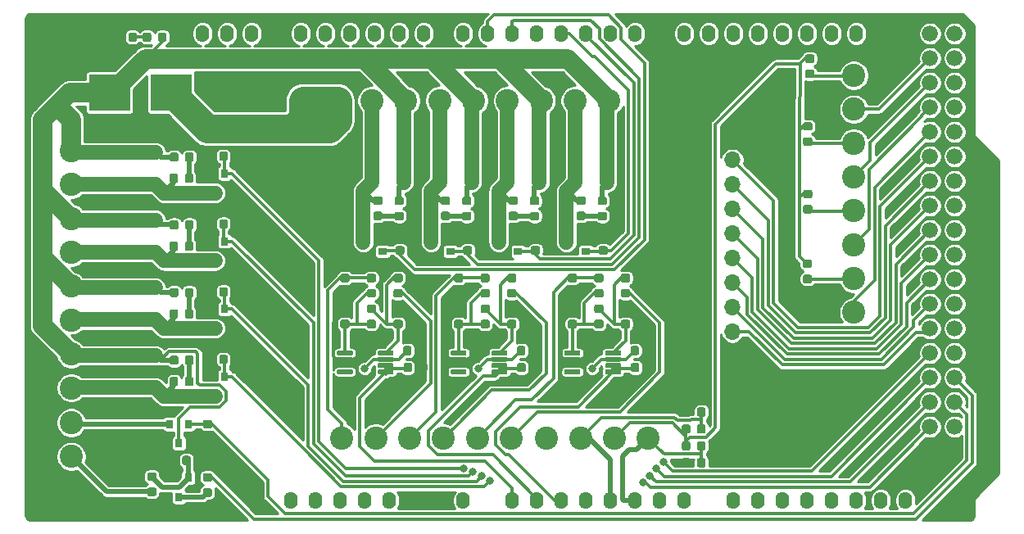
<source format=gbr>
G04 #@! TF.GenerationSoftware,KiCad,Pcbnew,(5.1.5-0-10_14)*
G04 #@! TF.CreationDate,2020-01-26T10:48:52-08:00*
G04 #@! TF.ProjectId,Printer Peripheral Interface,5072696e-7465-4722-9050-657269706865,rev?*
G04 #@! TF.SameCoordinates,Original*
G04 #@! TF.FileFunction,Copper,L1,Top*
G04 #@! TF.FilePolarity,Positive*
%FSLAX46Y46*%
G04 Gerber Fmt 4.6, Leading zero omitted, Abs format (unit mm)*
G04 Created by KiCad (PCBNEW (5.1.5-0-10_14)) date 2020-01-26 10:48:52*
%MOMM*%
%LPD*%
G04 APERTURE LIST*
%ADD10C,0.100000*%
%ADD11C,2.400000*%
%ADD12R,1.700000X1.700000*%
%ADD13O,1.700000X1.700000*%
%ADD14R,2.400000X2.400000*%
%ADD15R,4.240000X3.810000*%
%ADD16R,0.800000X0.900000*%
%ADD17R,0.900000X0.800000*%
%ADD18R,1.200000X0.900000*%
%ADD19R,0.900000X1.200000*%
%ADD20O,1.422400X1.778000*%
%ADD21C,1.676400*%
%ADD22C,0.800000*%
%ADD23C,0.350000*%
%ADD24C,0.500000*%
%ADD25C,1.500000*%
%ADD26C,2.000000*%
%ADD27C,3.000000*%
%ADD28C,0.254000*%
G04 APERTURE END LIST*
G04 #@! TA.AperFunction,SMDPad,CuDef*
D10*
G36*
X112565191Y-80776053D02*
G01*
X112586426Y-80779203D01*
X112607250Y-80784419D01*
X112627462Y-80791651D01*
X112646868Y-80800830D01*
X112665281Y-80811866D01*
X112682524Y-80824654D01*
X112698430Y-80839070D01*
X112712846Y-80854976D01*
X112725634Y-80872219D01*
X112736670Y-80890632D01*
X112745849Y-80910038D01*
X112753081Y-80930250D01*
X112758297Y-80951074D01*
X112761447Y-80972309D01*
X112762500Y-80993750D01*
X112762500Y-81506250D01*
X112761447Y-81527691D01*
X112758297Y-81548926D01*
X112753081Y-81569750D01*
X112745849Y-81589962D01*
X112736670Y-81609368D01*
X112725634Y-81627781D01*
X112712846Y-81645024D01*
X112698430Y-81660930D01*
X112682524Y-81675346D01*
X112665281Y-81688134D01*
X112646868Y-81699170D01*
X112627462Y-81708349D01*
X112607250Y-81715581D01*
X112586426Y-81720797D01*
X112565191Y-81723947D01*
X112543750Y-81725000D01*
X112106250Y-81725000D01*
X112084809Y-81723947D01*
X112063574Y-81720797D01*
X112042750Y-81715581D01*
X112022538Y-81708349D01*
X112003132Y-81699170D01*
X111984719Y-81688134D01*
X111967476Y-81675346D01*
X111951570Y-81660930D01*
X111937154Y-81645024D01*
X111924366Y-81627781D01*
X111913330Y-81609368D01*
X111904151Y-81589962D01*
X111896919Y-81569750D01*
X111891703Y-81548926D01*
X111888553Y-81527691D01*
X111887500Y-81506250D01*
X111887500Y-80993750D01*
X111888553Y-80972309D01*
X111891703Y-80951074D01*
X111896919Y-80930250D01*
X111904151Y-80910038D01*
X111913330Y-80890632D01*
X111924366Y-80872219D01*
X111937154Y-80854976D01*
X111951570Y-80839070D01*
X111967476Y-80824654D01*
X111984719Y-80811866D01*
X112003132Y-80800830D01*
X112022538Y-80791651D01*
X112042750Y-80784419D01*
X112063574Y-80779203D01*
X112084809Y-80776053D01*
X112106250Y-80775000D01*
X112543750Y-80775000D01*
X112565191Y-80776053D01*
G37*
G04 #@! TD.AperFunction*
G04 #@! TA.AperFunction,SMDPad,CuDef*
G36*
X110990191Y-80776053D02*
G01*
X111011426Y-80779203D01*
X111032250Y-80784419D01*
X111052462Y-80791651D01*
X111071868Y-80800830D01*
X111090281Y-80811866D01*
X111107524Y-80824654D01*
X111123430Y-80839070D01*
X111137846Y-80854976D01*
X111150634Y-80872219D01*
X111161670Y-80890632D01*
X111170849Y-80910038D01*
X111178081Y-80930250D01*
X111183297Y-80951074D01*
X111186447Y-80972309D01*
X111187500Y-80993750D01*
X111187500Y-81506250D01*
X111186447Y-81527691D01*
X111183297Y-81548926D01*
X111178081Y-81569750D01*
X111170849Y-81589962D01*
X111161670Y-81609368D01*
X111150634Y-81627781D01*
X111137846Y-81645024D01*
X111123430Y-81660930D01*
X111107524Y-81675346D01*
X111090281Y-81688134D01*
X111071868Y-81699170D01*
X111052462Y-81708349D01*
X111032250Y-81715581D01*
X111011426Y-81720797D01*
X110990191Y-81723947D01*
X110968750Y-81725000D01*
X110531250Y-81725000D01*
X110509809Y-81723947D01*
X110488574Y-81720797D01*
X110467750Y-81715581D01*
X110447538Y-81708349D01*
X110428132Y-81699170D01*
X110409719Y-81688134D01*
X110392476Y-81675346D01*
X110376570Y-81660930D01*
X110362154Y-81645024D01*
X110349366Y-81627781D01*
X110338330Y-81609368D01*
X110329151Y-81589962D01*
X110321919Y-81569750D01*
X110316703Y-81548926D01*
X110313553Y-81527691D01*
X110312500Y-81506250D01*
X110312500Y-80993750D01*
X110313553Y-80972309D01*
X110316703Y-80951074D01*
X110321919Y-80930250D01*
X110329151Y-80910038D01*
X110338330Y-80890632D01*
X110349366Y-80872219D01*
X110362154Y-80854976D01*
X110376570Y-80839070D01*
X110392476Y-80824654D01*
X110409719Y-80811866D01*
X110428132Y-80800830D01*
X110447538Y-80791651D01*
X110467750Y-80784419D01*
X110488574Y-80779203D01*
X110509809Y-80776053D01*
X110531250Y-80775000D01*
X110968750Y-80775000D01*
X110990191Y-80776053D01*
G37*
G04 #@! TD.AperFunction*
G04 #@! TA.AperFunction,SMDPad,CuDef*
G36*
X109490191Y-80776053D02*
G01*
X109511426Y-80779203D01*
X109532250Y-80784419D01*
X109552462Y-80791651D01*
X109571868Y-80800830D01*
X109590281Y-80811866D01*
X109607524Y-80824654D01*
X109623430Y-80839070D01*
X109637846Y-80854976D01*
X109650634Y-80872219D01*
X109661670Y-80890632D01*
X109670849Y-80910038D01*
X109678081Y-80930250D01*
X109683297Y-80951074D01*
X109686447Y-80972309D01*
X109687500Y-80993750D01*
X109687500Y-81506250D01*
X109686447Y-81527691D01*
X109683297Y-81548926D01*
X109678081Y-81569750D01*
X109670849Y-81589962D01*
X109661670Y-81609368D01*
X109650634Y-81627781D01*
X109637846Y-81645024D01*
X109623430Y-81660930D01*
X109607524Y-81675346D01*
X109590281Y-81688134D01*
X109571868Y-81699170D01*
X109552462Y-81708349D01*
X109532250Y-81715581D01*
X109511426Y-81720797D01*
X109490191Y-81723947D01*
X109468750Y-81725000D01*
X109031250Y-81725000D01*
X109009809Y-81723947D01*
X108988574Y-81720797D01*
X108967750Y-81715581D01*
X108947538Y-81708349D01*
X108928132Y-81699170D01*
X108909719Y-81688134D01*
X108892476Y-81675346D01*
X108876570Y-81660930D01*
X108862154Y-81645024D01*
X108849366Y-81627781D01*
X108838330Y-81609368D01*
X108829151Y-81589962D01*
X108821919Y-81569750D01*
X108816703Y-81548926D01*
X108813553Y-81527691D01*
X108812500Y-81506250D01*
X108812500Y-80993750D01*
X108813553Y-80972309D01*
X108816703Y-80951074D01*
X108821919Y-80930250D01*
X108829151Y-80910038D01*
X108838330Y-80890632D01*
X108849366Y-80872219D01*
X108862154Y-80854976D01*
X108876570Y-80839070D01*
X108892476Y-80824654D01*
X108909719Y-80811866D01*
X108928132Y-80800830D01*
X108947538Y-80791651D01*
X108967750Y-80784419D01*
X108988574Y-80779203D01*
X109009809Y-80776053D01*
X109031250Y-80775000D01*
X109468750Y-80775000D01*
X109490191Y-80776053D01*
G37*
G04 #@! TD.AperFunction*
G04 #@! TA.AperFunction,SMDPad,CuDef*
G36*
X107915191Y-80776053D02*
G01*
X107936426Y-80779203D01*
X107957250Y-80784419D01*
X107977462Y-80791651D01*
X107996868Y-80800830D01*
X108015281Y-80811866D01*
X108032524Y-80824654D01*
X108048430Y-80839070D01*
X108062846Y-80854976D01*
X108075634Y-80872219D01*
X108086670Y-80890632D01*
X108095849Y-80910038D01*
X108103081Y-80930250D01*
X108108297Y-80951074D01*
X108111447Y-80972309D01*
X108112500Y-80993750D01*
X108112500Y-81506250D01*
X108111447Y-81527691D01*
X108108297Y-81548926D01*
X108103081Y-81569750D01*
X108095849Y-81589962D01*
X108086670Y-81609368D01*
X108075634Y-81627781D01*
X108062846Y-81645024D01*
X108048430Y-81660930D01*
X108032524Y-81675346D01*
X108015281Y-81688134D01*
X107996868Y-81699170D01*
X107977462Y-81708349D01*
X107957250Y-81715581D01*
X107936426Y-81720797D01*
X107915191Y-81723947D01*
X107893750Y-81725000D01*
X107456250Y-81725000D01*
X107434809Y-81723947D01*
X107413574Y-81720797D01*
X107392750Y-81715581D01*
X107372538Y-81708349D01*
X107353132Y-81699170D01*
X107334719Y-81688134D01*
X107317476Y-81675346D01*
X107301570Y-81660930D01*
X107287154Y-81645024D01*
X107274366Y-81627781D01*
X107263330Y-81609368D01*
X107254151Y-81589962D01*
X107246919Y-81569750D01*
X107241703Y-81548926D01*
X107238553Y-81527691D01*
X107237500Y-81506250D01*
X107237500Y-80993750D01*
X107238553Y-80972309D01*
X107241703Y-80951074D01*
X107246919Y-80930250D01*
X107254151Y-80910038D01*
X107263330Y-80890632D01*
X107274366Y-80872219D01*
X107287154Y-80854976D01*
X107301570Y-80839070D01*
X107317476Y-80824654D01*
X107334719Y-80811866D01*
X107353132Y-80800830D01*
X107372538Y-80791651D01*
X107392750Y-80784419D01*
X107413574Y-80779203D01*
X107434809Y-80776053D01*
X107456250Y-80775000D01*
X107893750Y-80775000D01*
X107915191Y-80776053D01*
G37*
G04 #@! TD.AperFunction*
D11*
X148400000Y-122700000D03*
X144900000Y-122700000D03*
X141400000Y-122700000D03*
X137900000Y-122700000D03*
X134400000Y-122700000D03*
X130900000Y-122700000D03*
X183800000Y-85200000D03*
X183800000Y-88700000D03*
X183800000Y-92200000D03*
X183800000Y-95700000D03*
X183800000Y-99200000D03*
X183800000Y-102700000D03*
X183800000Y-106200000D03*
X183800000Y-109700000D03*
D12*
X171250000Y-114250000D03*
D13*
X171250000Y-111710000D03*
X171250000Y-109170000D03*
X171250000Y-106630000D03*
X171250000Y-104090000D03*
X171250000Y-101550000D03*
X171250000Y-99010000D03*
X171250000Y-96470000D03*
X171250000Y-93930000D03*
D12*
X171250000Y-91390000D03*
D11*
X134000000Y-87800000D03*
X137500000Y-87800000D03*
X141000000Y-87800000D03*
X144500000Y-87800000D03*
X148000000Y-87800000D03*
X151500000Y-87800000D03*
X155000000Y-87800000D03*
X158500000Y-87800000D03*
X162550000Y-122700000D03*
X159050000Y-122700000D03*
X155550000Y-122700000D03*
X152050000Y-122700000D03*
X102920000Y-117500000D03*
X102920000Y-114000000D03*
X102920000Y-110500000D03*
X102920000Y-107000000D03*
X102920000Y-103500000D03*
X102920000Y-100000000D03*
X102920000Y-96500000D03*
X102920000Y-93000000D03*
D14*
X102920000Y-128100000D03*
D11*
X102920000Y-124600000D03*
X102920000Y-121100000D03*
D14*
X119900000Y-87800000D03*
X123400000Y-87800000D03*
D11*
X126900000Y-87800000D03*
X130400000Y-87800000D03*
D15*
X113250000Y-87000000D03*
X106880000Y-87000000D03*
G04 #@! TA.AperFunction,SMDPad,CuDef*
D10*
G36*
X115335191Y-95376053D02*
G01*
X115356426Y-95379203D01*
X115377250Y-95384419D01*
X115397462Y-95391651D01*
X115416868Y-95400830D01*
X115435281Y-95411866D01*
X115452524Y-95424654D01*
X115468430Y-95439070D01*
X115482846Y-95454976D01*
X115495634Y-95472219D01*
X115506670Y-95490632D01*
X115515849Y-95510038D01*
X115523081Y-95530250D01*
X115528297Y-95551074D01*
X115531447Y-95572309D01*
X115532500Y-95593750D01*
X115532500Y-96106250D01*
X115531447Y-96127691D01*
X115528297Y-96148926D01*
X115523081Y-96169750D01*
X115515849Y-96189962D01*
X115506670Y-96209368D01*
X115495634Y-96227781D01*
X115482846Y-96245024D01*
X115468430Y-96260930D01*
X115452524Y-96275346D01*
X115435281Y-96288134D01*
X115416868Y-96299170D01*
X115397462Y-96308349D01*
X115377250Y-96315581D01*
X115356426Y-96320797D01*
X115335191Y-96323947D01*
X115313750Y-96325000D01*
X114876250Y-96325000D01*
X114854809Y-96323947D01*
X114833574Y-96320797D01*
X114812750Y-96315581D01*
X114792538Y-96308349D01*
X114773132Y-96299170D01*
X114754719Y-96288134D01*
X114737476Y-96275346D01*
X114721570Y-96260930D01*
X114707154Y-96245024D01*
X114694366Y-96227781D01*
X114683330Y-96209368D01*
X114674151Y-96189962D01*
X114666919Y-96169750D01*
X114661703Y-96148926D01*
X114658553Y-96127691D01*
X114657500Y-96106250D01*
X114657500Y-95593750D01*
X114658553Y-95572309D01*
X114661703Y-95551074D01*
X114666919Y-95530250D01*
X114674151Y-95510038D01*
X114683330Y-95490632D01*
X114694366Y-95472219D01*
X114707154Y-95454976D01*
X114721570Y-95439070D01*
X114737476Y-95424654D01*
X114754719Y-95411866D01*
X114773132Y-95400830D01*
X114792538Y-95391651D01*
X114812750Y-95384419D01*
X114833574Y-95379203D01*
X114854809Y-95376053D01*
X114876250Y-95375000D01*
X115313750Y-95375000D01*
X115335191Y-95376053D01*
G37*
G04 #@! TD.AperFunction*
G04 #@! TA.AperFunction,SMDPad,CuDef*
G36*
X113760191Y-95376053D02*
G01*
X113781426Y-95379203D01*
X113802250Y-95384419D01*
X113822462Y-95391651D01*
X113841868Y-95400830D01*
X113860281Y-95411866D01*
X113877524Y-95424654D01*
X113893430Y-95439070D01*
X113907846Y-95454976D01*
X113920634Y-95472219D01*
X113931670Y-95490632D01*
X113940849Y-95510038D01*
X113948081Y-95530250D01*
X113953297Y-95551074D01*
X113956447Y-95572309D01*
X113957500Y-95593750D01*
X113957500Y-96106250D01*
X113956447Y-96127691D01*
X113953297Y-96148926D01*
X113948081Y-96169750D01*
X113940849Y-96189962D01*
X113931670Y-96209368D01*
X113920634Y-96227781D01*
X113907846Y-96245024D01*
X113893430Y-96260930D01*
X113877524Y-96275346D01*
X113860281Y-96288134D01*
X113841868Y-96299170D01*
X113822462Y-96308349D01*
X113802250Y-96315581D01*
X113781426Y-96320797D01*
X113760191Y-96323947D01*
X113738750Y-96325000D01*
X113301250Y-96325000D01*
X113279809Y-96323947D01*
X113258574Y-96320797D01*
X113237750Y-96315581D01*
X113217538Y-96308349D01*
X113198132Y-96299170D01*
X113179719Y-96288134D01*
X113162476Y-96275346D01*
X113146570Y-96260930D01*
X113132154Y-96245024D01*
X113119366Y-96227781D01*
X113108330Y-96209368D01*
X113099151Y-96189962D01*
X113091919Y-96169750D01*
X113086703Y-96148926D01*
X113083553Y-96127691D01*
X113082500Y-96106250D01*
X113082500Y-95593750D01*
X113083553Y-95572309D01*
X113086703Y-95551074D01*
X113091919Y-95530250D01*
X113099151Y-95510038D01*
X113108330Y-95490632D01*
X113119366Y-95472219D01*
X113132154Y-95454976D01*
X113146570Y-95439070D01*
X113162476Y-95424654D01*
X113179719Y-95411866D01*
X113198132Y-95400830D01*
X113217538Y-95391651D01*
X113237750Y-95384419D01*
X113258574Y-95379203D01*
X113279809Y-95376053D01*
X113301250Y-95375000D01*
X113738750Y-95375000D01*
X113760191Y-95376053D01*
G37*
G04 #@! TD.AperFunction*
G04 #@! TA.AperFunction,SMDPad,CuDef*
G36*
X115335191Y-102376053D02*
G01*
X115356426Y-102379203D01*
X115377250Y-102384419D01*
X115397462Y-102391651D01*
X115416868Y-102400830D01*
X115435281Y-102411866D01*
X115452524Y-102424654D01*
X115468430Y-102439070D01*
X115482846Y-102454976D01*
X115495634Y-102472219D01*
X115506670Y-102490632D01*
X115515849Y-102510038D01*
X115523081Y-102530250D01*
X115528297Y-102551074D01*
X115531447Y-102572309D01*
X115532500Y-102593750D01*
X115532500Y-103106250D01*
X115531447Y-103127691D01*
X115528297Y-103148926D01*
X115523081Y-103169750D01*
X115515849Y-103189962D01*
X115506670Y-103209368D01*
X115495634Y-103227781D01*
X115482846Y-103245024D01*
X115468430Y-103260930D01*
X115452524Y-103275346D01*
X115435281Y-103288134D01*
X115416868Y-103299170D01*
X115397462Y-103308349D01*
X115377250Y-103315581D01*
X115356426Y-103320797D01*
X115335191Y-103323947D01*
X115313750Y-103325000D01*
X114876250Y-103325000D01*
X114854809Y-103323947D01*
X114833574Y-103320797D01*
X114812750Y-103315581D01*
X114792538Y-103308349D01*
X114773132Y-103299170D01*
X114754719Y-103288134D01*
X114737476Y-103275346D01*
X114721570Y-103260930D01*
X114707154Y-103245024D01*
X114694366Y-103227781D01*
X114683330Y-103209368D01*
X114674151Y-103189962D01*
X114666919Y-103169750D01*
X114661703Y-103148926D01*
X114658553Y-103127691D01*
X114657500Y-103106250D01*
X114657500Y-102593750D01*
X114658553Y-102572309D01*
X114661703Y-102551074D01*
X114666919Y-102530250D01*
X114674151Y-102510038D01*
X114683330Y-102490632D01*
X114694366Y-102472219D01*
X114707154Y-102454976D01*
X114721570Y-102439070D01*
X114737476Y-102424654D01*
X114754719Y-102411866D01*
X114773132Y-102400830D01*
X114792538Y-102391651D01*
X114812750Y-102384419D01*
X114833574Y-102379203D01*
X114854809Y-102376053D01*
X114876250Y-102375000D01*
X115313750Y-102375000D01*
X115335191Y-102376053D01*
G37*
G04 #@! TD.AperFunction*
G04 #@! TA.AperFunction,SMDPad,CuDef*
G36*
X113760191Y-102376053D02*
G01*
X113781426Y-102379203D01*
X113802250Y-102384419D01*
X113822462Y-102391651D01*
X113841868Y-102400830D01*
X113860281Y-102411866D01*
X113877524Y-102424654D01*
X113893430Y-102439070D01*
X113907846Y-102454976D01*
X113920634Y-102472219D01*
X113931670Y-102490632D01*
X113940849Y-102510038D01*
X113948081Y-102530250D01*
X113953297Y-102551074D01*
X113956447Y-102572309D01*
X113957500Y-102593750D01*
X113957500Y-103106250D01*
X113956447Y-103127691D01*
X113953297Y-103148926D01*
X113948081Y-103169750D01*
X113940849Y-103189962D01*
X113931670Y-103209368D01*
X113920634Y-103227781D01*
X113907846Y-103245024D01*
X113893430Y-103260930D01*
X113877524Y-103275346D01*
X113860281Y-103288134D01*
X113841868Y-103299170D01*
X113822462Y-103308349D01*
X113802250Y-103315581D01*
X113781426Y-103320797D01*
X113760191Y-103323947D01*
X113738750Y-103325000D01*
X113301250Y-103325000D01*
X113279809Y-103323947D01*
X113258574Y-103320797D01*
X113237750Y-103315581D01*
X113217538Y-103308349D01*
X113198132Y-103299170D01*
X113179719Y-103288134D01*
X113162476Y-103275346D01*
X113146570Y-103260930D01*
X113132154Y-103245024D01*
X113119366Y-103227781D01*
X113108330Y-103209368D01*
X113099151Y-103189962D01*
X113091919Y-103169750D01*
X113086703Y-103148926D01*
X113083553Y-103127691D01*
X113082500Y-103106250D01*
X113082500Y-102593750D01*
X113083553Y-102572309D01*
X113086703Y-102551074D01*
X113091919Y-102530250D01*
X113099151Y-102510038D01*
X113108330Y-102490632D01*
X113119366Y-102472219D01*
X113132154Y-102454976D01*
X113146570Y-102439070D01*
X113162476Y-102424654D01*
X113179719Y-102411866D01*
X113198132Y-102400830D01*
X113217538Y-102391651D01*
X113237750Y-102384419D01*
X113258574Y-102379203D01*
X113279809Y-102376053D01*
X113301250Y-102375000D01*
X113738750Y-102375000D01*
X113760191Y-102376053D01*
G37*
G04 #@! TD.AperFunction*
G04 #@! TA.AperFunction,SMDPad,CuDef*
G36*
X115335191Y-109376053D02*
G01*
X115356426Y-109379203D01*
X115377250Y-109384419D01*
X115397462Y-109391651D01*
X115416868Y-109400830D01*
X115435281Y-109411866D01*
X115452524Y-109424654D01*
X115468430Y-109439070D01*
X115482846Y-109454976D01*
X115495634Y-109472219D01*
X115506670Y-109490632D01*
X115515849Y-109510038D01*
X115523081Y-109530250D01*
X115528297Y-109551074D01*
X115531447Y-109572309D01*
X115532500Y-109593750D01*
X115532500Y-110106250D01*
X115531447Y-110127691D01*
X115528297Y-110148926D01*
X115523081Y-110169750D01*
X115515849Y-110189962D01*
X115506670Y-110209368D01*
X115495634Y-110227781D01*
X115482846Y-110245024D01*
X115468430Y-110260930D01*
X115452524Y-110275346D01*
X115435281Y-110288134D01*
X115416868Y-110299170D01*
X115397462Y-110308349D01*
X115377250Y-110315581D01*
X115356426Y-110320797D01*
X115335191Y-110323947D01*
X115313750Y-110325000D01*
X114876250Y-110325000D01*
X114854809Y-110323947D01*
X114833574Y-110320797D01*
X114812750Y-110315581D01*
X114792538Y-110308349D01*
X114773132Y-110299170D01*
X114754719Y-110288134D01*
X114737476Y-110275346D01*
X114721570Y-110260930D01*
X114707154Y-110245024D01*
X114694366Y-110227781D01*
X114683330Y-110209368D01*
X114674151Y-110189962D01*
X114666919Y-110169750D01*
X114661703Y-110148926D01*
X114658553Y-110127691D01*
X114657500Y-110106250D01*
X114657500Y-109593750D01*
X114658553Y-109572309D01*
X114661703Y-109551074D01*
X114666919Y-109530250D01*
X114674151Y-109510038D01*
X114683330Y-109490632D01*
X114694366Y-109472219D01*
X114707154Y-109454976D01*
X114721570Y-109439070D01*
X114737476Y-109424654D01*
X114754719Y-109411866D01*
X114773132Y-109400830D01*
X114792538Y-109391651D01*
X114812750Y-109384419D01*
X114833574Y-109379203D01*
X114854809Y-109376053D01*
X114876250Y-109375000D01*
X115313750Y-109375000D01*
X115335191Y-109376053D01*
G37*
G04 #@! TD.AperFunction*
G04 #@! TA.AperFunction,SMDPad,CuDef*
G36*
X113760191Y-109376053D02*
G01*
X113781426Y-109379203D01*
X113802250Y-109384419D01*
X113822462Y-109391651D01*
X113841868Y-109400830D01*
X113860281Y-109411866D01*
X113877524Y-109424654D01*
X113893430Y-109439070D01*
X113907846Y-109454976D01*
X113920634Y-109472219D01*
X113931670Y-109490632D01*
X113940849Y-109510038D01*
X113948081Y-109530250D01*
X113953297Y-109551074D01*
X113956447Y-109572309D01*
X113957500Y-109593750D01*
X113957500Y-110106250D01*
X113956447Y-110127691D01*
X113953297Y-110148926D01*
X113948081Y-110169750D01*
X113940849Y-110189962D01*
X113931670Y-110209368D01*
X113920634Y-110227781D01*
X113907846Y-110245024D01*
X113893430Y-110260930D01*
X113877524Y-110275346D01*
X113860281Y-110288134D01*
X113841868Y-110299170D01*
X113822462Y-110308349D01*
X113802250Y-110315581D01*
X113781426Y-110320797D01*
X113760191Y-110323947D01*
X113738750Y-110325000D01*
X113301250Y-110325000D01*
X113279809Y-110323947D01*
X113258574Y-110320797D01*
X113237750Y-110315581D01*
X113217538Y-110308349D01*
X113198132Y-110299170D01*
X113179719Y-110288134D01*
X113162476Y-110275346D01*
X113146570Y-110260930D01*
X113132154Y-110245024D01*
X113119366Y-110227781D01*
X113108330Y-110209368D01*
X113099151Y-110189962D01*
X113091919Y-110169750D01*
X113086703Y-110148926D01*
X113083553Y-110127691D01*
X113082500Y-110106250D01*
X113082500Y-109593750D01*
X113083553Y-109572309D01*
X113086703Y-109551074D01*
X113091919Y-109530250D01*
X113099151Y-109510038D01*
X113108330Y-109490632D01*
X113119366Y-109472219D01*
X113132154Y-109454976D01*
X113146570Y-109439070D01*
X113162476Y-109424654D01*
X113179719Y-109411866D01*
X113198132Y-109400830D01*
X113217538Y-109391651D01*
X113237750Y-109384419D01*
X113258574Y-109379203D01*
X113279809Y-109376053D01*
X113301250Y-109375000D01*
X113738750Y-109375000D01*
X113760191Y-109376053D01*
G37*
G04 #@! TD.AperFunction*
G04 #@! TA.AperFunction,SMDPad,CuDef*
G36*
X115335191Y-116376053D02*
G01*
X115356426Y-116379203D01*
X115377250Y-116384419D01*
X115397462Y-116391651D01*
X115416868Y-116400830D01*
X115435281Y-116411866D01*
X115452524Y-116424654D01*
X115468430Y-116439070D01*
X115482846Y-116454976D01*
X115495634Y-116472219D01*
X115506670Y-116490632D01*
X115515849Y-116510038D01*
X115523081Y-116530250D01*
X115528297Y-116551074D01*
X115531447Y-116572309D01*
X115532500Y-116593750D01*
X115532500Y-117106250D01*
X115531447Y-117127691D01*
X115528297Y-117148926D01*
X115523081Y-117169750D01*
X115515849Y-117189962D01*
X115506670Y-117209368D01*
X115495634Y-117227781D01*
X115482846Y-117245024D01*
X115468430Y-117260930D01*
X115452524Y-117275346D01*
X115435281Y-117288134D01*
X115416868Y-117299170D01*
X115397462Y-117308349D01*
X115377250Y-117315581D01*
X115356426Y-117320797D01*
X115335191Y-117323947D01*
X115313750Y-117325000D01*
X114876250Y-117325000D01*
X114854809Y-117323947D01*
X114833574Y-117320797D01*
X114812750Y-117315581D01*
X114792538Y-117308349D01*
X114773132Y-117299170D01*
X114754719Y-117288134D01*
X114737476Y-117275346D01*
X114721570Y-117260930D01*
X114707154Y-117245024D01*
X114694366Y-117227781D01*
X114683330Y-117209368D01*
X114674151Y-117189962D01*
X114666919Y-117169750D01*
X114661703Y-117148926D01*
X114658553Y-117127691D01*
X114657500Y-117106250D01*
X114657500Y-116593750D01*
X114658553Y-116572309D01*
X114661703Y-116551074D01*
X114666919Y-116530250D01*
X114674151Y-116510038D01*
X114683330Y-116490632D01*
X114694366Y-116472219D01*
X114707154Y-116454976D01*
X114721570Y-116439070D01*
X114737476Y-116424654D01*
X114754719Y-116411866D01*
X114773132Y-116400830D01*
X114792538Y-116391651D01*
X114812750Y-116384419D01*
X114833574Y-116379203D01*
X114854809Y-116376053D01*
X114876250Y-116375000D01*
X115313750Y-116375000D01*
X115335191Y-116376053D01*
G37*
G04 #@! TD.AperFunction*
G04 #@! TA.AperFunction,SMDPad,CuDef*
G36*
X113760191Y-116376053D02*
G01*
X113781426Y-116379203D01*
X113802250Y-116384419D01*
X113822462Y-116391651D01*
X113841868Y-116400830D01*
X113860281Y-116411866D01*
X113877524Y-116424654D01*
X113893430Y-116439070D01*
X113907846Y-116454976D01*
X113920634Y-116472219D01*
X113931670Y-116490632D01*
X113940849Y-116510038D01*
X113948081Y-116530250D01*
X113953297Y-116551074D01*
X113956447Y-116572309D01*
X113957500Y-116593750D01*
X113957500Y-117106250D01*
X113956447Y-117127691D01*
X113953297Y-117148926D01*
X113948081Y-117169750D01*
X113940849Y-117189962D01*
X113931670Y-117209368D01*
X113920634Y-117227781D01*
X113907846Y-117245024D01*
X113893430Y-117260930D01*
X113877524Y-117275346D01*
X113860281Y-117288134D01*
X113841868Y-117299170D01*
X113822462Y-117308349D01*
X113802250Y-117315581D01*
X113781426Y-117320797D01*
X113760191Y-117323947D01*
X113738750Y-117325000D01*
X113301250Y-117325000D01*
X113279809Y-117323947D01*
X113258574Y-117320797D01*
X113237750Y-117315581D01*
X113217538Y-117308349D01*
X113198132Y-117299170D01*
X113179719Y-117288134D01*
X113162476Y-117275346D01*
X113146570Y-117260930D01*
X113132154Y-117245024D01*
X113119366Y-117227781D01*
X113108330Y-117209368D01*
X113099151Y-117189962D01*
X113091919Y-117169750D01*
X113086703Y-117148926D01*
X113083553Y-117127691D01*
X113082500Y-117106250D01*
X113082500Y-116593750D01*
X113083553Y-116572309D01*
X113086703Y-116551074D01*
X113091919Y-116530250D01*
X113099151Y-116510038D01*
X113108330Y-116490632D01*
X113119366Y-116472219D01*
X113132154Y-116454976D01*
X113146570Y-116439070D01*
X113162476Y-116424654D01*
X113179719Y-116411866D01*
X113198132Y-116400830D01*
X113217538Y-116391651D01*
X113237750Y-116384419D01*
X113258574Y-116379203D01*
X113279809Y-116376053D01*
X113301250Y-116375000D01*
X113738750Y-116375000D01*
X113760191Y-116376053D01*
G37*
G04 #@! TD.AperFunction*
G04 #@! TA.AperFunction,SMDPad,CuDef*
G36*
X155877691Y-99288553D02*
G01*
X155898926Y-99291703D01*
X155919750Y-99296919D01*
X155939962Y-99304151D01*
X155959368Y-99313330D01*
X155977781Y-99324366D01*
X155995024Y-99337154D01*
X156010930Y-99351570D01*
X156025346Y-99367476D01*
X156038134Y-99384719D01*
X156049170Y-99403132D01*
X156058349Y-99422538D01*
X156065581Y-99442750D01*
X156070797Y-99463574D01*
X156073947Y-99484809D01*
X156075000Y-99506250D01*
X156075000Y-99943750D01*
X156073947Y-99965191D01*
X156070797Y-99986426D01*
X156065581Y-100007250D01*
X156058349Y-100027462D01*
X156049170Y-100046868D01*
X156038134Y-100065281D01*
X156025346Y-100082524D01*
X156010930Y-100098430D01*
X155995024Y-100112846D01*
X155977781Y-100125634D01*
X155959368Y-100136670D01*
X155939962Y-100145849D01*
X155919750Y-100153081D01*
X155898926Y-100158297D01*
X155877691Y-100161447D01*
X155856250Y-100162500D01*
X155343750Y-100162500D01*
X155322309Y-100161447D01*
X155301074Y-100158297D01*
X155280250Y-100153081D01*
X155260038Y-100145849D01*
X155240632Y-100136670D01*
X155222219Y-100125634D01*
X155204976Y-100112846D01*
X155189070Y-100098430D01*
X155174654Y-100082524D01*
X155161866Y-100065281D01*
X155150830Y-100046868D01*
X155141651Y-100027462D01*
X155134419Y-100007250D01*
X155129203Y-99986426D01*
X155126053Y-99965191D01*
X155125000Y-99943750D01*
X155125000Y-99506250D01*
X155126053Y-99484809D01*
X155129203Y-99463574D01*
X155134419Y-99442750D01*
X155141651Y-99422538D01*
X155150830Y-99403132D01*
X155161866Y-99384719D01*
X155174654Y-99367476D01*
X155189070Y-99351570D01*
X155204976Y-99337154D01*
X155222219Y-99324366D01*
X155240632Y-99313330D01*
X155260038Y-99304151D01*
X155280250Y-99296919D01*
X155301074Y-99291703D01*
X155322309Y-99288553D01*
X155343750Y-99287500D01*
X155856250Y-99287500D01*
X155877691Y-99288553D01*
G37*
G04 #@! TD.AperFunction*
G04 #@! TA.AperFunction,SMDPad,CuDef*
G36*
X155877691Y-97713553D02*
G01*
X155898926Y-97716703D01*
X155919750Y-97721919D01*
X155939962Y-97729151D01*
X155959368Y-97738330D01*
X155977781Y-97749366D01*
X155995024Y-97762154D01*
X156010930Y-97776570D01*
X156025346Y-97792476D01*
X156038134Y-97809719D01*
X156049170Y-97828132D01*
X156058349Y-97847538D01*
X156065581Y-97867750D01*
X156070797Y-97888574D01*
X156073947Y-97909809D01*
X156075000Y-97931250D01*
X156075000Y-98368750D01*
X156073947Y-98390191D01*
X156070797Y-98411426D01*
X156065581Y-98432250D01*
X156058349Y-98452462D01*
X156049170Y-98471868D01*
X156038134Y-98490281D01*
X156025346Y-98507524D01*
X156010930Y-98523430D01*
X155995024Y-98537846D01*
X155977781Y-98550634D01*
X155959368Y-98561670D01*
X155939962Y-98570849D01*
X155919750Y-98578081D01*
X155898926Y-98583297D01*
X155877691Y-98586447D01*
X155856250Y-98587500D01*
X155343750Y-98587500D01*
X155322309Y-98586447D01*
X155301074Y-98583297D01*
X155280250Y-98578081D01*
X155260038Y-98570849D01*
X155240632Y-98561670D01*
X155222219Y-98550634D01*
X155204976Y-98537846D01*
X155189070Y-98523430D01*
X155174654Y-98507524D01*
X155161866Y-98490281D01*
X155150830Y-98471868D01*
X155141651Y-98452462D01*
X155134419Y-98432250D01*
X155129203Y-98411426D01*
X155126053Y-98390191D01*
X155125000Y-98368750D01*
X155125000Y-97931250D01*
X155126053Y-97909809D01*
X155129203Y-97888574D01*
X155134419Y-97867750D01*
X155141651Y-97847538D01*
X155150830Y-97828132D01*
X155161866Y-97809719D01*
X155174654Y-97792476D01*
X155189070Y-97776570D01*
X155204976Y-97762154D01*
X155222219Y-97749366D01*
X155240632Y-97738330D01*
X155260038Y-97729151D01*
X155280250Y-97721919D01*
X155301074Y-97716703D01*
X155322309Y-97713553D01*
X155343750Y-97712500D01*
X155856250Y-97712500D01*
X155877691Y-97713553D01*
G37*
G04 #@! TD.AperFunction*
G04 #@! TA.AperFunction,SMDPad,CuDef*
G36*
X148877691Y-99288553D02*
G01*
X148898926Y-99291703D01*
X148919750Y-99296919D01*
X148939962Y-99304151D01*
X148959368Y-99313330D01*
X148977781Y-99324366D01*
X148995024Y-99337154D01*
X149010930Y-99351570D01*
X149025346Y-99367476D01*
X149038134Y-99384719D01*
X149049170Y-99403132D01*
X149058349Y-99422538D01*
X149065581Y-99442750D01*
X149070797Y-99463574D01*
X149073947Y-99484809D01*
X149075000Y-99506250D01*
X149075000Y-99943750D01*
X149073947Y-99965191D01*
X149070797Y-99986426D01*
X149065581Y-100007250D01*
X149058349Y-100027462D01*
X149049170Y-100046868D01*
X149038134Y-100065281D01*
X149025346Y-100082524D01*
X149010930Y-100098430D01*
X148995024Y-100112846D01*
X148977781Y-100125634D01*
X148959368Y-100136670D01*
X148939962Y-100145849D01*
X148919750Y-100153081D01*
X148898926Y-100158297D01*
X148877691Y-100161447D01*
X148856250Y-100162500D01*
X148343750Y-100162500D01*
X148322309Y-100161447D01*
X148301074Y-100158297D01*
X148280250Y-100153081D01*
X148260038Y-100145849D01*
X148240632Y-100136670D01*
X148222219Y-100125634D01*
X148204976Y-100112846D01*
X148189070Y-100098430D01*
X148174654Y-100082524D01*
X148161866Y-100065281D01*
X148150830Y-100046868D01*
X148141651Y-100027462D01*
X148134419Y-100007250D01*
X148129203Y-99986426D01*
X148126053Y-99965191D01*
X148125000Y-99943750D01*
X148125000Y-99506250D01*
X148126053Y-99484809D01*
X148129203Y-99463574D01*
X148134419Y-99442750D01*
X148141651Y-99422538D01*
X148150830Y-99403132D01*
X148161866Y-99384719D01*
X148174654Y-99367476D01*
X148189070Y-99351570D01*
X148204976Y-99337154D01*
X148222219Y-99324366D01*
X148240632Y-99313330D01*
X148260038Y-99304151D01*
X148280250Y-99296919D01*
X148301074Y-99291703D01*
X148322309Y-99288553D01*
X148343750Y-99287500D01*
X148856250Y-99287500D01*
X148877691Y-99288553D01*
G37*
G04 #@! TD.AperFunction*
G04 #@! TA.AperFunction,SMDPad,CuDef*
G36*
X148877691Y-97713553D02*
G01*
X148898926Y-97716703D01*
X148919750Y-97721919D01*
X148939962Y-97729151D01*
X148959368Y-97738330D01*
X148977781Y-97749366D01*
X148995024Y-97762154D01*
X149010930Y-97776570D01*
X149025346Y-97792476D01*
X149038134Y-97809719D01*
X149049170Y-97828132D01*
X149058349Y-97847538D01*
X149065581Y-97867750D01*
X149070797Y-97888574D01*
X149073947Y-97909809D01*
X149075000Y-97931250D01*
X149075000Y-98368750D01*
X149073947Y-98390191D01*
X149070797Y-98411426D01*
X149065581Y-98432250D01*
X149058349Y-98452462D01*
X149049170Y-98471868D01*
X149038134Y-98490281D01*
X149025346Y-98507524D01*
X149010930Y-98523430D01*
X148995024Y-98537846D01*
X148977781Y-98550634D01*
X148959368Y-98561670D01*
X148939962Y-98570849D01*
X148919750Y-98578081D01*
X148898926Y-98583297D01*
X148877691Y-98586447D01*
X148856250Y-98587500D01*
X148343750Y-98587500D01*
X148322309Y-98586447D01*
X148301074Y-98583297D01*
X148280250Y-98578081D01*
X148260038Y-98570849D01*
X148240632Y-98561670D01*
X148222219Y-98550634D01*
X148204976Y-98537846D01*
X148189070Y-98523430D01*
X148174654Y-98507524D01*
X148161866Y-98490281D01*
X148150830Y-98471868D01*
X148141651Y-98452462D01*
X148134419Y-98432250D01*
X148129203Y-98411426D01*
X148126053Y-98390191D01*
X148125000Y-98368750D01*
X148125000Y-97931250D01*
X148126053Y-97909809D01*
X148129203Y-97888574D01*
X148134419Y-97867750D01*
X148141651Y-97847538D01*
X148150830Y-97828132D01*
X148161866Y-97809719D01*
X148174654Y-97792476D01*
X148189070Y-97776570D01*
X148204976Y-97762154D01*
X148222219Y-97749366D01*
X148240632Y-97738330D01*
X148260038Y-97729151D01*
X148280250Y-97721919D01*
X148301074Y-97716703D01*
X148322309Y-97713553D01*
X148343750Y-97712500D01*
X148856250Y-97712500D01*
X148877691Y-97713553D01*
G37*
G04 #@! TD.AperFunction*
G04 #@! TA.AperFunction,SMDPad,CuDef*
G36*
X141877691Y-99288553D02*
G01*
X141898926Y-99291703D01*
X141919750Y-99296919D01*
X141939962Y-99304151D01*
X141959368Y-99313330D01*
X141977781Y-99324366D01*
X141995024Y-99337154D01*
X142010930Y-99351570D01*
X142025346Y-99367476D01*
X142038134Y-99384719D01*
X142049170Y-99403132D01*
X142058349Y-99422538D01*
X142065581Y-99442750D01*
X142070797Y-99463574D01*
X142073947Y-99484809D01*
X142075000Y-99506250D01*
X142075000Y-99943750D01*
X142073947Y-99965191D01*
X142070797Y-99986426D01*
X142065581Y-100007250D01*
X142058349Y-100027462D01*
X142049170Y-100046868D01*
X142038134Y-100065281D01*
X142025346Y-100082524D01*
X142010930Y-100098430D01*
X141995024Y-100112846D01*
X141977781Y-100125634D01*
X141959368Y-100136670D01*
X141939962Y-100145849D01*
X141919750Y-100153081D01*
X141898926Y-100158297D01*
X141877691Y-100161447D01*
X141856250Y-100162500D01*
X141343750Y-100162500D01*
X141322309Y-100161447D01*
X141301074Y-100158297D01*
X141280250Y-100153081D01*
X141260038Y-100145849D01*
X141240632Y-100136670D01*
X141222219Y-100125634D01*
X141204976Y-100112846D01*
X141189070Y-100098430D01*
X141174654Y-100082524D01*
X141161866Y-100065281D01*
X141150830Y-100046868D01*
X141141651Y-100027462D01*
X141134419Y-100007250D01*
X141129203Y-99986426D01*
X141126053Y-99965191D01*
X141125000Y-99943750D01*
X141125000Y-99506250D01*
X141126053Y-99484809D01*
X141129203Y-99463574D01*
X141134419Y-99442750D01*
X141141651Y-99422538D01*
X141150830Y-99403132D01*
X141161866Y-99384719D01*
X141174654Y-99367476D01*
X141189070Y-99351570D01*
X141204976Y-99337154D01*
X141222219Y-99324366D01*
X141240632Y-99313330D01*
X141260038Y-99304151D01*
X141280250Y-99296919D01*
X141301074Y-99291703D01*
X141322309Y-99288553D01*
X141343750Y-99287500D01*
X141856250Y-99287500D01*
X141877691Y-99288553D01*
G37*
G04 #@! TD.AperFunction*
G04 #@! TA.AperFunction,SMDPad,CuDef*
G36*
X141877691Y-97713553D02*
G01*
X141898926Y-97716703D01*
X141919750Y-97721919D01*
X141939962Y-97729151D01*
X141959368Y-97738330D01*
X141977781Y-97749366D01*
X141995024Y-97762154D01*
X142010930Y-97776570D01*
X142025346Y-97792476D01*
X142038134Y-97809719D01*
X142049170Y-97828132D01*
X142058349Y-97847538D01*
X142065581Y-97867750D01*
X142070797Y-97888574D01*
X142073947Y-97909809D01*
X142075000Y-97931250D01*
X142075000Y-98368750D01*
X142073947Y-98390191D01*
X142070797Y-98411426D01*
X142065581Y-98432250D01*
X142058349Y-98452462D01*
X142049170Y-98471868D01*
X142038134Y-98490281D01*
X142025346Y-98507524D01*
X142010930Y-98523430D01*
X141995024Y-98537846D01*
X141977781Y-98550634D01*
X141959368Y-98561670D01*
X141939962Y-98570849D01*
X141919750Y-98578081D01*
X141898926Y-98583297D01*
X141877691Y-98586447D01*
X141856250Y-98587500D01*
X141343750Y-98587500D01*
X141322309Y-98586447D01*
X141301074Y-98583297D01*
X141280250Y-98578081D01*
X141260038Y-98570849D01*
X141240632Y-98561670D01*
X141222219Y-98550634D01*
X141204976Y-98537846D01*
X141189070Y-98523430D01*
X141174654Y-98507524D01*
X141161866Y-98490281D01*
X141150830Y-98471868D01*
X141141651Y-98452462D01*
X141134419Y-98432250D01*
X141129203Y-98411426D01*
X141126053Y-98390191D01*
X141125000Y-98368750D01*
X141125000Y-97931250D01*
X141126053Y-97909809D01*
X141129203Y-97888574D01*
X141134419Y-97867750D01*
X141141651Y-97847538D01*
X141150830Y-97828132D01*
X141161866Y-97809719D01*
X141174654Y-97792476D01*
X141189070Y-97776570D01*
X141204976Y-97762154D01*
X141222219Y-97749366D01*
X141240632Y-97738330D01*
X141260038Y-97729151D01*
X141280250Y-97721919D01*
X141301074Y-97716703D01*
X141322309Y-97713553D01*
X141343750Y-97712500D01*
X141856250Y-97712500D01*
X141877691Y-97713553D01*
G37*
G04 #@! TD.AperFunction*
D16*
X117820000Y-97350000D03*
X116870000Y-95350000D03*
X118770000Y-95350000D03*
X117820000Y-104350000D03*
X116870000Y-102350000D03*
X118770000Y-102350000D03*
X117820000Y-111350000D03*
X116870000Y-109350000D03*
X118770000Y-109350000D03*
X117820000Y-118350000D03*
X116870000Y-116350000D03*
X118770000Y-116350000D03*
D17*
X154100000Y-102450000D03*
X156100000Y-101500000D03*
X156100000Y-103400000D03*
X147100000Y-102450000D03*
X149100000Y-101500000D03*
X149100000Y-103400000D03*
X140100000Y-102450000D03*
X142100000Y-101500000D03*
X142100000Y-103400000D03*
G04 #@! TA.AperFunction,SMDPad,CuDef*
D10*
G36*
X113785191Y-93176053D02*
G01*
X113806426Y-93179203D01*
X113827250Y-93184419D01*
X113847462Y-93191651D01*
X113866868Y-93200830D01*
X113885281Y-93211866D01*
X113902524Y-93224654D01*
X113918430Y-93239070D01*
X113932846Y-93254976D01*
X113945634Y-93272219D01*
X113956670Y-93290632D01*
X113965849Y-93310038D01*
X113973081Y-93330250D01*
X113978297Y-93351074D01*
X113981447Y-93372309D01*
X113982500Y-93393750D01*
X113982500Y-93906250D01*
X113981447Y-93927691D01*
X113978297Y-93948926D01*
X113973081Y-93969750D01*
X113965849Y-93989962D01*
X113956670Y-94009368D01*
X113945634Y-94027781D01*
X113932846Y-94045024D01*
X113918430Y-94060930D01*
X113902524Y-94075346D01*
X113885281Y-94088134D01*
X113866868Y-94099170D01*
X113847462Y-94108349D01*
X113827250Y-94115581D01*
X113806426Y-94120797D01*
X113785191Y-94123947D01*
X113763750Y-94125000D01*
X113326250Y-94125000D01*
X113304809Y-94123947D01*
X113283574Y-94120797D01*
X113262750Y-94115581D01*
X113242538Y-94108349D01*
X113223132Y-94099170D01*
X113204719Y-94088134D01*
X113187476Y-94075346D01*
X113171570Y-94060930D01*
X113157154Y-94045024D01*
X113144366Y-94027781D01*
X113133330Y-94009368D01*
X113124151Y-93989962D01*
X113116919Y-93969750D01*
X113111703Y-93948926D01*
X113108553Y-93927691D01*
X113107500Y-93906250D01*
X113107500Y-93393750D01*
X113108553Y-93372309D01*
X113111703Y-93351074D01*
X113116919Y-93330250D01*
X113124151Y-93310038D01*
X113133330Y-93290632D01*
X113144366Y-93272219D01*
X113157154Y-93254976D01*
X113171570Y-93239070D01*
X113187476Y-93224654D01*
X113204719Y-93211866D01*
X113223132Y-93200830D01*
X113242538Y-93191651D01*
X113262750Y-93184419D01*
X113283574Y-93179203D01*
X113304809Y-93176053D01*
X113326250Y-93175000D01*
X113763750Y-93175000D01*
X113785191Y-93176053D01*
G37*
G04 #@! TD.AperFunction*
G04 #@! TA.AperFunction,SMDPad,CuDef*
G36*
X115360191Y-93176053D02*
G01*
X115381426Y-93179203D01*
X115402250Y-93184419D01*
X115422462Y-93191651D01*
X115441868Y-93200830D01*
X115460281Y-93211866D01*
X115477524Y-93224654D01*
X115493430Y-93239070D01*
X115507846Y-93254976D01*
X115520634Y-93272219D01*
X115531670Y-93290632D01*
X115540849Y-93310038D01*
X115548081Y-93330250D01*
X115553297Y-93351074D01*
X115556447Y-93372309D01*
X115557500Y-93393750D01*
X115557500Y-93906250D01*
X115556447Y-93927691D01*
X115553297Y-93948926D01*
X115548081Y-93969750D01*
X115540849Y-93989962D01*
X115531670Y-94009368D01*
X115520634Y-94027781D01*
X115507846Y-94045024D01*
X115493430Y-94060930D01*
X115477524Y-94075346D01*
X115460281Y-94088134D01*
X115441868Y-94099170D01*
X115422462Y-94108349D01*
X115402250Y-94115581D01*
X115381426Y-94120797D01*
X115360191Y-94123947D01*
X115338750Y-94125000D01*
X114901250Y-94125000D01*
X114879809Y-94123947D01*
X114858574Y-94120797D01*
X114837750Y-94115581D01*
X114817538Y-94108349D01*
X114798132Y-94099170D01*
X114779719Y-94088134D01*
X114762476Y-94075346D01*
X114746570Y-94060930D01*
X114732154Y-94045024D01*
X114719366Y-94027781D01*
X114708330Y-94009368D01*
X114699151Y-93989962D01*
X114691919Y-93969750D01*
X114686703Y-93948926D01*
X114683553Y-93927691D01*
X114682500Y-93906250D01*
X114682500Y-93393750D01*
X114683553Y-93372309D01*
X114686703Y-93351074D01*
X114691919Y-93330250D01*
X114699151Y-93310038D01*
X114708330Y-93290632D01*
X114719366Y-93272219D01*
X114732154Y-93254976D01*
X114746570Y-93239070D01*
X114762476Y-93224654D01*
X114779719Y-93211866D01*
X114798132Y-93200830D01*
X114817538Y-93191651D01*
X114837750Y-93184419D01*
X114858574Y-93179203D01*
X114879809Y-93176053D01*
X114901250Y-93175000D01*
X115338750Y-93175000D01*
X115360191Y-93176053D01*
G37*
G04 #@! TD.AperFunction*
G04 #@! TA.AperFunction,SMDPad,CuDef*
G36*
X113785191Y-100176053D02*
G01*
X113806426Y-100179203D01*
X113827250Y-100184419D01*
X113847462Y-100191651D01*
X113866868Y-100200830D01*
X113885281Y-100211866D01*
X113902524Y-100224654D01*
X113918430Y-100239070D01*
X113932846Y-100254976D01*
X113945634Y-100272219D01*
X113956670Y-100290632D01*
X113965849Y-100310038D01*
X113973081Y-100330250D01*
X113978297Y-100351074D01*
X113981447Y-100372309D01*
X113982500Y-100393750D01*
X113982500Y-100906250D01*
X113981447Y-100927691D01*
X113978297Y-100948926D01*
X113973081Y-100969750D01*
X113965849Y-100989962D01*
X113956670Y-101009368D01*
X113945634Y-101027781D01*
X113932846Y-101045024D01*
X113918430Y-101060930D01*
X113902524Y-101075346D01*
X113885281Y-101088134D01*
X113866868Y-101099170D01*
X113847462Y-101108349D01*
X113827250Y-101115581D01*
X113806426Y-101120797D01*
X113785191Y-101123947D01*
X113763750Y-101125000D01*
X113326250Y-101125000D01*
X113304809Y-101123947D01*
X113283574Y-101120797D01*
X113262750Y-101115581D01*
X113242538Y-101108349D01*
X113223132Y-101099170D01*
X113204719Y-101088134D01*
X113187476Y-101075346D01*
X113171570Y-101060930D01*
X113157154Y-101045024D01*
X113144366Y-101027781D01*
X113133330Y-101009368D01*
X113124151Y-100989962D01*
X113116919Y-100969750D01*
X113111703Y-100948926D01*
X113108553Y-100927691D01*
X113107500Y-100906250D01*
X113107500Y-100393750D01*
X113108553Y-100372309D01*
X113111703Y-100351074D01*
X113116919Y-100330250D01*
X113124151Y-100310038D01*
X113133330Y-100290632D01*
X113144366Y-100272219D01*
X113157154Y-100254976D01*
X113171570Y-100239070D01*
X113187476Y-100224654D01*
X113204719Y-100211866D01*
X113223132Y-100200830D01*
X113242538Y-100191651D01*
X113262750Y-100184419D01*
X113283574Y-100179203D01*
X113304809Y-100176053D01*
X113326250Y-100175000D01*
X113763750Y-100175000D01*
X113785191Y-100176053D01*
G37*
G04 #@! TD.AperFunction*
G04 #@! TA.AperFunction,SMDPad,CuDef*
G36*
X115360191Y-100176053D02*
G01*
X115381426Y-100179203D01*
X115402250Y-100184419D01*
X115422462Y-100191651D01*
X115441868Y-100200830D01*
X115460281Y-100211866D01*
X115477524Y-100224654D01*
X115493430Y-100239070D01*
X115507846Y-100254976D01*
X115520634Y-100272219D01*
X115531670Y-100290632D01*
X115540849Y-100310038D01*
X115548081Y-100330250D01*
X115553297Y-100351074D01*
X115556447Y-100372309D01*
X115557500Y-100393750D01*
X115557500Y-100906250D01*
X115556447Y-100927691D01*
X115553297Y-100948926D01*
X115548081Y-100969750D01*
X115540849Y-100989962D01*
X115531670Y-101009368D01*
X115520634Y-101027781D01*
X115507846Y-101045024D01*
X115493430Y-101060930D01*
X115477524Y-101075346D01*
X115460281Y-101088134D01*
X115441868Y-101099170D01*
X115422462Y-101108349D01*
X115402250Y-101115581D01*
X115381426Y-101120797D01*
X115360191Y-101123947D01*
X115338750Y-101125000D01*
X114901250Y-101125000D01*
X114879809Y-101123947D01*
X114858574Y-101120797D01*
X114837750Y-101115581D01*
X114817538Y-101108349D01*
X114798132Y-101099170D01*
X114779719Y-101088134D01*
X114762476Y-101075346D01*
X114746570Y-101060930D01*
X114732154Y-101045024D01*
X114719366Y-101027781D01*
X114708330Y-101009368D01*
X114699151Y-100989962D01*
X114691919Y-100969750D01*
X114686703Y-100948926D01*
X114683553Y-100927691D01*
X114682500Y-100906250D01*
X114682500Y-100393750D01*
X114683553Y-100372309D01*
X114686703Y-100351074D01*
X114691919Y-100330250D01*
X114699151Y-100310038D01*
X114708330Y-100290632D01*
X114719366Y-100272219D01*
X114732154Y-100254976D01*
X114746570Y-100239070D01*
X114762476Y-100224654D01*
X114779719Y-100211866D01*
X114798132Y-100200830D01*
X114817538Y-100191651D01*
X114837750Y-100184419D01*
X114858574Y-100179203D01*
X114879809Y-100176053D01*
X114901250Y-100175000D01*
X115338750Y-100175000D01*
X115360191Y-100176053D01*
G37*
G04 #@! TD.AperFunction*
G04 #@! TA.AperFunction,SMDPad,CuDef*
G36*
X113785191Y-107176053D02*
G01*
X113806426Y-107179203D01*
X113827250Y-107184419D01*
X113847462Y-107191651D01*
X113866868Y-107200830D01*
X113885281Y-107211866D01*
X113902524Y-107224654D01*
X113918430Y-107239070D01*
X113932846Y-107254976D01*
X113945634Y-107272219D01*
X113956670Y-107290632D01*
X113965849Y-107310038D01*
X113973081Y-107330250D01*
X113978297Y-107351074D01*
X113981447Y-107372309D01*
X113982500Y-107393750D01*
X113982500Y-107906250D01*
X113981447Y-107927691D01*
X113978297Y-107948926D01*
X113973081Y-107969750D01*
X113965849Y-107989962D01*
X113956670Y-108009368D01*
X113945634Y-108027781D01*
X113932846Y-108045024D01*
X113918430Y-108060930D01*
X113902524Y-108075346D01*
X113885281Y-108088134D01*
X113866868Y-108099170D01*
X113847462Y-108108349D01*
X113827250Y-108115581D01*
X113806426Y-108120797D01*
X113785191Y-108123947D01*
X113763750Y-108125000D01*
X113326250Y-108125000D01*
X113304809Y-108123947D01*
X113283574Y-108120797D01*
X113262750Y-108115581D01*
X113242538Y-108108349D01*
X113223132Y-108099170D01*
X113204719Y-108088134D01*
X113187476Y-108075346D01*
X113171570Y-108060930D01*
X113157154Y-108045024D01*
X113144366Y-108027781D01*
X113133330Y-108009368D01*
X113124151Y-107989962D01*
X113116919Y-107969750D01*
X113111703Y-107948926D01*
X113108553Y-107927691D01*
X113107500Y-107906250D01*
X113107500Y-107393750D01*
X113108553Y-107372309D01*
X113111703Y-107351074D01*
X113116919Y-107330250D01*
X113124151Y-107310038D01*
X113133330Y-107290632D01*
X113144366Y-107272219D01*
X113157154Y-107254976D01*
X113171570Y-107239070D01*
X113187476Y-107224654D01*
X113204719Y-107211866D01*
X113223132Y-107200830D01*
X113242538Y-107191651D01*
X113262750Y-107184419D01*
X113283574Y-107179203D01*
X113304809Y-107176053D01*
X113326250Y-107175000D01*
X113763750Y-107175000D01*
X113785191Y-107176053D01*
G37*
G04 #@! TD.AperFunction*
G04 #@! TA.AperFunction,SMDPad,CuDef*
G36*
X115360191Y-107176053D02*
G01*
X115381426Y-107179203D01*
X115402250Y-107184419D01*
X115422462Y-107191651D01*
X115441868Y-107200830D01*
X115460281Y-107211866D01*
X115477524Y-107224654D01*
X115493430Y-107239070D01*
X115507846Y-107254976D01*
X115520634Y-107272219D01*
X115531670Y-107290632D01*
X115540849Y-107310038D01*
X115548081Y-107330250D01*
X115553297Y-107351074D01*
X115556447Y-107372309D01*
X115557500Y-107393750D01*
X115557500Y-107906250D01*
X115556447Y-107927691D01*
X115553297Y-107948926D01*
X115548081Y-107969750D01*
X115540849Y-107989962D01*
X115531670Y-108009368D01*
X115520634Y-108027781D01*
X115507846Y-108045024D01*
X115493430Y-108060930D01*
X115477524Y-108075346D01*
X115460281Y-108088134D01*
X115441868Y-108099170D01*
X115422462Y-108108349D01*
X115402250Y-108115581D01*
X115381426Y-108120797D01*
X115360191Y-108123947D01*
X115338750Y-108125000D01*
X114901250Y-108125000D01*
X114879809Y-108123947D01*
X114858574Y-108120797D01*
X114837750Y-108115581D01*
X114817538Y-108108349D01*
X114798132Y-108099170D01*
X114779719Y-108088134D01*
X114762476Y-108075346D01*
X114746570Y-108060930D01*
X114732154Y-108045024D01*
X114719366Y-108027781D01*
X114708330Y-108009368D01*
X114699151Y-107989962D01*
X114691919Y-107969750D01*
X114686703Y-107948926D01*
X114683553Y-107927691D01*
X114682500Y-107906250D01*
X114682500Y-107393750D01*
X114683553Y-107372309D01*
X114686703Y-107351074D01*
X114691919Y-107330250D01*
X114699151Y-107310038D01*
X114708330Y-107290632D01*
X114719366Y-107272219D01*
X114732154Y-107254976D01*
X114746570Y-107239070D01*
X114762476Y-107224654D01*
X114779719Y-107211866D01*
X114798132Y-107200830D01*
X114817538Y-107191651D01*
X114837750Y-107184419D01*
X114858574Y-107179203D01*
X114879809Y-107176053D01*
X114901250Y-107175000D01*
X115338750Y-107175000D01*
X115360191Y-107176053D01*
G37*
G04 #@! TD.AperFunction*
G04 #@! TA.AperFunction,SMDPad,CuDef*
G36*
X113785191Y-114176053D02*
G01*
X113806426Y-114179203D01*
X113827250Y-114184419D01*
X113847462Y-114191651D01*
X113866868Y-114200830D01*
X113885281Y-114211866D01*
X113902524Y-114224654D01*
X113918430Y-114239070D01*
X113932846Y-114254976D01*
X113945634Y-114272219D01*
X113956670Y-114290632D01*
X113965849Y-114310038D01*
X113973081Y-114330250D01*
X113978297Y-114351074D01*
X113981447Y-114372309D01*
X113982500Y-114393750D01*
X113982500Y-114906250D01*
X113981447Y-114927691D01*
X113978297Y-114948926D01*
X113973081Y-114969750D01*
X113965849Y-114989962D01*
X113956670Y-115009368D01*
X113945634Y-115027781D01*
X113932846Y-115045024D01*
X113918430Y-115060930D01*
X113902524Y-115075346D01*
X113885281Y-115088134D01*
X113866868Y-115099170D01*
X113847462Y-115108349D01*
X113827250Y-115115581D01*
X113806426Y-115120797D01*
X113785191Y-115123947D01*
X113763750Y-115125000D01*
X113326250Y-115125000D01*
X113304809Y-115123947D01*
X113283574Y-115120797D01*
X113262750Y-115115581D01*
X113242538Y-115108349D01*
X113223132Y-115099170D01*
X113204719Y-115088134D01*
X113187476Y-115075346D01*
X113171570Y-115060930D01*
X113157154Y-115045024D01*
X113144366Y-115027781D01*
X113133330Y-115009368D01*
X113124151Y-114989962D01*
X113116919Y-114969750D01*
X113111703Y-114948926D01*
X113108553Y-114927691D01*
X113107500Y-114906250D01*
X113107500Y-114393750D01*
X113108553Y-114372309D01*
X113111703Y-114351074D01*
X113116919Y-114330250D01*
X113124151Y-114310038D01*
X113133330Y-114290632D01*
X113144366Y-114272219D01*
X113157154Y-114254976D01*
X113171570Y-114239070D01*
X113187476Y-114224654D01*
X113204719Y-114211866D01*
X113223132Y-114200830D01*
X113242538Y-114191651D01*
X113262750Y-114184419D01*
X113283574Y-114179203D01*
X113304809Y-114176053D01*
X113326250Y-114175000D01*
X113763750Y-114175000D01*
X113785191Y-114176053D01*
G37*
G04 #@! TD.AperFunction*
G04 #@! TA.AperFunction,SMDPad,CuDef*
G36*
X115360191Y-114176053D02*
G01*
X115381426Y-114179203D01*
X115402250Y-114184419D01*
X115422462Y-114191651D01*
X115441868Y-114200830D01*
X115460281Y-114211866D01*
X115477524Y-114224654D01*
X115493430Y-114239070D01*
X115507846Y-114254976D01*
X115520634Y-114272219D01*
X115531670Y-114290632D01*
X115540849Y-114310038D01*
X115548081Y-114330250D01*
X115553297Y-114351074D01*
X115556447Y-114372309D01*
X115557500Y-114393750D01*
X115557500Y-114906250D01*
X115556447Y-114927691D01*
X115553297Y-114948926D01*
X115548081Y-114969750D01*
X115540849Y-114989962D01*
X115531670Y-115009368D01*
X115520634Y-115027781D01*
X115507846Y-115045024D01*
X115493430Y-115060930D01*
X115477524Y-115075346D01*
X115460281Y-115088134D01*
X115441868Y-115099170D01*
X115422462Y-115108349D01*
X115402250Y-115115581D01*
X115381426Y-115120797D01*
X115360191Y-115123947D01*
X115338750Y-115125000D01*
X114901250Y-115125000D01*
X114879809Y-115123947D01*
X114858574Y-115120797D01*
X114837750Y-115115581D01*
X114817538Y-115108349D01*
X114798132Y-115099170D01*
X114779719Y-115088134D01*
X114762476Y-115075346D01*
X114746570Y-115060930D01*
X114732154Y-115045024D01*
X114719366Y-115027781D01*
X114708330Y-115009368D01*
X114699151Y-114989962D01*
X114691919Y-114969750D01*
X114686703Y-114948926D01*
X114683553Y-114927691D01*
X114682500Y-114906250D01*
X114682500Y-114393750D01*
X114683553Y-114372309D01*
X114686703Y-114351074D01*
X114691919Y-114330250D01*
X114699151Y-114310038D01*
X114708330Y-114290632D01*
X114719366Y-114272219D01*
X114732154Y-114254976D01*
X114746570Y-114239070D01*
X114762476Y-114224654D01*
X114779719Y-114211866D01*
X114798132Y-114200830D01*
X114817538Y-114191651D01*
X114837750Y-114184419D01*
X114858574Y-114179203D01*
X114879809Y-114176053D01*
X114901250Y-114175000D01*
X115338750Y-114175000D01*
X115360191Y-114176053D01*
G37*
G04 #@! TD.AperFunction*
G04 #@! TA.AperFunction,SMDPad,CuDef*
G36*
X158077691Y-97738553D02*
G01*
X158098926Y-97741703D01*
X158119750Y-97746919D01*
X158139962Y-97754151D01*
X158159368Y-97763330D01*
X158177781Y-97774366D01*
X158195024Y-97787154D01*
X158210930Y-97801570D01*
X158225346Y-97817476D01*
X158238134Y-97834719D01*
X158249170Y-97853132D01*
X158258349Y-97872538D01*
X158265581Y-97892750D01*
X158270797Y-97913574D01*
X158273947Y-97934809D01*
X158275000Y-97956250D01*
X158275000Y-98393750D01*
X158273947Y-98415191D01*
X158270797Y-98436426D01*
X158265581Y-98457250D01*
X158258349Y-98477462D01*
X158249170Y-98496868D01*
X158238134Y-98515281D01*
X158225346Y-98532524D01*
X158210930Y-98548430D01*
X158195024Y-98562846D01*
X158177781Y-98575634D01*
X158159368Y-98586670D01*
X158139962Y-98595849D01*
X158119750Y-98603081D01*
X158098926Y-98608297D01*
X158077691Y-98611447D01*
X158056250Y-98612500D01*
X157543750Y-98612500D01*
X157522309Y-98611447D01*
X157501074Y-98608297D01*
X157480250Y-98603081D01*
X157460038Y-98595849D01*
X157440632Y-98586670D01*
X157422219Y-98575634D01*
X157404976Y-98562846D01*
X157389070Y-98548430D01*
X157374654Y-98532524D01*
X157361866Y-98515281D01*
X157350830Y-98496868D01*
X157341651Y-98477462D01*
X157334419Y-98457250D01*
X157329203Y-98436426D01*
X157326053Y-98415191D01*
X157325000Y-98393750D01*
X157325000Y-97956250D01*
X157326053Y-97934809D01*
X157329203Y-97913574D01*
X157334419Y-97892750D01*
X157341651Y-97872538D01*
X157350830Y-97853132D01*
X157361866Y-97834719D01*
X157374654Y-97817476D01*
X157389070Y-97801570D01*
X157404976Y-97787154D01*
X157422219Y-97774366D01*
X157440632Y-97763330D01*
X157460038Y-97754151D01*
X157480250Y-97746919D01*
X157501074Y-97741703D01*
X157522309Y-97738553D01*
X157543750Y-97737500D01*
X158056250Y-97737500D01*
X158077691Y-97738553D01*
G37*
G04 #@! TD.AperFunction*
G04 #@! TA.AperFunction,SMDPad,CuDef*
G36*
X158077691Y-99313553D02*
G01*
X158098926Y-99316703D01*
X158119750Y-99321919D01*
X158139962Y-99329151D01*
X158159368Y-99338330D01*
X158177781Y-99349366D01*
X158195024Y-99362154D01*
X158210930Y-99376570D01*
X158225346Y-99392476D01*
X158238134Y-99409719D01*
X158249170Y-99428132D01*
X158258349Y-99447538D01*
X158265581Y-99467750D01*
X158270797Y-99488574D01*
X158273947Y-99509809D01*
X158275000Y-99531250D01*
X158275000Y-99968750D01*
X158273947Y-99990191D01*
X158270797Y-100011426D01*
X158265581Y-100032250D01*
X158258349Y-100052462D01*
X158249170Y-100071868D01*
X158238134Y-100090281D01*
X158225346Y-100107524D01*
X158210930Y-100123430D01*
X158195024Y-100137846D01*
X158177781Y-100150634D01*
X158159368Y-100161670D01*
X158139962Y-100170849D01*
X158119750Y-100178081D01*
X158098926Y-100183297D01*
X158077691Y-100186447D01*
X158056250Y-100187500D01*
X157543750Y-100187500D01*
X157522309Y-100186447D01*
X157501074Y-100183297D01*
X157480250Y-100178081D01*
X157460038Y-100170849D01*
X157440632Y-100161670D01*
X157422219Y-100150634D01*
X157404976Y-100137846D01*
X157389070Y-100123430D01*
X157374654Y-100107524D01*
X157361866Y-100090281D01*
X157350830Y-100071868D01*
X157341651Y-100052462D01*
X157334419Y-100032250D01*
X157329203Y-100011426D01*
X157326053Y-99990191D01*
X157325000Y-99968750D01*
X157325000Y-99531250D01*
X157326053Y-99509809D01*
X157329203Y-99488574D01*
X157334419Y-99467750D01*
X157341651Y-99447538D01*
X157350830Y-99428132D01*
X157361866Y-99409719D01*
X157374654Y-99392476D01*
X157389070Y-99376570D01*
X157404976Y-99362154D01*
X157422219Y-99349366D01*
X157440632Y-99338330D01*
X157460038Y-99329151D01*
X157480250Y-99321919D01*
X157501074Y-99316703D01*
X157522309Y-99313553D01*
X157543750Y-99312500D01*
X158056250Y-99312500D01*
X158077691Y-99313553D01*
G37*
G04 #@! TD.AperFunction*
G04 #@! TA.AperFunction,SMDPad,CuDef*
G36*
X151077691Y-97738553D02*
G01*
X151098926Y-97741703D01*
X151119750Y-97746919D01*
X151139962Y-97754151D01*
X151159368Y-97763330D01*
X151177781Y-97774366D01*
X151195024Y-97787154D01*
X151210930Y-97801570D01*
X151225346Y-97817476D01*
X151238134Y-97834719D01*
X151249170Y-97853132D01*
X151258349Y-97872538D01*
X151265581Y-97892750D01*
X151270797Y-97913574D01*
X151273947Y-97934809D01*
X151275000Y-97956250D01*
X151275000Y-98393750D01*
X151273947Y-98415191D01*
X151270797Y-98436426D01*
X151265581Y-98457250D01*
X151258349Y-98477462D01*
X151249170Y-98496868D01*
X151238134Y-98515281D01*
X151225346Y-98532524D01*
X151210930Y-98548430D01*
X151195024Y-98562846D01*
X151177781Y-98575634D01*
X151159368Y-98586670D01*
X151139962Y-98595849D01*
X151119750Y-98603081D01*
X151098926Y-98608297D01*
X151077691Y-98611447D01*
X151056250Y-98612500D01*
X150543750Y-98612500D01*
X150522309Y-98611447D01*
X150501074Y-98608297D01*
X150480250Y-98603081D01*
X150460038Y-98595849D01*
X150440632Y-98586670D01*
X150422219Y-98575634D01*
X150404976Y-98562846D01*
X150389070Y-98548430D01*
X150374654Y-98532524D01*
X150361866Y-98515281D01*
X150350830Y-98496868D01*
X150341651Y-98477462D01*
X150334419Y-98457250D01*
X150329203Y-98436426D01*
X150326053Y-98415191D01*
X150325000Y-98393750D01*
X150325000Y-97956250D01*
X150326053Y-97934809D01*
X150329203Y-97913574D01*
X150334419Y-97892750D01*
X150341651Y-97872538D01*
X150350830Y-97853132D01*
X150361866Y-97834719D01*
X150374654Y-97817476D01*
X150389070Y-97801570D01*
X150404976Y-97787154D01*
X150422219Y-97774366D01*
X150440632Y-97763330D01*
X150460038Y-97754151D01*
X150480250Y-97746919D01*
X150501074Y-97741703D01*
X150522309Y-97738553D01*
X150543750Y-97737500D01*
X151056250Y-97737500D01*
X151077691Y-97738553D01*
G37*
G04 #@! TD.AperFunction*
G04 #@! TA.AperFunction,SMDPad,CuDef*
G36*
X151077691Y-99313553D02*
G01*
X151098926Y-99316703D01*
X151119750Y-99321919D01*
X151139962Y-99329151D01*
X151159368Y-99338330D01*
X151177781Y-99349366D01*
X151195024Y-99362154D01*
X151210930Y-99376570D01*
X151225346Y-99392476D01*
X151238134Y-99409719D01*
X151249170Y-99428132D01*
X151258349Y-99447538D01*
X151265581Y-99467750D01*
X151270797Y-99488574D01*
X151273947Y-99509809D01*
X151275000Y-99531250D01*
X151275000Y-99968750D01*
X151273947Y-99990191D01*
X151270797Y-100011426D01*
X151265581Y-100032250D01*
X151258349Y-100052462D01*
X151249170Y-100071868D01*
X151238134Y-100090281D01*
X151225346Y-100107524D01*
X151210930Y-100123430D01*
X151195024Y-100137846D01*
X151177781Y-100150634D01*
X151159368Y-100161670D01*
X151139962Y-100170849D01*
X151119750Y-100178081D01*
X151098926Y-100183297D01*
X151077691Y-100186447D01*
X151056250Y-100187500D01*
X150543750Y-100187500D01*
X150522309Y-100186447D01*
X150501074Y-100183297D01*
X150480250Y-100178081D01*
X150460038Y-100170849D01*
X150440632Y-100161670D01*
X150422219Y-100150634D01*
X150404976Y-100137846D01*
X150389070Y-100123430D01*
X150374654Y-100107524D01*
X150361866Y-100090281D01*
X150350830Y-100071868D01*
X150341651Y-100052462D01*
X150334419Y-100032250D01*
X150329203Y-100011426D01*
X150326053Y-99990191D01*
X150325000Y-99968750D01*
X150325000Y-99531250D01*
X150326053Y-99509809D01*
X150329203Y-99488574D01*
X150334419Y-99467750D01*
X150341651Y-99447538D01*
X150350830Y-99428132D01*
X150361866Y-99409719D01*
X150374654Y-99392476D01*
X150389070Y-99376570D01*
X150404976Y-99362154D01*
X150422219Y-99349366D01*
X150440632Y-99338330D01*
X150460038Y-99329151D01*
X150480250Y-99321919D01*
X150501074Y-99316703D01*
X150522309Y-99313553D01*
X150543750Y-99312500D01*
X151056250Y-99312500D01*
X151077691Y-99313553D01*
G37*
G04 #@! TD.AperFunction*
G04 #@! TA.AperFunction,SMDPad,CuDef*
G36*
X144077691Y-97738553D02*
G01*
X144098926Y-97741703D01*
X144119750Y-97746919D01*
X144139962Y-97754151D01*
X144159368Y-97763330D01*
X144177781Y-97774366D01*
X144195024Y-97787154D01*
X144210930Y-97801570D01*
X144225346Y-97817476D01*
X144238134Y-97834719D01*
X144249170Y-97853132D01*
X144258349Y-97872538D01*
X144265581Y-97892750D01*
X144270797Y-97913574D01*
X144273947Y-97934809D01*
X144275000Y-97956250D01*
X144275000Y-98393750D01*
X144273947Y-98415191D01*
X144270797Y-98436426D01*
X144265581Y-98457250D01*
X144258349Y-98477462D01*
X144249170Y-98496868D01*
X144238134Y-98515281D01*
X144225346Y-98532524D01*
X144210930Y-98548430D01*
X144195024Y-98562846D01*
X144177781Y-98575634D01*
X144159368Y-98586670D01*
X144139962Y-98595849D01*
X144119750Y-98603081D01*
X144098926Y-98608297D01*
X144077691Y-98611447D01*
X144056250Y-98612500D01*
X143543750Y-98612500D01*
X143522309Y-98611447D01*
X143501074Y-98608297D01*
X143480250Y-98603081D01*
X143460038Y-98595849D01*
X143440632Y-98586670D01*
X143422219Y-98575634D01*
X143404976Y-98562846D01*
X143389070Y-98548430D01*
X143374654Y-98532524D01*
X143361866Y-98515281D01*
X143350830Y-98496868D01*
X143341651Y-98477462D01*
X143334419Y-98457250D01*
X143329203Y-98436426D01*
X143326053Y-98415191D01*
X143325000Y-98393750D01*
X143325000Y-97956250D01*
X143326053Y-97934809D01*
X143329203Y-97913574D01*
X143334419Y-97892750D01*
X143341651Y-97872538D01*
X143350830Y-97853132D01*
X143361866Y-97834719D01*
X143374654Y-97817476D01*
X143389070Y-97801570D01*
X143404976Y-97787154D01*
X143422219Y-97774366D01*
X143440632Y-97763330D01*
X143460038Y-97754151D01*
X143480250Y-97746919D01*
X143501074Y-97741703D01*
X143522309Y-97738553D01*
X143543750Y-97737500D01*
X144056250Y-97737500D01*
X144077691Y-97738553D01*
G37*
G04 #@! TD.AperFunction*
G04 #@! TA.AperFunction,SMDPad,CuDef*
G36*
X144077691Y-99313553D02*
G01*
X144098926Y-99316703D01*
X144119750Y-99321919D01*
X144139962Y-99329151D01*
X144159368Y-99338330D01*
X144177781Y-99349366D01*
X144195024Y-99362154D01*
X144210930Y-99376570D01*
X144225346Y-99392476D01*
X144238134Y-99409719D01*
X144249170Y-99428132D01*
X144258349Y-99447538D01*
X144265581Y-99467750D01*
X144270797Y-99488574D01*
X144273947Y-99509809D01*
X144275000Y-99531250D01*
X144275000Y-99968750D01*
X144273947Y-99990191D01*
X144270797Y-100011426D01*
X144265581Y-100032250D01*
X144258349Y-100052462D01*
X144249170Y-100071868D01*
X144238134Y-100090281D01*
X144225346Y-100107524D01*
X144210930Y-100123430D01*
X144195024Y-100137846D01*
X144177781Y-100150634D01*
X144159368Y-100161670D01*
X144139962Y-100170849D01*
X144119750Y-100178081D01*
X144098926Y-100183297D01*
X144077691Y-100186447D01*
X144056250Y-100187500D01*
X143543750Y-100187500D01*
X143522309Y-100186447D01*
X143501074Y-100183297D01*
X143480250Y-100178081D01*
X143460038Y-100170849D01*
X143440632Y-100161670D01*
X143422219Y-100150634D01*
X143404976Y-100137846D01*
X143389070Y-100123430D01*
X143374654Y-100107524D01*
X143361866Y-100090281D01*
X143350830Y-100071868D01*
X143341651Y-100052462D01*
X143334419Y-100032250D01*
X143329203Y-100011426D01*
X143326053Y-99990191D01*
X143325000Y-99968750D01*
X143325000Y-99531250D01*
X143326053Y-99509809D01*
X143329203Y-99488574D01*
X143334419Y-99467750D01*
X143341651Y-99447538D01*
X143350830Y-99428132D01*
X143361866Y-99409719D01*
X143374654Y-99392476D01*
X143389070Y-99376570D01*
X143404976Y-99362154D01*
X143422219Y-99349366D01*
X143440632Y-99338330D01*
X143460038Y-99329151D01*
X143480250Y-99321919D01*
X143501074Y-99316703D01*
X143522309Y-99313553D01*
X143543750Y-99312500D01*
X144056250Y-99312500D01*
X144077691Y-99313553D01*
G37*
G04 #@! TD.AperFunction*
D18*
X111620000Y-96450000D03*
X111620000Y-93150000D03*
X111620000Y-103450000D03*
X111620000Y-100150000D03*
X111620000Y-110450000D03*
X111620000Y-107150000D03*
X111620000Y-117450000D03*
X111620000Y-114150000D03*
D19*
X155000000Y-96250000D03*
X158300000Y-96250000D03*
X148000000Y-96250000D03*
X151300000Y-96250000D03*
X141000000Y-96250000D03*
X144300000Y-96250000D03*
G04 #@! TA.AperFunction,SMDPad,CuDef*
D10*
G36*
X118897691Y-93088553D02*
G01*
X118918926Y-93091703D01*
X118939750Y-93096919D01*
X118959962Y-93104151D01*
X118979368Y-93113330D01*
X118997781Y-93124366D01*
X119015024Y-93137154D01*
X119030930Y-93151570D01*
X119045346Y-93167476D01*
X119058134Y-93184719D01*
X119069170Y-93203132D01*
X119078349Y-93222538D01*
X119085581Y-93242750D01*
X119090797Y-93263574D01*
X119093947Y-93284809D01*
X119095000Y-93306250D01*
X119095000Y-93818750D01*
X119093947Y-93840191D01*
X119090797Y-93861426D01*
X119085581Y-93882250D01*
X119078349Y-93902462D01*
X119069170Y-93921868D01*
X119058134Y-93940281D01*
X119045346Y-93957524D01*
X119030930Y-93973430D01*
X119015024Y-93987846D01*
X118997781Y-94000634D01*
X118979368Y-94011670D01*
X118959962Y-94020849D01*
X118939750Y-94028081D01*
X118918926Y-94033297D01*
X118897691Y-94036447D01*
X118876250Y-94037500D01*
X118438750Y-94037500D01*
X118417309Y-94036447D01*
X118396074Y-94033297D01*
X118375250Y-94028081D01*
X118355038Y-94020849D01*
X118335632Y-94011670D01*
X118317219Y-94000634D01*
X118299976Y-93987846D01*
X118284070Y-93973430D01*
X118269654Y-93957524D01*
X118256866Y-93940281D01*
X118245830Y-93921868D01*
X118236651Y-93902462D01*
X118229419Y-93882250D01*
X118224203Y-93861426D01*
X118221053Y-93840191D01*
X118220000Y-93818750D01*
X118220000Y-93306250D01*
X118221053Y-93284809D01*
X118224203Y-93263574D01*
X118229419Y-93242750D01*
X118236651Y-93222538D01*
X118245830Y-93203132D01*
X118256866Y-93184719D01*
X118269654Y-93167476D01*
X118284070Y-93151570D01*
X118299976Y-93137154D01*
X118317219Y-93124366D01*
X118335632Y-93113330D01*
X118355038Y-93104151D01*
X118375250Y-93096919D01*
X118396074Y-93091703D01*
X118417309Y-93088553D01*
X118438750Y-93087500D01*
X118876250Y-93087500D01*
X118897691Y-93088553D01*
G37*
G04 #@! TD.AperFunction*
G04 #@! TA.AperFunction,SMDPad,CuDef*
G36*
X117322691Y-93088553D02*
G01*
X117343926Y-93091703D01*
X117364750Y-93096919D01*
X117384962Y-93104151D01*
X117404368Y-93113330D01*
X117422781Y-93124366D01*
X117440024Y-93137154D01*
X117455930Y-93151570D01*
X117470346Y-93167476D01*
X117483134Y-93184719D01*
X117494170Y-93203132D01*
X117503349Y-93222538D01*
X117510581Y-93242750D01*
X117515797Y-93263574D01*
X117518947Y-93284809D01*
X117520000Y-93306250D01*
X117520000Y-93818750D01*
X117518947Y-93840191D01*
X117515797Y-93861426D01*
X117510581Y-93882250D01*
X117503349Y-93902462D01*
X117494170Y-93921868D01*
X117483134Y-93940281D01*
X117470346Y-93957524D01*
X117455930Y-93973430D01*
X117440024Y-93987846D01*
X117422781Y-94000634D01*
X117404368Y-94011670D01*
X117384962Y-94020849D01*
X117364750Y-94028081D01*
X117343926Y-94033297D01*
X117322691Y-94036447D01*
X117301250Y-94037500D01*
X116863750Y-94037500D01*
X116842309Y-94036447D01*
X116821074Y-94033297D01*
X116800250Y-94028081D01*
X116780038Y-94020849D01*
X116760632Y-94011670D01*
X116742219Y-94000634D01*
X116724976Y-93987846D01*
X116709070Y-93973430D01*
X116694654Y-93957524D01*
X116681866Y-93940281D01*
X116670830Y-93921868D01*
X116661651Y-93902462D01*
X116654419Y-93882250D01*
X116649203Y-93861426D01*
X116646053Y-93840191D01*
X116645000Y-93818750D01*
X116645000Y-93306250D01*
X116646053Y-93284809D01*
X116649203Y-93263574D01*
X116654419Y-93242750D01*
X116661651Y-93222538D01*
X116670830Y-93203132D01*
X116681866Y-93184719D01*
X116694654Y-93167476D01*
X116709070Y-93151570D01*
X116724976Y-93137154D01*
X116742219Y-93124366D01*
X116760632Y-93113330D01*
X116780038Y-93104151D01*
X116800250Y-93096919D01*
X116821074Y-93091703D01*
X116842309Y-93088553D01*
X116863750Y-93087500D01*
X117301250Y-93087500D01*
X117322691Y-93088553D01*
G37*
G04 #@! TD.AperFunction*
G04 #@! TA.AperFunction,SMDPad,CuDef*
G36*
X118897691Y-100088553D02*
G01*
X118918926Y-100091703D01*
X118939750Y-100096919D01*
X118959962Y-100104151D01*
X118979368Y-100113330D01*
X118997781Y-100124366D01*
X119015024Y-100137154D01*
X119030930Y-100151570D01*
X119045346Y-100167476D01*
X119058134Y-100184719D01*
X119069170Y-100203132D01*
X119078349Y-100222538D01*
X119085581Y-100242750D01*
X119090797Y-100263574D01*
X119093947Y-100284809D01*
X119095000Y-100306250D01*
X119095000Y-100818750D01*
X119093947Y-100840191D01*
X119090797Y-100861426D01*
X119085581Y-100882250D01*
X119078349Y-100902462D01*
X119069170Y-100921868D01*
X119058134Y-100940281D01*
X119045346Y-100957524D01*
X119030930Y-100973430D01*
X119015024Y-100987846D01*
X118997781Y-101000634D01*
X118979368Y-101011670D01*
X118959962Y-101020849D01*
X118939750Y-101028081D01*
X118918926Y-101033297D01*
X118897691Y-101036447D01*
X118876250Y-101037500D01*
X118438750Y-101037500D01*
X118417309Y-101036447D01*
X118396074Y-101033297D01*
X118375250Y-101028081D01*
X118355038Y-101020849D01*
X118335632Y-101011670D01*
X118317219Y-101000634D01*
X118299976Y-100987846D01*
X118284070Y-100973430D01*
X118269654Y-100957524D01*
X118256866Y-100940281D01*
X118245830Y-100921868D01*
X118236651Y-100902462D01*
X118229419Y-100882250D01*
X118224203Y-100861426D01*
X118221053Y-100840191D01*
X118220000Y-100818750D01*
X118220000Y-100306250D01*
X118221053Y-100284809D01*
X118224203Y-100263574D01*
X118229419Y-100242750D01*
X118236651Y-100222538D01*
X118245830Y-100203132D01*
X118256866Y-100184719D01*
X118269654Y-100167476D01*
X118284070Y-100151570D01*
X118299976Y-100137154D01*
X118317219Y-100124366D01*
X118335632Y-100113330D01*
X118355038Y-100104151D01*
X118375250Y-100096919D01*
X118396074Y-100091703D01*
X118417309Y-100088553D01*
X118438750Y-100087500D01*
X118876250Y-100087500D01*
X118897691Y-100088553D01*
G37*
G04 #@! TD.AperFunction*
G04 #@! TA.AperFunction,SMDPad,CuDef*
G36*
X117322691Y-100088553D02*
G01*
X117343926Y-100091703D01*
X117364750Y-100096919D01*
X117384962Y-100104151D01*
X117404368Y-100113330D01*
X117422781Y-100124366D01*
X117440024Y-100137154D01*
X117455930Y-100151570D01*
X117470346Y-100167476D01*
X117483134Y-100184719D01*
X117494170Y-100203132D01*
X117503349Y-100222538D01*
X117510581Y-100242750D01*
X117515797Y-100263574D01*
X117518947Y-100284809D01*
X117520000Y-100306250D01*
X117520000Y-100818750D01*
X117518947Y-100840191D01*
X117515797Y-100861426D01*
X117510581Y-100882250D01*
X117503349Y-100902462D01*
X117494170Y-100921868D01*
X117483134Y-100940281D01*
X117470346Y-100957524D01*
X117455930Y-100973430D01*
X117440024Y-100987846D01*
X117422781Y-101000634D01*
X117404368Y-101011670D01*
X117384962Y-101020849D01*
X117364750Y-101028081D01*
X117343926Y-101033297D01*
X117322691Y-101036447D01*
X117301250Y-101037500D01*
X116863750Y-101037500D01*
X116842309Y-101036447D01*
X116821074Y-101033297D01*
X116800250Y-101028081D01*
X116780038Y-101020849D01*
X116760632Y-101011670D01*
X116742219Y-101000634D01*
X116724976Y-100987846D01*
X116709070Y-100973430D01*
X116694654Y-100957524D01*
X116681866Y-100940281D01*
X116670830Y-100921868D01*
X116661651Y-100902462D01*
X116654419Y-100882250D01*
X116649203Y-100861426D01*
X116646053Y-100840191D01*
X116645000Y-100818750D01*
X116645000Y-100306250D01*
X116646053Y-100284809D01*
X116649203Y-100263574D01*
X116654419Y-100242750D01*
X116661651Y-100222538D01*
X116670830Y-100203132D01*
X116681866Y-100184719D01*
X116694654Y-100167476D01*
X116709070Y-100151570D01*
X116724976Y-100137154D01*
X116742219Y-100124366D01*
X116760632Y-100113330D01*
X116780038Y-100104151D01*
X116800250Y-100096919D01*
X116821074Y-100091703D01*
X116842309Y-100088553D01*
X116863750Y-100087500D01*
X117301250Y-100087500D01*
X117322691Y-100088553D01*
G37*
G04 #@! TD.AperFunction*
G04 #@! TA.AperFunction,SMDPad,CuDef*
G36*
X118897691Y-107088553D02*
G01*
X118918926Y-107091703D01*
X118939750Y-107096919D01*
X118959962Y-107104151D01*
X118979368Y-107113330D01*
X118997781Y-107124366D01*
X119015024Y-107137154D01*
X119030930Y-107151570D01*
X119045346Y-107167476D01*
X119058134Y-107184719D01*
X119069170Y-107203132D01*
X119078349Y-107222538D01*
X119085581Y-107242750D01*
X119090797Y-107263574D01*
X119093947Y-107284809D01*
X119095000Y-107306250D01*
X119095000Y-107818750D01*
X119093947Y-107840191D01*
X119090797Y-107861426D01*
X119085581Y-107882250D01*
X119078349Y-107902462D01*
X119069170Y-107921868D01*
X119058134Y-107940281D01*
X119045346Y-107957524D01*
X119030930Y-107973430D01*
X119015024Y-107987846D01*
X118997781Y-108000634D01*
X118979368Y-108011670D01*
X118959962Y-108020849D01*
X118939750Y-108028081D01*
X118918926Y-108033297D01*
X118897691Y-108036447D01*
X118876250Y-108037500D01*
X118438750Y-108037500D01*
X118417309Y-108036447D01*
X118396074Y-108033297D01*
X118375250Y-108028081D01*
X118355038Y-108020849D01*
X118335632Y-108011670D01*
X118317219Y-108000634D01*
X118299976Y-107987846D01*
X118284070Y-107973430D01*
X118269654Y-107957524D01*
X118256866Y-107940281D01*
X118245830Y-107921868D01*
X118236651Y-107902462D01*
X118229419Y-107882250D01*
X118224203Y-107861426D01*
X118221053Y-107840191D01*
X118220000Y-107818750D01*
X118220000Y-107306250D01*
X118221053Y-107284809D01*
X118224203Y-107263574D01*
X118229419Y-107242750D01*
X118236651Y-107222538D01*
X118245830Y-107203132D01*
X118256866Y-107184719D01*
X118269654Y-107167476D01*
X118284070Y-107151570D01*
X118299976Y-107137154D01*
X118317219Y-107124366D01*
X118335632Y-107113330D01*
X118355038Y-107104151D01*
X118375250Y-107096919D01*
X118396074Y-107091703D01*
X118417309Y-107088553D01*
X118438750Y-107087500D01*
X118876250Y-107087500D01*
X118897691Y-107088553D01*
G37*
G04 #@! TD.AperFunction*
G04 #@! TA.AperFunction,SMDPad,CuDef*
G36*
X117322691Y-107088553D02*
G01*
X117343926Y-107091703D01*
X117364750Y-107096919D01*
X117384962Y-107104151D01*
X117404368Y-107113330D01*
X117422781Y-107124366D01*
X117440024Y-107137154D01*
X117455930Y-107151570D01*
X117470346Y-107167476D01*
X117483134Y-107184719D01*
X117494170Y-107203132D01*
X117503349Y-107222538D01*
X117510581Y-107242750D01*
X117515797Y-107263574D01*
X117518947Y-107284809D01*
X117520000Y-107306250D01*
X117520000Y-107818750D01*
X117518947Y-107840191D01*
X117515797Y-107861426D01*
X117510581Y-107882250D01*
X117503349Y-107902462D01*
X117494170Y-107921868D01*
X117483134Y-107940281D01*
X117470346Y-107957524D01*
X117455930Y-107973430D01*
X117440024Y-107987846D01*
X117422781Y-108000634D01*
X117404368Y-108011670D01*
X117384962Y-108020849D01*
X117364750Y-108028081D01*
X117343926Y-108033297D01*
X117322691Y-108036447D01*
X117301250Y-108037500D01*
X116863750Y-108037500D01*
X116842309Y-108036447D01*
X116821074Y-108033297D01*
X116800250Y-108028081D01*
X116780038Y-108020849D01*
X116760632Y-108011670D01*
X116742219Y-108000634D01*
X116724976Y-107987846D01*
X116709070Y-107973430D01*
X116694654Y-107957524D01*
X116681866Y-107940281D01*
X116670830Y-107921868D01*
X116661651Y-107902462D01*
X116654419Y-107882250D01*
X116649203Y-107861426D01*
X116646053Y-107840191D01*
X116645000Y-107818750D01*
X116645000Y-107306250D01*
X116646053Y-107284809D01*
X116649203Y-107263574D01*
X116654419Y-107242750D01*
X116661651Y-107222538D01*
X116670830Y-107203132D01*
X116681866Y-107184719D01*
X116694654Y-107167476D01*
X116709070Y-107151570D01*
X116724976Y-107137154D01*
X116742219Y-107124366D01*
X116760632Y-107113330D01*
X116780038Y-107104151D01*
X116800250Y-107096919D01*
X116821074Y-107091703D01*
X116842309Y-107088553D01*
X116863750Y-107087500D01*
X117301250Y-107087500D01*
X117322691Y-107088553D01*
G37*
G04 #@! TD.AperFunction*
G04 #@! TA.AperFunction,SMDPad,CuDef*
G36*
X118897691Y-114088553D02*
G01*
X118918926Y-114091703D01*
X118939750Y-114096919D01*
X118959962Y-114104151D01*
X118979368Y-114113330D01*
X118997781Y-114124366D01*
X119015024Y-114137154D01*
X119030930Y-114151570D01*
X119045346Y-114167476D01*
X119058134Y-114184719D01*
X119069170Y-114203132D01*
X119078349Y-114222538D01*
X119085581Y-114242750D01*
X119090797Y-114263574D01*
X119093947Y-114284809D01*
X119095000Y-114306250D01*
X119095000Y-114818750D01*
X119093947Y-114840191D01*
X119090797Y-114861426D01*
X119085581Y-114882250D01*
X119078349Y-114902462D01*
X119069170Y-114921868D01*
X119058134Y-114940281D01*
X119045346Y-114957524D01*
X119030930Y-114973430D01*
X119015024Y-114987846D01*
X118997781Y-115000634D01*
X118979368Y-115011670D01*
X118959962Y-115020849D01*
X118939750Y-115028081D01*
X118918926Y-115033297D01*
X118897691Y-115036447D01*
X118876250Y-115037500D01*
X118438750Y-115037500D01*
X118417309Y-115036447D01*
X118396074Y-115033297D01*
X118375250Y-115028081D01*
X118355038Y-115020849D01*
X118335632Y-115011670D01*
X118317219Y-115000634D01*
X118299976Y-114987846D01*
X118284070Y-114973430D01*
X118269654Y-114957524D01*
X118256866Y-114940281D01*
X118245830Y-114921868D01*
X118236651Y-114902462D01*
X118229419Y-114882250D01*
X118224203Y-114861426D01*
X118221053Y-114840191D01*
X118220000Y-114818750D01*
X118220000Y-114306250D01*
X118221053Y-114284809D01*
X118224203Y-114263574D01*
X118229419Y-114242750D01*
X118236651Y-114222538D01*
X118245830Y-114203132D01*
X118256866Y-114184719D01*
X118269654Y-114167476D01*
X118284070Y-114151570D01*
X118299976Y-114137154D01*
X118317219Y-114124366D01*
X118335632Y-114113330D01*
X118355038Y-114104151D01*
X118375250Y-114096919D01*
X118396074Y-114091703D01*
X118417309Y-114088553D01*
X118438750Y-114087500D01*
X118876250Y-114087500D01*
X118897691Y-114088553D01*
G37*
G04 #@! TD.AperFunction*
G04 #@! TA.AperFunction,SMDPad,CuDef*
G36*
X117322691Y-114088553D02*
G01*
X117343926Y-114091703D01*
X117364750Y-114096919D01*
X117384962Y-114104151D01*
X117404368Y-114113330D01*
X117422781Y-114124366D01*
X117440024Y-114137154D01*
X117455930Y-114151570D01*
X117470346Y-114167476D01*
X117483134Y-114184719D01*
X117494170Y-114203132D01*
X117503349Y-114222538D01*
X117510581Y-114242750D01*
X117515797Y-114263574D01*
X117518947Y-114284809D01*
X117520000Y-114306250D01*
X117520000Y-114818750D01*
X117518947Y-114840191D01*
X117515797Y-114861426D01*
X117510581Y-114882250D01*
X117503349Y-114902462D01*
X117494170Y-114921868D01*
X117483134Y-114940281D01*
X117470346Y-114957524D01*
X117455930Y-114973430D01*
X117440024Y-114987846D01*
X117422781Y-115000634D01*
X117404368Y-115011670D01*
X117384962Y-115020849D01*
X117364750Y-115028081D01*
X117343926Y-115033297D01*
X117322691Y-115036447D01*
X117301250Y-115037500D01*
X116863750Y-115037500D01*
X116842309Y-115036447D01*
X116821074Y-115033297D01*
X116800250Y-115028081D01*
X116780038Y-115020849D01*
X116760632Y-115011670D01*
X116742219Y-115000634D01*
X116724976Y-114987846D01*
X116709070Y-114973430D01*
X116694654Y-114957524D01*
X116681866Y-114940281D01*
X116670830Y-114921868D01*
X116661651Y-114902462D01*
X116654419Y-114882250D01*
X116649203Y-114861426D01*
X116646053Y-114840191D01*
X116645000Y-114818750D01*
X116645000Y-114306250D01*
X116646053Y-114284809D01*
X116649203Y-114263574D01*
X116654419Y-114242750D01*
X116661651Y-114222538D01*
X116670830Y-114203132D01*
X116681866Y-114184719D01*
X116694654Y-114167476D01*
X116709070Y-114151570D01*
X116724976Y-114137154D01*
X116742219Y-114124366D01*
X116760632Y-114113330D01*
X116780038Y-114104151D01*
X116800250Y-114096919D01*
X116821074Y-114091703D01*
X116842309Y-114088553D01*
X116863750Y-114087500D01*
X117301250Y-114087500D01*
X117322691Y-114088553D01*
G37*
G04 #@! TD.AperFunction*
G04 #@! TA.AperFunction,SMDPad,CuDef*
G36*
X158165191Y-102851053D02*
G01*
X158186426Y-102854203D01*
X158207250Y-102859419D01*
X158227462Y-102866651D01*
X158246868Y-102875830D01*
X158265281Y-102886866D01*
X158282524Y-102899654D01*
X158298430Y-102914070D01*
X158312846Y-102929976D01*
X158325634Y-102947219D01*
X158336670Y-102965632D01*
X158345849Y-102985038D01*
X158353081Y-103005250D01*
X158358297Y-103026074D01*
X158361447Y-103047309D01*
X158362500Y-103068750D01*
X158362500Y-103506250D01*
X158361447Y-103527691D01*
X158358297Y-103548926D01*
X158353081Y-103569750D01*
X158345849Y-103589962D01*
X158336670Y-103609368D01*
X158325634Y-103627781D01*
X158312846Y-103645024D01*
X158298430Y-103660930D01*
X158282524Y-103675346D01*
X158265281Y-103688134D01*
X158246868Y-103699170D01*
X158227462Y-103708349D01*
X158207250Y-103715581D01*
X158186426Y-103720797D01*
X158165191Y-103723947D01*
X158143750Y-103725000D01*
X157631250Y-103725000D01*
X157609809Y-103723947D01*
X157588574Y-103720797D01*
X157567750Y-103715581D01*
X157547538Y-103708349D01*
X157528132Y-103699170D01*
X157509719Y-103688134D01*
X157492476Y-103675346D01*
X157476570Y-103660930D01*
X157462154Y-103645024D01*
X157449366Y-103627781D01*
X157438330Y-103609368D01*
X157429151Y-103589962D01*
X157421919Y-103569750D01*
X157416703Y-103548926D01*
X157413553Y-103527691D01*
X157412500Y-103506250D01*
X157412500Y-103068750D01*
X157413553Y-103047309D01*
X157416703Y-103026074D01*
X157421919Y-103005250D01*
X157429151Y-102985038D01*
X157438330Y-102965632D01*
X157449366Y-102947219D01*
X157462154Y-102929976D01*
X157476570Y-102914070D01*
X157492476Y-102899654D01*
X157509719Y-102886866D01*
X157528132Y-102875830D01*
X157547538Y-102866651D01*
X157567750Y-102859419D01*
X157588574Y-102854203D01*
X157609809Y-102851053D01*
X157631250Y-102850000D01*
X158143750Y-102850000D01*
X158165191Y-102851053D01*
G37*
G04 #@! TD.AperFunction*
G04 #@! TA.AperFunction,SMDPad,CuDef*
G36*
X158165191Y-101276053D02*
G01*
X158186426Y-101279203D01*
X158207250Y-101284419D01*
X158227462Y-101291651D01*
X158246868Y-101300830D01*
X158265281Y-101311866D01*
X158282524Y-101324654D01*
X158298430Y-101339070D01*
X158312846Y-101354976D01*
X158325634Y-101372219D01*
X158336670Y-101390632D01*
X158345849Y-101410038D01*
X158353081Y-101430250D01*
X158358297Y-101451074D01*
X158361447Y-101472309D01*
X158362500Y-101493750D01*
X158362500Y-101931250D01*
X158361447Y-101952691D01*
X158358297Y-101973926D01*
X158353081Y-101994750D01*
X158345849Y-102014962D01*
X158336670Y-102034368D01*
X158325634Y-102052781D01*
X158312846Y-102070024D01*
X158298430Y-102085930D01*
X158282524Y-102100346D01*
X158265281Y-102113134D01*
X158246868Y-102124170D01*
X158227462Y-102133349D01*
X158207250Y-102140581D01*
X158186426Y-102145797D01*
X158165191Y-102148947D01*
X158143750Y-102150000D01*
X157631250Y-102150000D01*
X157609809Y-102148947D01*
X157588574Y-102145797D01*
X157567750Y-102140581D01*
X157547538Y-102133349D01*
X157528132Y-102124170D01*
X157509719Y-102113134D01*
X157492476Y-102100346D01*
X157476570Y-102085930D01*
X157462154Y-102070024D01*
X157449366Y-102052781D01*
X157438330Y-102034368D01*
X157429151Y-102014962D01*
X157421919Y-101994750D01*
X157416703Y-101973926D01*
X157413553Y-101952691D01*
X157412500Y-101931250D01*
X157412500Y-101493750D01*
X157413553Y-101472309D01*
X157416703Y-101451074D01*
X157421919Y-101430250D01*
X157429151Y-101410038D01*
X157438330Y-101390632D01*
X157449366Y-101372219D01*
X157462154Y-101354976D01*
X157476570Y-101339070D01*
X157492476Y-101324654D01*
X157509719Y-101311866D01*
X157528132Y-101300830D01*
X157547538Y-101291651D01*
X157567750Y-101284419D01*
X157588574Y-101279203D01*
X157609809Y-101276053D01*
X157631250Y-101275000D01*
X158143750Y-101275000D01*
X158165191Y-101276053D01*
G37*
G04 #@! TD.AperFunction*
G04 #@! TA.AperFunction,SMDPad,CuDef*
G36*
X151165191Y-102851053D02*
G01*
X151186426Y-102854203D01*
X151207250Y-102859419D01*
X151227462Y-102866651D01*
X151246868Y-102875830D01*
X151265281Y-102886866D01*
X151282524Y-102899654D01*
X151298430Y-102914070D01*
X151312846Y-102929976D01*
X151325634Y-102947219D01*
X151336670Y-102965632D01*
X151345849Y-102985038D01*
X151353081Y-103005250D01*
X151358297Y-103026074D01*
X151361447Y-103047309D01*
X151362500Y-103068750D01*
X151362500Y-103506250D01*
X151361447Y-103527691D01*
X151358297Y-103548926D01*
X151353081Y-103569750D01*
X151345849Y-103589962D01*
X151336670Y-103609368D01*
X151325634Y-103627781D01*
X151312846Y-103645024D01*
X151298430Y-103660930D01*
X151282524Y-103675346D01*
X151265281Y-103688134D01*
X151246868Y-103699170D01*
X151227462Y-103708349D01*
X151207250Y-103715581D01*
X151186426Y-103720797D01*
X151165191Y-103723947D01*
X151143750Y-103725000D01*
X150631250Y-103725000D01*
X150609809Y-103723947D01*
X150588574Y-103720797D01*
X150567750Y-103715581D01*
X150547538Y-103708349D01*
X150528132Y-103699170D01*
X150509719Y-103688134D01*
X150492476Y-103675346D01*
X150476570Y-103660930D01*
X150462154Y-103645024D01*
X150449366Y-103627781D01*
X150438330Y-103609368D01*
X150429151Y-103589962D01*
X150421919Y-103569750D01*
X150416703Y-103548926D01*
X150413553Y-103527691D01*
X150412500Y-103506250D01*
X150412500Y-103068750D01*
X150413553Y-103047309D01*
X150416703Y-103026074D01*
X150421919Y-103005250D01*
X150429151Y-102985038D01*
X150438330Y-102965632D01*
X150449366Y-102947219D01*
X150462154Y-102929976D01*
X150476570Y-102914070D01*
X150492476Y-102899654D01*
X150509719Y-102886866D01*
X150528132Y-102875830D01*
X150547538Y-102866651D01*
X150567750Y-102859419D01*
X150588574Y-102854203D01*
X150609809Y-102851053D01*
X150631250Y-102850000D01*
X151143750Y-102850000D01*
X151165191Y-102851053D01*
G37*
G04 #@! TD.AperFunction*
G04 #@! TA.AperFunction,SMDPad,CuDef*
G36*
X151165191Y-101276053D02*
G01*
X151186426Y-101279203D01*
X151207250Y-101284419D01*
X151227462Y-101291651D01*
X151246868Y-101300830D01*
X151265281Y-101311866D01*
X151282524Y-101324654D01*
X151298430Y-101339070D01*
X151312846Y-101354976D01*
X151325634Y-101372219D01*
X151336670Y-101390632D01*
X151345849Y-101410038D01*
X151353081Y-101430250D01*
X151358297Y-101451074D01*
X151361447Y-101472309D01*
X151362500Y-101493750D01*
X151362500Y-101931250D01*
X151361447Y-101952691D01*
X151358297Y-101973926D01*
X151353081Y-101994750D01*
X151345849Y-102014962D01*
X151336670Y-102034368D01*
X151325634Y-102052781D01*
X151312846Y-102070024D01*
X151298430Y-102085930D01*
X151282524Y-102100346D01*
X151265281Y-102113134D01*
X151246868Y-102124170D01*
X151227462Y-102133349D01*
X151207250Y-102140581D01*
X151186426Y-102145797D01*
X151165191Y-102148947D01*
X151143750Y-102150000D01*
X150631250Y-102150000D01*
X150609809Y-102148947D01*
X150588574Y-102145797D01*
X150567750Y-102140581D01*
X150547538Y-102133349D01*
X150528132Y-102124170D01*
X150509719Y-102113134D01*
X150492476Y-102100346D01*
X150476570Y-102085930D01*
X150462154Y-102070024D01*
X150449366Y-102052781D01*
X150438330Y-102034368D01*
X150429151Y-102014962D01*
X150421919Y-101994750D01*
X150416703Y-101973926D01*
X150413553Y-101952691D01*
X150412500Y-101931250D01*
X150412500Y-101493750D01*
X150413553Y-101472309D01*
X150416703Y-101451074D01*
X150421919Y-101430250D01*
X150429151Y-101410038D01*
X150438330Y-101390632D01*
X150449366Y-101372219D01*
X150462154Y-101354976D01*
X150476570Y-101339070D01*
X150492476Y-101324654D01*
X150509719Y-101311866D01*
X150528132Y-101300830D01*
X150547538Y-101291651D01*
X150567750Y-101284419D01*
X150588574Y-101279203D01*
X150609809Y-101276053D01*
X150631250Y-101275000D01*
X151143750Y-101275000D01*
X151165191Y-101276053D01*
G37*
G04 #@! TD.AperFunction*
G04 #@! TA.AperFunction,SMDPad,CuDef*
G36*
X144165191Y-102851053D02*
G01*
X144186426Y-102854203D01*
X144207250Y-102859419D01*
X144227462Y-102866651D01*
X144246868Y-102875830D01*
X144265281Y-102886866D01*
X144282524Y-102899654D01*
X144298430Y-102914070D01*
X144312846Y-102929976D01*
X144325634Y-102947219D01*
X144336670Y-102965632D01*
X144345849Y-102985038D01*
X144353081Y-103005250D01*
X144358297Y-103026074D01*
X144361447Y-103047309D01*
X144362500Y-103068750D01*
X144362500Y-103506250D01*
X144361447Y-103527691D01*
X144358297Y-103548926D01*
X144353081Y-103569750D01*
X144345849Y-103589962D01*
X144336670Y-103609368D01*
X144325634Y-103627781D01*
X144312846Y-103645024D01*
X144298430Y-103660930D01*
X144282524Y-103675346D01*
X144265281Y-103688134D01*
X144246868Y-103699170D01*
X144227462Y-103708349D01*
X144207250Y-103715581D01*
X144186426Y-103720797D01*
X144165191Y-103723947D01*
X144143750Y-103725000D01*
X143631250Y-103725000D01*
X143609809Y-103723947D01*
X143588574Y-103720797D01*
X143567750Y-103715581D01*
X143547538Y-103708349D01*
X143528132Y-103699170D01*
X143509719Y-103688134D01*
X143492476Y-103675346D01*
X143476570Y-103660930D01*
X143462154Y-103645024D01*
X143449366Y-103627781D01*
X143438330Y-103609368D01*
X143429151Y-103589962D01*
X143421919Y-103569750D01*
X143416703Y-103548926D01*
X143413553Y-103527691D01*
X143412500Y-103506250D01*
X143412500Y-103068750D01*
X143413553Y-103047309D01*
X143416703Y-103026074D01*
X143421919Y-103005250D01*
X143429151Y-102985038D01*
X143438330Y-102965632D01*
X143449366Y-102947219D01*
X143462154Y-102929976D01*
X143476570Y-102914070D01*
X143492476Y-102899654D01*
X143509719Y-102886866D01*
X143528132Y-102875830D01*
X143547538Y-102866651D01*
X143567750Y-102859419D01*
X143588574Y-102854203D01*
X143609809Y-102851053D01*
X143631250Y-102850000D01*
X144143750Y-102850000D01*
X144165191Y-102851053D01*
G37*
G04 #@! TD.AperFunction*
G04 #@! TA.AperFunction,SMDPad,CuDef*
G36*
X144165191Y-101276053D02*
G01*
X144186426Y-101279203D01*
X144207250Y-101284419D01*
X144227462Y-101291651D01*
X144246868Y-101300830D01*
X144265281Y-101311866D01*
X144282524Y-101324654D01*
X144298430Y-101339070D01*
X144312846Y-101354976D01*
X144325634Y-101372219D01*
X144336670Y-101390632D01*
X144345849Y-101410038D01*
X144353081Y-101430250D01*
X144358297Y-101451074D01*
X144361447Y-101472309D01*
X144362500Y-101493750D01*
X144362500Y-101931250D01*
X144361447Y-101952691D01*
X144358297Y-101973926D01*
X144353081Y-101994750D01*
X144345849Y-102014962D01*
X144336670Y-102034368D01*
X144325634Y-102052781D01*
X144312846Y-102070024D01*
X144298430Y-102085930D01*
X144282524Y-102100346D01*
X144265281Y-102113134D01*
X144246868Y-102124170D01*
X144227462Y-102133349D01*
X144207250Y-102140581D01*
X144186426Y-102145797D01*
X144165191Y-102148947D01*
X144143750Y-102150000D01*
X143631250Y-102150000D01*
X143609809Y-102148947D01*
X143588574Y-102145797D01*
X143567750Y-102140581D01*
X143547538Y-102133349D01*
X143528132Y-102124170D01*
X143509719Y-102113134D01*
X143492476Y-102100346D01*
X143476570Y-102085930D01*
X143462154Y-102070024D01*
X143449366Y-102052781D01*
X143438330Y-102034368D01*
X143429151Y-102014962D01*
X143421919Y-101994750D01*
X143416703Y-101973926D01*
X143413553Y-101952691D01*
X143412500Y-101931250D01*
X143412500Y-101493750D01*
X143413553Y-101472309D01*
X143416703Y-101451074D01*
X143421919Y-101430250D01*
X143429151Y-101410038D01*
X143438330Y-101390632D01*
X143449366Y-101372219D01*
X143462154Y-101354976D01*
X143476570Y-101339070D01*
X143492476Y-101324654D01*
X143509719Y-101311866D01*
X143528132Y-101300830D01*
X143547538Y-101291651D01*
X143567750Y-101284419D01*
X143588574Y-101279203D01*
X143609809Y-101276053D01*
X143631250Y-101275000D01*
X144143750Y-101275000D01*
X144165191Y-101276053D01*
G37*
G04 #@! TD.AperFunction*
G04 #@! TA.AperFunction,SMDPad,CuDef*
G36*
X113490191Y-124526053D02*
G01*
X113511426Y-124529203D01*
X113532250Y-124534419D01*
X113552462Y-124541651D01*
X113571868Y-124550830D01*
X113590281Y-124561866D01*
X113607524Y-124574654D01*
X113623430Y-124589070D01*
X113637846Y-124604976D01*
X113650634Y-124622219D01*
X113661670Y-124640632D01*
X113670849Y-124660038D01*
X113678081Y-124680250D01*
X113683297Y-124701074D01*
X113686447Y-124722309D01*
X113687500Y-124743750D01*
X113687500Y-125256250D01*
X113686447Y-125277691D01*
X113683297Y-125298926D01*
X113678081Y-125319750D01*
X113670849Y-125339962D01*
X113661670Y-125359368D01*
X113650634Y-125377781D01*
X113637846Y-125395024D01*
X113623430Y-125410930D01*
X113607524Y-125425346D01*
X113590281Y-125438134D01*
X113571868Y-125449170D01*
X113552462Y-125458349D01*
X113532250Y-125465581D01*
X113511426Y-125470797D01*
X113490191Y-125473947D01*
X113468750Y-125475000D01*
X113031250Y-125475000D01*
X113009809Y-125473947D01*
X112988574Y-125470797D01*
X112967750Y-125465581D01*
X112947538Y-125458349D01*
X112928132Y-125449170D01*
X112909719Y-125438134D01*
X112892476Y-125425346D01*
X112876570Y-125410930D01*
X112862154Y-125395024D01*
X112849366Y-125377781D01*
X112838330Y-125359368D01*
X112829151Y-125339962D01*
X112821919Y-125319750D01*
X112816703Y-125298926D01*
X112813553Y-125277691D01*
X112812500Y-125256250D01*
X112812500Y-124743750D01*
X112813553Y-124722309D01*
X112816703Y-124701074D01*
X112821919Y-124680250D01*
X112829151Y-124660038D01*
X112838330Y-124640632D01*
X112849366Y-124622219D01*
X112862154Y-124604976D01*
X112876570Y-124589070D01*
X112892476Y-124574654D01*
X112909719Y-124561866D01*
X112928132Y-124550830D01*
X112947538Y-124541651D01*
X112967750Y-124534419D01*
X112988574Y-124529203D01*
X113009809Y-124526053D01*
X113031250Y-124525000D01*
X113468750Y-124525000D01*
X113490191Y-124526053D01*
G37*
G04 #@! TD.AperFunction*
G04 #@! TA.AperFunction,SMDPad,CuDef*
G36*
X115065191Y-124526053D02*
G01*
X115086426Y-124529203D01*
X115107250Y-124534419D01*
X115127462Y-124541651D01*
X115146868Y-124550830D01*
X115165281Y-124561866D01*
X115182524Y-124574654D01*
X115198430Y-124589070D01*
X115212846Y-124604976D01*
X115225634Y-124622219D01*
X115236670Y-124640632D01*
X115245849Y-124660038D01*
X115253081Y-124680250D01*
X115258297Y-124701074D01*
X115261447Y-124722309D01*
X115262500Y-124743750D01*
X115262500Y-125256250D01*
X115261447Y-125277691D01*
X115258297Y-125298926D01*
X115253081Y-125319750D01*
X115245849Y-125339962D01*
X115236670Y-125359368D01*
X115225634Y-125377781D01*
X115212846Y-125395024D01*
X115198430Y-125410930D01*
X115182524Y-125425346D01*
X115165281Y-125438134D01*
X115146868Y-125449170D01*
X115127462Y-125458349D01*
X115107250Y-125465581D01*
X115086426Y-125470797D01*
X115065191Y-125473947D01*
X115043750Y-125475000D01*
X114606250Y-125475000D01*
X114584809Y-125473947D01*
X114563574Y-125470797D01*
X114542750Y-125465581D01*
X114522538Y-125458349D01*
X114503132Y-125449170D01*
X114484719Y-125438134D01*
X114467476Y-125425346D01*
X114451570Y-125410930D01*
X114437154Y-125395024D01*
X114424366Y-125377781D01*
X114413330Y-125359368D01*
X114404151Y-125339962D01*
X114396919Y-125319750D01*
X114391703Y-125298926D01*
X114388553Y-125277691D01*
X114387500Y-125256250D01*
X114387500Y-124743750D01*
X114388553Y-124722309D01*
X114391703Y-124701074D01*
X114396919Y-124680250D01*
X114404151Y-124660038D01*
X114413330Y-124640632D01*
X114424366Y-124622219D01*
X114437154Y-124604976D01*
X114451570Y-124589070D01*
X114467476Y-124574654D01*
X114484719Y-124561866D01*
X114503132Y-124550830D01*
X114522538Y-124541651D01*
X114542750Y-124534419D01*
X114563574Y-124529203D01*
X114584809Y-124526053D01*
X114606250Y-124525000D01*
X115043750Y-124525000D01*
X115065191Y-124526053D01*
G37*
G04 #@! TD.AperFunction*
D16*
X114050000Y-128800000D03*
X113100000Y-126800000D03*
X115000000Y-126800000D03*
G04 #@! TA.AperFunction,SMDPad,CuDef*
D10*
G36*
X117277691Y-127888553D02*
G01*
X117298926Y-127891703D01*
X117319750Y-127896919D01*
X117339962Y-127904151D01*
X117359368Y-127913330D01*
X117377781Y-127924366D01*
X117395024Y-127937154D01*
X117410930Y-127951570D01*
X117425346Y-127967476D01*
X117438134Y-127984719D01*
X117449170Y-128003132D01*
X117458349Y-128022538D01*
X117465581Y-128042750D01*
X117470797Y-128063574D01*
X117473947Y-128084809D01*
X117475000Y-128106250D01*
X117475000Y-128543750D01*
X117473947Y-128565191D01*
X117470797Y-128586426D01*
X117465581Y-128607250D01*
X117458349Y-128627462D01*
X117449170Y-128646868D01*
X117438134Y-128665281D01*
X117425346Y-128682524D01*
X117410930Y-128698430D01*
X117395024Y-128712846D01*
X117377781Y-128725634D01*
X117359368Y-128736670D01*
X117339962Y-128745849D01*
X117319750Y-128753081D01*
X117298926Y-128758297D01*
X117277691Y-128761447D01*
X117256250Y-128762500D01*
X116743750Y-128762500D01*
X116722309Y-128761447D01*
X116701074Y-128758297D01*
X116680250Y-128753081D01*
X116660038Y-128745849D01*
X116640632Y-128736670D01*
X116622219Y-128725634D01*
X116604976Y-128712846D01*
X116589070Y-128698430D01*
X116574654Y-128682524D01*
X116561866Y-128665281D01*
X116550830Y-128646868D01*
X116541651Y-128627462D01*
X116534419Y-128607250D01*
X116529203Y-128586426D01*
X116526053Y-128565191D01*
X116525000Y-128543750D01*
X116525000Y-128106250D01*
X116526053Y-128084809D01*
X116529203Y-128063574D01*
X116534419Y-128042750D01*
X116541651Y-128022538D01*
X116550830Y-128003132D01*
X116561866Y-127984719D01*
X116574654Y-127967476D01*
X116589070Y-127951570D01*
X116604976Y-127937154D01*
X116622219Y-127924366D01*
X116640632Y-127913330D01*
X116660038Y-127904151D01*
X116680250Y-127896919D01*
X116701074Y-127891703D01*
X116722309Y-127888553D01*
X116743750Y-127887500D01*
X117256250Y-127887500D01*
X117277691Y-127888553D01*
G37*
G04 #@! TD.AperFunction*
G04 #@! TA.AperFunction,SMDPad,CuDef*
G36*
X117277691Y-126313553D02*
G01*
X117298926Y-126316703D01*
X117319750Y-126321919D01*
X117339962Y-126329151D01*
X117359368Y-126338330D01*
X117377781Y-126349366D01*
X117395024Y-126362154D01*
X117410930Y-126376570D01*
X117425346Y-126392476D01*
X117438134Y-126409719D01*
X117449170Y-126428132D01*
X117458349Y-126447538D01*
X117465581Y-126467750D01*
X117470797Y-126488574D01*
X117473947Y-126509809D01*
X117475000Y-126531250D01*
X117475000Y-126968750D01*
X117473947Y-126990191D01*
X117470797Y-127011426D01*
X117465581Y-127032250D01*
X117458349Y-127052462D01*
X117449170Y-127071868D01*
X117438134Y-127090281D01*
X117425346Y-127107524D01*
X117410930Y-127123430D01*
X117395024Y-127137846D01*
X117377781Y-127150634D01*
X117359368Y-127161670D01*
X117339962Y-127170849D01*
X117319750Y-127178081D01*
X117298926Y-127183297D01*
X117277691Y-127186447D01*
X117256250Y-127187500D01*
X116743750Y-127187500D01*
X116722309Y-127186447D01*
X116701074Y-127183297D01*
X116680250Y-127178081D01*
X116660038Y-127170849D01*
X116640632Y-127161670D01*
X116622219Y-127150634D01*
X116604976Y-127137846D01*
X116589070Y-127123430D01*
X116574654Y-127107524D01*
X116561866Y-127090281D01*
X116550830Y-127071868D01*
X116541651Y-127052462D01*
X116534419Y-127032250D01*
X116529203Y-127011426D01*
X116526053Y-126990191D01*
X116525000Y-126968750D01*
X116525000Y-126531250D01*
X116526053Y-126509809D01*
X116529203Y-126488574D01*
X116534419Y-126467750D01*
X116541651Y-126447538D01*
X116550830Y-126428132D01*
X116561866Y-126409719D01*
X116574654Y-126392476D01*
X116589070Y-126376570D01*
X116604976Y-126362154D01*
X116622219Y-126349366D01*
X116640632Y-126338330D01*
X116660038Y-126329151D01*
X116680250Y-126321919D01*
X116701074Y-126316703D01*
X116722309Y-126313553D01*
X116743750Y-126312500D01*
X117256250Y-126312500D01*
X117277691Y-126313553D01*
G37*
G04 #@! TD.AperFunction*
G04 #@! TA.AperFunction,SMDPad,CuDef*
G36*
X111527691Y-126238553D02*
G01*
X111548926Y-126241703D01*
X111569750Y-126246919D01*
X111589962Y-126254151D01*
X111609368Y-126263330D01*
X111627781Y-126274366D01*
X111645024Y-126287154D01*
X111660930Y-126301570D01*
X111675346Y-126317476D01*
X111688134Y-126334719D01*
X111699170Y-126353132D01*
X111708349Y-126372538D01*
X111715581Y-126392750D01*
X111720797Y-126413574D01*
X111723947Y-126434809D01*
X111725000Y-126456250D01*
X111725000Y-126893750D01*
X111723947Y-126915191D01*
X111720797Y-126936426D01*
X111715581Y-126957250D01*
X111708349Y-126977462D01*
X111699170Y-126996868D01*
X111688134Y-127015281D01*
X111675346Y-127032524D01*
X111660930Y-127048430D01*
X111645024Y-127062846D01*
X111627781Y-127075634D01*
X111609368Y-127086670D01*
X111589962Y-127095849D01*
X111569750Y-127103081D01*
X111548926Y-127108297D01*
X111527691Y-127111447D01*
X111506250Y-127112500D01*
X110993750Y-127112500D01*
X110972309Y-127111447D01*
X110951074Y-127108297D01*
X110930250Y-127103081D01*
X110910038Y-127095849D01*
X110890632Y-127086670D01*
X110872219Y-127075634D01*
X110854976Y-127062846D01*
X110839070Y-127048430D01*
X110824654Y-127032524D01*
X110811866Y-127015281D01*
X110800830Y-126996868D01*
X110791651Y-126977462D01*
X110784419Y-126957250D01*
X110779203Y-126936426D01*
X110776053Y-126915191D01*
X110775000Y-126893750D01*
X110775000Y-126456250D01*
X110776053Y-126434809D01*
X110779203Y-126413574D01*
X110784419Y-126392750D01*
X110791651Y-126372538D01*
X110800830Y-126353132D01*
X110811866Y-126334719D01*
X110824654Y-126317476D01*
X110839070Y-126301570D01*
X110854976Y-126287154D01*
X110872219Y-126274366D01*
X110890632Y-126263330D01*
X110910038Y-126254151D01*
X110930250Y-126246919D01*
X110951074Y-126241703D01*
X110972309Y-126238553D01*
X110993750Y-126237500D01*
X111506250Y-126237500D01*
X111527691Y-126238553D01*
G37*
G04 #@! TD.AperFunction*
G04 #@! TA.AperFunction,SMDPad,CuDef*
G36*
X111527691Y-127813553D02*
G01*
X111548926Y-127816703D01*
X111569750Y-127821919D01*
X111589962Y-127829151D01*
X111609368Y-127838330D01*
X111627781Y-127849366D01*
X111645024Y-127862154D01*
X111660930Y-127876570D01*
X111675346Y-127892476D01*
X111688134Y-127909719D01*
X111699170Y-127928132D01*
X111708349Y-127947538D01*
X111715581Y-127967750D01*
X111720797Y-127988574D01*
X111723947Y-128009809D01*
X111725000Y-128031250D01*
X111725000Y-128468750D01*
X111723947Y-128490191D01*
X111720797Y-128511426D01*
X111715581Y-128532250D01*
X111708349Y-128552462D01*
X111699170Y-128571868D01*
X111688134Y-128590281D01*
X111675346Y-128607524D01*
X111660930Y-128623430D01*
X111645024Y-128637846D01*
X111627781Y-128650634D01*
X111609368Y-128661670D01*
X111589962Y-128670849D01*
X111569750Y-128678081D01*
X111548926Y-128683297D01*
X111527691Y-128686447D01*
X111506250Y-128687500D01*
X110993750Y-128687500D01*
X110972309Y-128686447D01*
X110951074Y-128683297D01*
X110930250Y-128678081D01*
X110910038Y-128670849D01*
X110890632Y-128661670D01*
X110872219Y-128650634D01*
X110854976Y-128637846D01*
X110839070Y-128623430D01*
X110824654Y-128607524D01*
X110811866Y-128590281D01*
X110800830Y-128571868D01*
X110791651Y-128552462D01*
X110784419Y-128532250D01*
X110779203Y-128511426D01*
X110776053Y-128490191D01*
X110775000Y-128468750D01*
X110775000Y-128031250D01*
X110776053Y-128009809D01*
X110779203Y-127988574D01*
X110784419Y-127967750D01*
X110791651Y-127947538D01*
X110800830Y-127928132D01*
X110811866Y-127909719D01*
X110824654Y-127892476D01*
X110839070Y-127876570D01*
X110854976Y-127862154D01*
X110872219Y-127849366D01*
X110890632Y-127838330D01*
X110910038Y-127829151D01*
X110930250Y-127821919D01*
X110951074Y-127816703D01*
X110972309Y-127813553D01*
X110993750Y-127812500D01*
X111506250Y-127812500D01*
X111527691Y-127813553D01*
G37*
G04 #@! TD.AperFunction*
G04 #@! TA.AperFunction,SMDPad,CuDef*
G36*
X117277691Y-122388553D02*
G01*
X117298926Y-122391703D01*
X117319750Y-122396919D01*
X117339962Y-122404151D01*
X117359368Y-122413330D01*
X117377781Y-122424366D01*
X117395024Y-122437154D01*
X117410930Y-122451570D01*
X117425346Y-122467476D01*
X117438134Y-122484719D01*
X117449170Y-122503132D01*
X117458349Y-122522538D01*
X117465581Y-122542750D01*
X117470797Y-122563574D01*
X117473947Y-122584809D01*
X117475000Y-122606250D01*
X117475000Y-123043750D01*
X117473947Y-123065191D01*
X117470797Y-123086426D01*
X117465581Y-123107250D01*
X117458349Y-123127462D01*
X117449170Y-123146868D01*
X117438134Y-123165281D01*
X117425346Y-123182524D01*
X117410930Y-123198430D01*
X117395024Y-123212846D01*
X117377781Y-123225634D01*
X117359368Y-123236670D01*
X117339962Y-123245849D01*
X117319750Y-123253081D01*
X117298926Y-123258297D01*
X117277691Y-123261447D01*
X117256250Y-123262500D01*
X116743750Y-123262500D01*
X116722309Y-123261447D01*
X116701074Y-123258297D01*
X116680250Y-123253081D01*
X116660038Y-123245849D01*
X116640632Y-123236670D01*
X116622219Y-123225634D01*
X116604976Y-123212846D01*
X116589070Y-123198430D01*
X116574654Y-123182524D01*
X116561866Y-123165281D01*
X116550830Y-123146868D01*
X116541651Y-123127462D01*
X116534419Y-123107250D01*
X116529203Y-123086426D01*
X116526053Y-123065191D01*
X116525000Y-123043750D01*
X116525000Y-122606250D01*
X116526053Y-122584809D01*
X116529203Y-122563574D01*
X116534419Y-122542750D01*
X116541651Y-122522538D01*
X116550830Y-122503132D01*
X116561866Y-122484719D01*
X116574654Y-122467476D01*
X116589070Y-122451570D01*
X116604976Y-122437154D01*
X116622219Y-122424366D01*
X116640632Y-122413330D01*
X116660038Y-122404151D01*
X116680250Y-122396919D01*
X116701074Y-122391703D01*
X116722309Y-122388553D01*
X116743750Y-122387500D01*
X117256250Y-122387500D01*
X117277691Y-122388553D01*
G37*
G04 #@! TD.AperFunction*
G04 #@! TA.AperFunction,SMDPad,CuDef*
G36*
X117277691Y-120813553D02*
G01*
X117298926Y-120816703D01*
X117319750Y-120821919D01*
X117339962Y-120829151D01*
X117359368Y-120838330D01*
X117377781Y-120849366D01*
X117395024Y-120862154D01*
X117410930Y-120876570D01*
X117425346Y-120892476D01*
X117438134Y-120909719D01*
X117449170Y-120928132D01*
X117458349Y-120947538D01*
X117465581Y-120967750D01*
X117470797Y-120988574D01*
X117473947Y-121009809D01*
X117475000Y-121031250D01*
X117475000Y-121468750D01*
X117473947Y-121490191D01*
X117470797Y-121511426D01*
X117465581Y-121532250D01*
X117458349Y-121552462D01*
X117449170Y-121571868D01*
X117438134Y-121590281D01*
X117425346Y-121607524D01*
X117410930Y-121623430D01*
X117395024Y-121637846D01*
X117377781Y-121650634D01*
X117359368Y-121661670D01*
X117339962Y-121670849D01*
X117319750Y-121678081D01*
X117298926Y-121683297D01*
X117277691Y-121686447D01*
X117256250Y-121687500D01*
X116743750Y-121687500D01*
X116722309Y-121686447D01*
X116701074Y-121683297D01*
X116680250Y-121678081D01*
X116660038Y-121670849D01*
X116640632Y-121661670D01*
X116622219Y-121650634D01*
X116604976Y-121637846D01*
X116589070Y-121623430D01*
X116574654Y-121607524D01*
X116561866Y-121590281D01*
X116550830Y-121571868D01*
X116541651Y-121552462D01*
X116534419Y-121532250D01*
X116529203Y-121511426D01*
X116526053Y-121490191D01*
X116525000Y-121468750D01*
X116525000Y-121031250D01*
X116526053Y-121009809D01*
X116529203Y-120988574D01*
X116534419Y-120967750D01*
X116541651Y-120947538D01*
X116550830Y-120928132D01*
X116561866Y-120909719D01*
X116574654Y-120892476D01*
X116589070Y-120876570D01*
X116604976Y-120862154D01*
X116622219Y-120849366D01*
X116640632Y-120838330D01*
X116660038Y-120829151D01*
X116680250Y-120821919D01*
X116701074Y-120816703D01*
X116722309Y-120813553D01*
X116743750Y-120812500D01*
X117256250Y-120812500D01*
X117277691Y-120813553D01*
G37*
G04 #@! TD.AperFunction*
G04 #@! TA.AperFunction,SMDPad,CuDef*
G36*
X166702691Y-123026053D02*
G01*
X166723926Y-123029203D01*
X166744750Y-123034419D01*
X166764962Y-123041651D01*
X166784368Y-123050830D01*
X166802781Y-123061866D01*
X166820024Y-123074654D01*
X166835930Y-123089070D01*
X166850346Y-123104976D01*
X166863134Y-123122219D01*
X166874170Y-123140632D01*
X166883349Y-123160038D01*
X166890581Y-123180250D01*
X166895797Y-123201074D01*
X166898947Y-123222309D01*
X166900000Y-123243750D01*
X166900000Y-123756250D01*
X166898947Y-123777691D01*
X166895797Y-123798926D01*
X166890581Y-123819750D01*
X166883349Y-123839962D01*
X166874170Y-123859368D01*
X166863134Y-123877781D01*
X166850346Y-123895024D01*
X166835930Y-123910930D01*
X166820024Y-123925346D01*
X166802781Y-123938134D01*
X166784368Y-123949170D01*
X166764962Y-123958349D01*
X166744750Y-123965581D01*
X166723926Y-123970797D01*
X166702691Y-123973947D01*
X166681250Y-123975000D01*
X166243750Y-123975000D01*
X166222309Y-123973947D01*
X166201074Y-123970797D01*
X166180250Y-123965581D01*
X166160038Y-123958349D01*
X166140632Y-123949170D01*
X166122219Y-123938134D01*
X166104976Y-123925346D01*
X166089070Y-123910930D01*
X166074654Y-123895024D01*
X166061866Y-123877781D01*
X166050830Y-123859368D01*
X166041651Y-123839962D01*
X166034419Y-123819750D01*
X166029203Y-123798926D01*
X166026053Y-123777691D01*
X166025000Y-123756250D01*
X166025000Y-123243750D01*
X166026053Y-123222309D01*
X166029203Y-123201074D01*
X166034419Y-123180250D01*
X166041651Y-123160038D01*
X166050830Y-123140632D01*
X166061866Y-123122219D01*
X166074654Y-123104976D01*
X166089070Y-123089070D01*
X166104976Y-123074654D01*
X166122219Y-123061866D01*
X166140632Y-123050830D01*
X166160038Y-123041651D01*
X166180250Y-123034419D01*
X166201074Y-123029203D01*
X166222309Y-123026053D01*
X166243750Y-123025000D01*
X166681250Y-123025000D01*
X166702691Y-123026053D01*
G37*
G04 #@! TD.AperFunction*
G04 #@! TA.AperFunction,SMDPad,CuDef*
G36*
X168277691Y-123026053D02*
G01*
X168298926Y-123029203D01*
X168319750Y-123034419D01*
X168339962Y-123041651D01*
X168359368Y-123050830D01*
X168377781Y-123061866D01*
X168395024Y-123074654D01*
X168410930Y-123089070D01*
X168425346Y-123104976D01*
X168438134Y-123122219D01*
X168449170Y-123140632D01*
X168458349Y-123160038D01*
X168465581Y-123180250D01*
X168470797Y-123201074D01*
X168473947Y-123222309D01*
X168475000Y-123243750D01*
X168475000Y-123756250D01*
X168473947Y-123777691D01*
X168470797Y-123798926D01*
X168465581Y-123819750D01*
X168458349Y-123839962D01*
X168449170Y-123859368D01*
X168438134Y-123877781D01*
X168425346Y-123895024D01*
X168410930Y-123910930D01*
X168395024Y-123925346D01*
X168377781Y-123938134D01*
X168359368Y-123949170D01*
X168339962Y-123958349D01*
X168319750Y-123965581D01*
X168298926Y-123970797D01*
X168277691Y-123973947D01*
X168256250Y-123975000D01*
X167818750Y-123975000D01*
X167797309Y-123973947D01*
X167776074Y-123970797D01*
X167755250Y-123965581D01*
X167735038Y-123958349D01*
X167715632Y-123949170D01*
X167697219Y-123938134D01*
X167679976Y-123925346D01*
X167664070Y-123910930D01*
X167649654Y-123895024D01*
X167636866Y-123877781D01*
X167625830Y-123859368D01*
X167616651Y-123839962D01*
X167609419Y-123819750D01*
X167604203Y-123798926D01*
X167601053Y-123777691D01*
X167600000Y-123756250D01*
X167600000Y-123243750D01*
X167601053Y-123222309D01*
X167604203Y-123201074D01*
X167609419Y-123180250D01*
X167616651Y-123160038D01*
X167625830Y-123140632D01*
X167636866Y-123122219D01*
X167649654Y-123104976D01*
X167664070Y-123089070D01*
X167679976Y-123074654D01*
X167697219Y-123061866D01*
X167715632Y-123050830D01*
X167735038Y-123041651D01*
X167755250Y-123034419D01*
X167776074Y-123029203D01*
X167797309Y-123026053D01*
X167818750Y-123025000D01*
X168256250Y-123025000D01*
X168277691Y-123026053D01*
G37*
G04 #@! TD.AperFunction*
G04 #@! TA.AperFunction,SMDPad,CuDef*
G36*
X168277691Y-124776053D02*
G01*
X168298926Y-124779203D01*
X168319750Y-124784419D01*
X168339962Y-124791651D01*
X168359368Y-124800830D01*
X168377781Y-124811866D01*
X168395024Y-124824654D01*
X168410930Y-124839070D01*
X168425346Y-124854976D01*
X168438134Y-124872219D01*
X168449170Y-124890632D01*
X168458349Y-124910038D01*
X168465581Y-124930250D01*
X168470797Y-124951074D01*
X168473947Y-124972309D01*
X168475000Y-124993750D01*
X168475000Y-125506250D01*
X168473947Y-125527691D01*
X168470797Y-125548926D01*
X168465581Y-125569750D01*
X168458349Y-125589962D01*
X168449170Y-125609368D01*
X168438134Y-125627781D01*
X168425346Y-125645024D01*
X168410930Y-125660930D01*
X168395024Y-125675346D01*
X168377781Y-125688134D01*
X168359368Y-125699170D01*
X168339962Y-125708349D01*
X168319750Y-125715581D01*
X168298926Y-125720797D01*
X168277691Y-125723947D01*
X168256250Y-125725000D01*
X167818750Y-125725000D01*
X167797309Y-125723947D01*
X167776074Y-125720797D01*
X167755250Y-125715581D01*
X167735038Y-125708349D01*
X167715632Y-125699170D01*
X167697219Y-125688134D01*
X167679976Y-125675346D01*
X167664070Y-125660930D01*
X167649654Y-125645024D01*
X167636866Y-125627781D01*
X167625830Y-125609368D01*
X167616651Y-125589962D01*
X167609419Y-125569750D01*
X167604203Y-125548926D01*
X167601053Y-125527691D01*
X167600000Y-125506250D01*
X167600000Y-124993750D01*
X167601053Y-124972309D01*
X167604203Y-124951074D01*
X167609419Y-124930250D01*
X167616651Y-124910038D01*
X167625830Y-124890632D01*
X167636866Y-124872219D01*
X167649654Y-124854976D01*
X167664070Y-124839070D01*
X167679976Y-124824654D01*
X167697219Y-124811866D01*
X167715632Y-124800830D01*
X167735038Y-124791651D01*
X167755250Y-124784419D01*
X167776074Y-124779203D01*
X167797309Y-124776053D01*
X167818750Y-124775000D01*
X168256250Y-124775000D01*
X168277691Y-124776053D01*
G37*
G04 #@! TD.AperFunction*
G04 #@! TA.AperFunction,SMDPad,CuDef*
G36*
X166702691Y-124776053D02*
G01*
X166723926Y-124779203D01*
X166744750Y-124784419D01*
X166764962Y-124791651D01*
X166784368Y-124800830D01*
X166802781Y-124811866D01*
X166820024Y-124824654D01*
X166835930Y-124839070D01*
X166850346Y-124854976D01*
X166863134Y-124872219D01*
X166874170Y-124890632D01*
X166883349Y-124910038D01*
X166890581Y-124930250D01*
X166895797Y-124951074D01*
X166898947Y-124972309D01*
X166900000Y-124993750D01*
X166900000Y-125506250D01*
X166898947Y-125527691D01*
X166895797Y-125548926D01*
X166890581Y-125569750D01*
X166883349Y-125589962D01*
X166874170Y-125609368D01*
X166863134Y-125627781D01*
X166850346Y-125645024D01*
X166835930Y-125660930D01*
X166820024Y-125675346D01*
X166802781Y-125688134D01*
X166784368Y-125699170D01*
X166764962Y-125708349D01*
X166744750Y-125715581D01*
X166723926Y-125720797D01*
X166702691Y-125723947D01*
X166681250Y-125725000D01*
X166243750Y-125725000D01*
X166222309Y-125723947D01*
X166201074Y-125720797D01*
X166180250Y-125715581D01*
X166160038Y-125708349D01*
X166140632Y-125699170D01*
X166122219Y-125688134D01*
X166104976Y-125675346D01*
X166089070Y-125660930D01*
X166074654Y-125645024D01*
X166061866Y-125627781D01*
X166050830Y-125609368D01*
X166041651Y-125589962D01*
X166034419Y-125569750D01*
X166029203Y-125548926D01*
X166026053Y-125527691D01*
X166025000Y-125506250D01*
X166025000Y-124993750D01*
X166026053Y-124972309D01*
X166029203Y-124951074D01*
X166034419Y-124930250D01*
X166041651Y-124910038D01*
X166050830Y-124890632D01*
X166061866Y-124872219D01*
X166074654Y-124854976D01*
X166089070Y-124839070D01*
X166104976Y-124824654D01*
X166122219Y-124811866D01*
X166140632Y-124800830D01*
X166160038Y-124791651D01*
X166180250Y-124784419D01*
X166201074Y-124779203D01*
X166222309Y-124776053D01*
X166243750Y-124775000D01*
X166681250Y-124775000D01*
X166702691Y-124776053D01*
G37*
G04 #@! TD.AperFunction*
G04 #@! TA.AperFunction,SMDPad,CuDef*
G36*
X179277691Y-104238553D02*
G01*
X179298926Y-104241703D01*
X179319750Y-104246919D01*
X179339962Y-104254151D01*
X179359368Y-104263330D01*
X179377781Y-104274366D01*
X179395024Y-104287154D01*
X179410930Y-104301570D01*
X179425346Y-104317476D01*
X179438134Y-104334719D01*
X179449170Y-104353132D01*
X179458349Y-104372538D01*
X179465581Y-104392750D01*
X179470797Y-104413574D01*
X179473947Y-104434809D01*
X179475000Y-104456250D01*
X179475000Y-104893750D01*
X179473947Y-104915191D01*
X179470797Y-104936426D01*
X179465581Y-104957250D01*
X179458349Y-104977462D01*
X179449170Y-104996868D01*
X179438134Y-105015281D01*
X179425346Y-105032524D01*
X179410930Y-105048430D01*
X179395024Y-105062846D01*
X179377781Y-105075634D01*
X179359368Y-105086670D01*
X179339962Y-105095849D01*
X179319750Y-105103081D01*
X179298926Y-105108297D01*
X179277691Y-105111447D01*
X179256250Y-105112500D01*
X178743750Y-105112500D01*
X178722309Y-105111447D01*
X178701074Y-105108297D01*
X178680250Y-105103081D01*
X178660038Y-105095849D01*
X178640632Y-105086670D01*
X178622219Y-105075634D01*
X178604976Y-105062846D01*
X178589070Y-105048430D01*
X178574654Y-105032524D01*
X178561866Y-105015281D01*
X178550830Y-104996868D01*
X178541651Y-104977462D01*
X178534419Y-104957250D01*
X178529203Y-104936426D01*
X178526053Y-104915191D01*
X178525000Y-104893750D01*
X178525000Y-104456250D01*
X178526053Y-104434809D01*
X178529203Y-104413574D01*
X178534419Y-104392750D01*
X178541651Y-104372538D01*
X178550830Y-104353132D01*
X178561866Y-104334719D01*
X178574654Y-104317476D01*
X178589070Y-104301570D01*
X178604976Y-104287154D01*
X178622219Y-104274366D01*
X178640632Y-104263330D01*
X178660038Y-104254151D01*
X178680250Y-104246919D01*
X178701074Y-104241703D01*
X178722309Y-104238553D01*
X178743750Y-104237500D01*
X179256250Y-104237500D01*
X179277691Y-104238553D01*
G37*
G04 #@! TD.AperFunction*
G04 #@! TA.AperFunction,SMDPad,CuDef*
G36*
X179277691Y-105813553D02*
G01*
X179298926Y-105816703D01*
X179319750Y-105821919D01*
X179339962Y-105829151D01*
X179359368Y-105838330D01*
X179377781Y-105849366D01*
X179395024Y-105862154D01*
X179410930Y-105876570D01*
X179425346Y-105892476D01*
X179438134Y-105909719D01*
X179449170Y-105928132D01*
X179458349Y-105947538D01*
X179465581Y-105967750D01*
X179470797Y-105988574D01*
X179473947Y-106009809D01*
X179475000Y-106031250D01*
X179475000Y-106468750D01*
X179473947Y-106490191D01*
X179470797Y-106511426D01*
X179465581Y-106532250D01*
X179458349Y-106552462D01*
X179449170Y-106571868D01*
X179438134Y-106590281D01*
X179425346Y-106607524D01*
X179410930Y-106623430D01*
X179395024Y-106637846D01*
X179377781Y-106650634D01*
X179359368Y-106661670D01*
X179339962Y-106670849D01*
X179319750Y-106678081D01*
X179298926Y-106683297D01*
X179277691Y-106686447D01*
X179256250Y-106687500D01*
X178743750Y-106687500D01*
X178722309Y-106686447D01*
X178701074Y-106683297D01*
X178680250Y-106678081D01*
X178660038Y-106670849D01*
X178640632Y-106661670D01*
X178622219Y-106650634D01*
X178604976Y-106637846D01*
X178589070Y-106623430D01*
X178574654Y-106607524D01*
X178561866Y-106590281D01*
X178550830Y-106571868D01*
X178541651Y-106552462D01*
X178534419Y-106532250D01*
X178529203Y-106511426D01*
X178526053Y-106490191D01*
X178525000Y-106468750D01*
X178525000Y-106031250D01*
X178526053Y-106009809D01*
X178529203Y-105988574D01*
X178534419Y-105967750D01*
X178541651Y-105947538D01*
X178550830Y-105928132D01*
X178561866Y-105909719D01*
X178574654Y-105892476D01*
X178589070Y-105876570D01*
X178604976Y-105862154D01*
X178622219Y-105849366D01*
X178640632Y-105838330D01*
X178660038Y-105829151D01*
X178680250Y-105821919D01*
X178701074Y-105816703D01*
X178722309Y-105813553D01*
X178743750Y-105812500D01*
X179256250Y-105812500D01*
X179277691Y-105813553D01*
G37*
G04 #@! TD.AperFunction*
G04 #@! TA.AperFunction,SMDPad,CuDef*
G36*
X179315191Y-97026053D02*
G01*
X179336426Y-97029203D01*
X179357250Y-97034419D01*
X179377462Y-97041651D01*
X179396868Y-97050830D01*
X179415281Y-97061866D01*
X179432524Y-97074654D01*
X179448430Y-97089070D01*
X179462846Y-97104976D01*
X179475634Y-97122219D01*
X179486670Y-97140632D01*
X179495849Y-97160038D01*
X179503081Y-97180250D01*
X179508297Y-97201074D01*
X179511447Y-97222309D01*
X179512500Y-97243750D01*
X179512500Y-97681250D01*
X179511447Y-97702691D01*
X179508297Y-97723926D01*
X179503081Y-97744750D01*
X179495849Y-97764962D01*
X179486670Y-97784368D01*
X179475634Y-97802781D01*
X179462846Y-97820024D01*
X179448430Y-97835930D01*
X179432524Y-97850346D01*
X179415281Y-97863134D01*
X179396868Y-97874170D01*
X179377462Y-97883349D01*
X179357250Y-97890581D01*
X179336426Y-97895797D01*
X179315191Y-97898947D01*
X179293750Y-97900000D01*
X178781250Y-97900000D01*
X178759809Y-97898947D01*
X178738574Y-97895797D01*
X178717750Y-97890581D01*
X178697538Y-97883349D01*
X178678132Y-97874170D01*
X178659719Y-97863134D01*
X178642476Y-97850346D01*
X178626570Y-97835930D01*
X178612154Y-97820024D01*
X178599366Y-97802781D01*
X178588330Y-97784368D01*
X178579151Y-97764962D01*
X178571919Y-97744750D01*
X178566703Y-97723926D01*
X178563553Y-97702691D01*
X178562500Y-97681250D01*
X178562500Y-97243750D01*
X178563553Y-97222309D01*
X178566703Y-97201074D01*
X178571919Y-97180250D01*
X178579151Y-97160038D01*
X178588330Y-97140632D01*
X178599366Y-97122219D01*
X178612154Y-97104976D01*
X178626570Y-97089070D01*
X178642476Y-97074654D01*
X178659719Y-97061866D01*
X178678132Y-97050830D01*
X178697538Y-97041651D01*
X178717750Y-97034419D01*
X178738574Y-97029203D01*
X178759809Y-97026053D01*
X178781250Y-97025000D01*
X179293750Y-97025000D01*
X179315191Y-97026053D01*
G37*
G04 #@! TD.AperFunction*
G04 #@! TA.AperFunction,SMDPad,CuDef*
G36*
X179315191Y-98601053D02*
G01*
X179336426Y-98604203D01*
X179357250Y-98609419D01*
X179377462Y-98616651D01*
X179396868Y-98625830D01*
X179415281Y-98636866D01*
X179432524Y-98649654D01*
X179448430Y-98664070D01*
X179462846Y-98679976D01*
X179475634Y-98697219D01*
X179486670Y-98715632D01*
X179495849Y-98735038D01*
X179503081Y-98755250D01*
X179508297Y-98776074D01*
X179511447Y-98797309D01*
X179512500Y-98818750D01*
X179512500Y-99256250D01*
X179511447Y-99277691D01*
X179508297Y-99298926D01*
X179503081Y-99319750D01*
X179495849Y-99339962D01*
X179486670Y-99359368D01*
X179475634Y-99377781D01*
X179462846Y-99395024D01*
X179448430Y-99410930D01*
X179432524Y-99425346D01*
X179415281Y-99438134D01*
X179396868Y-99449170D01*
X179377462Y-99458349D01*
X179357250Y-99465581D01*
X179336426Y-99470797D01*
X179315191Y-99473947D01*
X179293750Y-99475000D01*
X178781250Y-99475000D01*
X178759809Y-99473947D01*
X178738574Y-99470797D01*
X178717750Y-99465581D01*
X178697538Y-99458349D01*
X178678132Y-99449170D01*
X178659719Y-99438134D01*
X178642476Y-99425346D01*
X178626570Y-99410930D01*
X178612154Y-99395024D01*
X178599366Y-99377781D01*
X178588330Y-99359368D01*
X178579151Y-99339962D01*
X178571919Y-99319750D01*
X178566703Y-99298926D01*
X178563553Y-99277691D01*
X178562500Y-99256250D01*
X178562500Y-98818750D01*
X178563553Y-98797309D01*
X178566703Y-98776074D01*
X178571919Y-98755250D01*
X178579151Y-98735038D01*
X178588330Y-98715632D01*
X178599366Y-98697219D01*
X178612154Y-98679976D01*
X178626570Y-98664070D01*
X178642476Y-98649654D01*
X178659719Y-98636866D01*
X178678132Y-98625830D01*
X178697538Y-98616651D01*
X178717750Y-98609419D01*
X178738574Y-98604203D01*
X178759809Y-98601053D01*
X178781250Y-98600000D01*
X179293750Y-98600000D01*
X179315191Y-98601053D01*
G37*
G04 #@! TD.AperFunction*
G04 #@! TA.AperFunction,SMDPad,CuDef*
G36*
X179315191Y-90026053D02*
G01*
X179336426Y-90029203D01*
X179357250Y-90034419D01*
X179377462Y-90041651D01*
X179396868Y-90050830D01*
X179415281Y-90061866D01*
X179432524Y-90074654D01*
X179448430Y-90089070D01*
X179462846Y-90104976D01*
X179475634Y-90122219D01*
X179486670Y-90140632D01*
X179495849Y-90160038D01*
X179503081Y-90180250D01*
X179508297Y-90201074D01*
X179511447Y-90222309D01*
X179512500Y-90243750D01*
X179512500Y-90681250D01*
X179511447Y-90702691D01*
X179508297Y-90723926D01*
X179503081Y-90744750D01*
X179495849Y-90764962D01*
X179486670Y-90784368D01*
X179475634Y-90802781D01*
X179462846Y-90820024D01*
X179448430Y-90835930D01*
X179432524Y-90850346D01*
X179415281Y-90863134D01*
X179396868Y-90874170D01*
X179377462Y-90883349D01*
X179357250Y-90890581D01*
X179336426Y-90895797D01*
X179315191Y-90898947D01*
X179293750Y-90900000D01*
X178781250Y-90900000D01*
X178759809Y-90898947D01*
X178738574Y-90895797D01*
X178717750Y-90890581D01*
X178697538Y-90883349D01*
X178678132Y-90874170D01*
X178659719Y-90863134D01*
X178642476Y-90850346D01*
X178626570Y-90835930D01*
X178612154Y-90820024D01*
X178599366Y-90802781D01*
X178588330Y-90784368D01*
X178579151Y-90764962D01*
X178571919Y-90744750D01*
X178566703Y-90723926D01*
X178563553Y-90702691D01*
X178562500Y-90681250D01*
X178562500Y-90243750D01*
X178563553Y-90222309D01*
X178566703Y-90201074D01*
X178571919Y-90180250D01*
X178579151Y-90160038D01*
X178588330Y-90140632D01*
X178599366Y-90122219D01*
X178612154Y-90104976D01*
X178626570Y-90089070D01*
X178642476Y-90074654D01*
X178659719Y-90061866D01*
X178678132Y-90050830D01*
X178697538Y-90041651D01*
X178717750Y-90034419D01*
X178738574Y-90029203D01*
X178759809Y-90026053D01*
X178781250Y-90025000D01*
X179293750Y-90025000D01*
X179315191Y-90026053D01*
G37*
G04 #@! TD.AperFunction*
G04 #@! TA.AperFunction,SMDPad,CuDef*
G36*
X179315191Y-91601053D02*
G01*
X179336426Y-91604203D01*
X179357250Y-91609419D01*
X179377462Y-91616651D01*
X179396868Y-91625830D01*
X179415281Y-91636866D01*
X179432524Y-91649654D01*
X179448430Y-91664070D01*
X179462846Y-91679976D01*
X179475634Y-91697219D01*
X179486670Y-91715632D01*
X179495849Y-91735038D01*
X179503081Y-91755250D01*
X179508297Y-91776074D01*
X179511447Y-91797309D01*
X179512500Y-91818750D01*
X179512500Y-92256250D01*
X179511447Y-92277691D01*
X179508297Y-92298926D01*
X179503081Y-92319750D01*
X179495849Y-92339962D01*
X179486670Y-92359368D01*
X179475634Y-92377781D01*
X179462846Y-92395024D01*
X179448430Y-92410930D01*
X179432524Y-92425346D01*
X179415281Y-92438134D01*
X179396868Y-92449170D01*
X179377462Y-92458349D01*
X179357250Y-92465581D01*
X179336426Y-92470797D01*
X179315191Y-92473947D01*
X179293750Y-92475000D01*
X178781250Y-92475000D01*
X178759809Y-92473947D01*
X178738574Y-92470797D01*
X178717750Y-92465581D01*
X178697538Y-92458349D01*
X178678132Y-92449170D01*
X178659719Y-92438134D01*
X178642476Y-92425346D01*
X178626570Y-92410930D01*
X178612154Y-92395024D01*
X178599366Y-92377781D01*
X178588330Y-92359368D01*
X178579151Y-92339962D01*
X178571919Y-92319750D01*
X178566703Y-92298926D01*
X178563553Y-92277691D01*
X178562500Y-92256250D01*
X178562500Y-91818750D01*
X178563553Y-91797309D01*
X178566703Y-91776074D01*
X178571919Y-91755250D01*
X178579151Y-91735038D01*
X178588330Y-91715632D01*
X178599366Y-91697219D01*
X178612154Y-91679976D01*
X178626570Y-91664070D01*
X178642476Y-91649654D01*
X178659719Y-91636866D01*
X178678132Y-91625830D01*
X178697538Y-91616651D01*
X178717750Y-91609419D01*
X178738574Y-91604203D01*
X178759809Y-91601053D01*
X178781250Y-91600000D01*
X179293750Y-91600000D01*
X179315191Y-91601053D01*
G37*
G04 #@! TD.AperFunction*
G04 #@! TA.AperFunction,SMDPad,CuDef*
G36*
X179527691Y-83026053D02*
G01*
X179548926Y-83029203D01*
X179569750Y-83034419D01*
X179589962Y-83041651D01*
X179609368Y-83050830D01*
X179627781Y-83061866D01*
X179645024Y-83074654D01*
X179660930Y-83089070D01*
X179675346Y-83104976D01*
X179688134Y-83122219D01*
X179699170Y-83140632D01*
X179708349Y-83160038D01*
X179715581Y-83180250D01*
X179720797Y-83201074D01*
X179723947Y-83222309D01*
X179725000Y-83243750D01*
X179725000Y-83681250D01*
X179723947Y-83702691D01*
X179720797Y-83723926D01*
X179715581Y-83744750D01*
X179708349Y-83764962D01*
X179699170Y-83784368D01*
X179688134Y-83802781D01*
X179675346Y-83820024D01*
X179660930Y-83835930D01*
X179645024Y-83850346D01*
X179627781Y-83863134D01*
X179609368Y-83874170D01*
X179589962Y-83883349D01*
X179569750Y-83890581D01*
X179548926Y-83895797D01*
X179527691Y-83898947D01*
X179506250Y-83900000D01*
X178993750Y-83900000D01*
X178972309Y-83898947D01*
X178951074Y-83895797D01*
X178930250Y-83890581D01*
X178910038Y-83883349D01*
X178890632Y-83874170D01*
X178872219Y-83863134D01*
X178854976Y-83850346D01*
X178839070Y-83835930D01*
X178824654Y-83820024D01*
X178811866Y-83802781D01*
X178800830Y-83784368D01*
X178791651Y-83764962D01*
X178784419Y-83744750D01*
X178779203Y-83723926D01*
X178776053Y-83702691D01*
X178775000Y-83681250D01*
X178775000Y-83243750D01*
X178776053Y-83222309D01*
X178779203Y-83201074D01*
X178784419Y-83180250D01*
X178791651Y-83160038D01*
X178800830Y-83140632D01*
X178811866Y-83122219D01*
X178824654Y-83104976D01*
X178839070Y-83089070D01*
X178854976Y-83074654D01*
X178872219Y-83061866D01*
X178890632Y-83050830D01*
X178910038Y-83041651D01*
X178930250Y-83034419D01*
X178951074Y-83029203D01*
X178972309Y-83026053D01*
X178993750Y-83025000D01*
X179506250Y-83025000D01*
X179527691Y-83026053D01*
G37*
G04 #@! TD.AperFunction*
G04 #@! TA.AperFunction,SMDPad,CuDef*
G36*
X179527691Y-84601053D02*
G01*
X179548926Y-84604203D01*
X179569750Y-84609419D01*
X179589962Y-84616651D01*
X179609368Y-84625830D01*
X179627781Y-84636866D01*
X179645024Y-84649654D01*
X179660930Y-84664070D01*
X179675346Y-84679976D01*
X179688134Y-84697219D01*
X179699170Y-84715632D01*
X179708349Y-84735038D01*
X179715581Y-84755250D01*
X179720797Y-84776074D01*
X179723947Y-84797309D01*
X179725000Y-84818750D01*
X179725000Y-85256250D01*
X179723947Y-85277691D01*
X179720797Y-85298926D01*
X179715581Y-85319750D01*
X179708349Y-85339962D01*
X179699170Y-85359368D01*
X179688134Y-85377781D01*
X179675346Y-85395024D01*
X179660930Y-85410930D01*
X179645024Y-85425346D01*
X179627781Y-85438134D01*
X179609368Y-85449170D01*
X179589962Y-85458349D01*
X179569750Y-85465581D01*
X179548926Y-85470797D01*
X179527691Y-85473947D01*
X179506250Y-85475000D01*
X178993750Y-85475000D01*
X178972309Y-85473947D01*
X178951074Y-85470797D01*
X178930250Y-85465581D01*
X178910038Y-85458349D01*
X178890632Y-85449170D01*
X178872219Y-85438134D01*
X178854976Y-85425346D01*
X178839070Y-85410930D01*
X178824654Y-85395024D01*
X178811866Y-85377781D01*
X178800830Y-85359368D01*
X178791651Y-85339962D01*
X178784419Y-85319750D01*
X178779203Y-85298926D01*
X178776053Y-85277691D01*
X178775000Y-85256250D01*
X178775000Y-84818750D01*
X178776053Y-84797309D01*
X178779203Y-84776074D01*
X178784419Y-84755250D01*
X178791651Y-84735038D01*
X178800830Y-84715632D01*
X178811866Y-84697219D01*
X178824654Y-84679976D01*
X178839070Y-84664070D01*
X178854976Y-84649654D01*
X178872219Y-84636866D01*
X178890632Y-84625830D01*
X178910038Y-84616651D01*
X178930250Y-84609419D01*
X178951074Y-84604203D01*
X178972309Y-84601053D01*
X178993750Y-84600000D01*
X179506250Y-84600000D01*
X179527691Y-84601053D01*
G37*
G04 #@! TD.AperFunction*
G04 #@! TA.AperFunction,SMDPad,CuDef*
G36*
X166702691Y-121276053D02*
G01*
X166723926Y-121279203D01*
X166744750Y-121284419D01*
X166764962Y-121291651D01*
X166784368Y-121300830D01*
X166802781Y-121311866D01*
X166820024Y-121324654D01*
X166835930Y-121339070D01*
X166850346Y-121354976D01*
X166863134Y-121372219D01*
X166874170Y-121390632D01*
X166883349Y-121410038D01*
X166890581Y-121430250D01*
X166895797Y-121451074D01*
X166898947Y-121472309D01*
X166900000Y-121493750D01*
X166900000Y-122006250D01*
X166898947Y-122027691D01*
X166895797Y-122048926D01*
X166890581Y-122069750D01*
X166883349Y-122089962D01*
X166874170Y-122109368D01*
X166863134Y-122127781D01*
X166850346Y-122145024D01*
X166835930Y-122160930D01*
X166820024Y-122175346D01*
X166802781Y-122188134D01*
X166784368Y-122199170D01*
X166764962Y-122208349D01*
X166744750Y-122215581D01*
X166723926Y-122220797D01*
X166702691Y-122223947D01*
X166681250Y-122225000D01*
X166243750Y-122225000D01*
X166222309Y-122223947D01*
X166201074Y-122220797D01*
X166180250Y-122215581D01*
X166160038Y-122208349D01*
X166140632Y-122199170D01*
X166122219Y-122188134D01*
X166104976Y-122175346D01*
X166089070Y-122160930D01*
X166074654Y-122145024D01*
X166061866Y-122127781D01*
X166050830Y-122109368D01*
X166041651Y-122089962D01*
X166034419Y-122069750D01*
X166029203Y-122048926D01*
X166026053Y-122027691D01*
X166025000Y-122006250D01*
X166025000Y-121493750D01*
X166026053Y-121472309D01*
X166029203Y-121451074D01*
X166034419Y-121430250D01*
X166041651Y-121410038D01*
X166050830Y-121390632D01*
X166061866Y-121372219D01*
X166074654Y-121354976D01*
X166089070Y-121339070D01*
X166104976Y-121324654D01*
X166122219Y-121311866D01*
X166140632Y-121300830D01*
X166160038Y-121291651D01*
X166180250Y-121284419D01*
X166201074Y-121279203D01*
X166222309Y-121276053D01*
X166243750Y-121275000D01*
X166681250Y-121275000D01*
X166702691Y-121276053D01*
G37*
G04 #@! TD.AperFunction*
G04 #@! TA.AperFunction,SMDPad,CuDef*
G36*
X168277691Y-121276053D02*
G01*
X168298926Y-121279203D01*
X168319750Y-121284419D01*
X168339962Y-121291651D01*
X168359368Y-121300830D01*
X168377781Y-121311866D01*
X168395024Y-121324654D01*
X168410930Y-121339070D01*
X168425346Y-121354976D01*
X168438134Y-121372219D01*
X168449170Y-121390632D01*
X168458349Y-121410038D01*
X168465581Y-121430250D01*
X168470797Y-121451074D01*
X168473947Y-121472309D01*
X168475000Y-121493750D01*
X168475000Y-122006250D01*
X168473947Y-122027691D01*
X168470797Y-122048926D01*
X168465581Y-122069750D01*
X168458349Y-122089962D01*
X168449170Y-122109368D01*
X168438134Y-122127781D01*
X168425346Y-122145024D01*
X168410930Y-122160930D01*
X168395024Y-122175346D01*
X168377781Y-122188134D01*
X168359368Y-122199170D01*
X168339962Y-122208349D01*
X168319750Y-122215581D01*
X168298926Y-122220797D01*
X168277691Y-122223947D01*
X168256250Y-122225000D01*
X167818750Y-122225000D01*
X167797309Y-122223947D01*
X167776074Y-122220797D01*
X167755250Y-122215581D01*
X167735038Y-122208349D01*
X167715632Y-122199170D01*
X167697219Y-122188134D01*
X167679976Y-122175346D01*
X167664070Y-122160930D01*
X167649654Y-122145024D01*
X167636866Y-122127781D01*
X167625830Y-122109368D01*
X167616651Y-122089962D01*
X167609419Y-122069750D01*
X167604203Y-122048926D01*
X167601053Y-122027691D01*
X167600000Y-122006250D01*
X167600000Y-121493750D01*
X167601053Y-121472309D01*
X167604203Y-121451074D01*
X167609419Y-121430250D01*
X167616651Y-121410038D01*
X167625830Y-121390632D01*
X167636866Y-121372219D01*
X167649654Y-121354976D01*
X167664070Y-121339070D01*
X167679976Y-121324654D01*
X167697219Y-121311866D01*
X167715632Y-121300830D01*
X167735038Y-121291651D01*
X167755250Y-121284419D01*
X167776074Y-121279203D01*
X167797309Y-121276053D01*
X167818750Y-121275000D01*
X168256250Y-121275000D01*
X168277691Y-121276053D01*
G37*
G04 #@! TD.AperFunction*
G04 #@! TA.AperFunction,SMDPad,CuDef*
G36*
X168277691Y-119526053D02*
G01*
X168298926Y-119529203D01*
X168319750Y-119534419D01*
X168339962Y-119541651D01*
X168359368Y-119550830D01*
X168377781Y-119561866D01*
X168395024Y-119574654D01*
X168410930Y-119589070D01*
X168425346Y-119604976D01*
X168438134Y-119622219D01*
X168449170Y-119640632D01*
X168458349Y-119660038D01*
X168465581Y-119680250D01*
X168470797Y-119701074D01*
X168473947Y-119722309D01*
X168475000Y-119743750D01*
X168475000Y-120256250D01*
X168473947Y-120277691D01*
X168470797Y-120298926D01*
X168465581Y-120319750D01*
X168458349Y-120339962D01*
X168449170Y-120359368D01*
X168438134Y-120377781D01*
X168425346Y-120395024D01*
X168410930Y-120410930D01*
X168395024Y-120425346D01*
X168377781Y-120438134D01*
X168359368Y-120449170D01*
X168339962Y-120458349D01*
X168319750Y-120465581D01*
X168298926Y-120470797D01*
X168277691Y-120473947D01*
X168256250Y-120475000D01*
X167818750Y-120475000D01*
X167797309Y-120473947D01*
X167776074Y-120470797D01*
X167755250Y-120465581D01*
X167735038Y-120458349D01*
X167715632Y-120449170D01*
X167697219Y-120438134D01*
X167679976Y-120425346D01*
X167664070Y-120410930D01*
X167649654Y-120395024D01*
X167636866Y-120377781D01*
X167625830Y-120359368D01*
X167616651Y-120339962D01*
X167609419Y-120319750D01*
X167604203Y-120298926D01*
X167601053Y-120277691D01*
X167600000Y-120256250D01*
X167600000Y-119743750D01*
X167601053Y-119722309D01*
X167604203Y-119701074D01*
X167609419Y-119680250D01*
X167616651Y-119660038D01*
X167625830Y-119640632D01*
X167636866Y-119622219D01*
X167649654Y-119604976D01*
X167664070Y-119589070D01*
X167679976Y-119574654D01*
X167697219Y-119561866D01*
X167715632Y-119550830D01*
X167735038Y-119541651D01*
X167755250Y-119534419D01*
X167776074Y-119529203D01*
X167797309Y-119526053D01*
X167818750Y-119525000D01*
X168256250Y-119525000D01*
X168277691Y-119526053D01*
G37*
G04 #@! TD.AperFunction*
G04 #@! TA.AperFunction,SMDPad,CuDef*
G36*
X166702691Y-119526053D02*
G01*
X166723926Y-119529203D01*
X166744750Y-119534419D01*
X166764962Y-119541651D01*
X166784368Y-119550830D01*
X166802781Y-119561866D01*
X166820024Y-119574654D01*
X166835930Y-119589070D01*
X166850346Y-119604976D01*
X166863134Y-119622219D01*
X166874170Y-119640632D01*
X166883349Y-119660038D01*
X166890581Y-119680250D01*
X166895797Y-119701074D01*
X166898947Y-119722309D01*
X166900000Y-119743750D01*
X166900000Y-120256250D01*
X166898947Y-120277691D01*
X166895797Y-120298926D01*
X166890581Y-120319750D01*
X166883349Y-120339962D01*
X166874170Y-120359368D01*
X166863134Y-120377781D01*
X166850346Y-120395024D01*
X166835930Y-120410930D01*
X166820024Y-120425346D01*
X166802781Y-120438134D01*
X166784368Y-120449170D01*
X166764962Y-120458349D01*
X166744750Y-120465581D01*
X166723926Y-120470797D01*
X166702691Y-120473947D01*
X166681250Y-120475000D01*
X166243750Y-120475000D01*
X166222309Y-120473947D01*
X166201074Y-120470797D01*
X166180250Y-120465581D01*
X166160038Y-120458349D01*
X166140632Y-120449170D01*
X166122219Y-120438134D01*
X166104976Y-120425346D01*
X166089070Y-120410930D01*
X166074654Y-120395024D01*
X166061866Y-120377781D01*
X166050830Y-120359368D01*
X166041651Y-120339962D01*
X166034419Y-120319750D01*
X166029203Y-120298926D01*
X166026053Y-120277691D01*
X166025000Y-120256250D01*
X166025000Y-119743750D01*
X166026053Y-119722309D01*
X166029203Y-119701074D01*
X166034419Y-119680250D01*
X166041651Y-119660038D01*
X166050830Y-119640632D01*
X166061866Y-119622219D01*
X166074654Y-119604976D01*
X166089070Y-119589070D01*
X166104976Y-119574654D01*
X166122219Y-119561866D01*
X166140632Y-119550830D01*
X166160038Y-119541651D01*
X166180250Y-119534419D01*
X166201074Y-119529203D01*
X166222309Y-119526053D01*
X166243750Y-119525000D01*
X166681250Y-119525000D01*
X166702691Y-119526053D01*
G37*
G04 #@! TD.AperFunction*
D16*
X114050000Y-123250000D03*
X113100000Y-121250000D03*
X115000000Y-121250000D03*
G04 #@! TA.AperFunction,SMDPad,CuDef*
D10*
G36*
X137165191Y-101276053D02*
G01*
X137186426Y-101279203D01*
X137207250Y-101284419D01*
X137227462Y-101291651D01*
X137246868Y-101300830D01*
X137265281Y-101311866D01*
X137282524Y-101324654D01*
X137298430Y-101339070D01*
X137312846Y-101354976D01*
X137325634Y-101372219D01*
X137336670Y-101390632D01*
X137345849Y-101410038D01*
X137353081Y-101430250D01*
X137358297Y-101451074D01*
X137361447Y-101472309D01*
X137362500Y-101493750D01*
X137362500Y-101931250D01*
X137361447Y-101952691D01*
X137358297Y-101973926D01*
X137353081Y-101994750D01*
X137345849Y-102014962D01*
X137336670Y-102034368D01*
X137325634Y-102052781D01*
X137312846Y-102070024D01*
X137298430Y-102085930D01*
X137282524Y-102100346D01*
X137265281Y-102113134D01*
X137246868Y-102124170D01*
X137227462Y-102133349D01*
X137207250Y-102140581D01*
X137186426Y-102145797D01*
X137165191Y-102148947D01*
X137143750Y-102150000D01*
X136631250Y-102150000D01*
X136609809Y-102148947D01*
X136588574Y-102145797D01*
X136567750Y-102140581D01*
X136547538Y-102133349D01*
X136528132Y-102124170D01*
X136509719Y-102113134D01*
X136492476Y-102100346D01*
X136476570Y-102085930D01*
X136462154Y-102070024D01*
X136449366Y-102052781D01*
X136438330Y-102034368D01*
X136429151Y-102014962D01*
X136421919Y-101994750D01*
X136416703Y-101973926D01*
X136413553Y-101952691D01*
X136412500Y-101931250D01*
X136412500Y-101493750D01*
X136413553Y-101472309D01*
X136416703Y-101451074D01*
X136421919Y-101430250D01*
X136429151Y-101410038D01*
X136438330Y-101390632D01*
X136449366Y-101372219D01*
X136462154Y-101354976D01*
X136476570Y-101339070D01*
X136492476Y-101324654D01*
X136509719Y-101311866D01*
X136528132Y-101300830D01*
X136547538Y-101291651D01*
X136567750Y-101284419D01*
X136588574Y-101279203D01*
X136609809Y-101276053D01*
X136631250Y-101275000D01*
X137143750Y-101275000D01*
X137165191Y-101276053D01*
G37*
G04 #@! TD.AperFunction*
G04 #@! TA.AperFunction,SMDPad,CuDef*
G36*
X137165191Y-102851053D02*
G01*
X137186426Y-102854203D01*
X137207250Y-102859419D01*
X137227462Y-102866651D01*
X137246868Y-102875830D01*
X137265281Y-102886866D01*
X137282524Y-102899654D01*
X137298430Y-102914070D01*
X137312846Y-102929976D01*
X137325634Y-102947219D01*
X137336670Y-102965632D01*
X137345849Y-102985038D01*
X137353081Y-103005250D01*
X137358297Y-103026074D01*
X137361447Y-103047309D01*
X137362500Y-103068750D01*
X137362500Y-103506250D01*
X137361447Y-103527691D01*
X137358297Y-103548926D01*
X137353081Y-103569750D01*
X137345849Y-103589962D01*
X137336670Y-103609368D01*
X137325634Y-103627781D01*
X137312846Y-103645024D01*
X137298430Y-103660930D01*
X137282524Y-103675346D01*
X137265281Y-103688134D01*
X137246868Y-103699170D01*
X137227462Y-103708349D01*
X137207250Y-103715581D01*
X137186426Y-103720797D01*
X137165191Y-103723947D01*
X137143750Y-103725000D01*
X136631250Y-103725000D01*
X136609809Y-103723947D01*
X136588574Y-103720797D01*
X136567750Y-103715581D01*
X136547538Y-103708349D01*
X136528132Y-103699170D01*
X136509719Y-103688134D01*
X136492476Y-103675346D01*
X136476570Y-103660930D01*
X136462154Y-103645024D01*
X136449366Y-103627781D01*
X136438330Y-103609368D01*
X136429151Y-103589962D01*
X136421919Y-103569750D01*
X136416703Y-103548926D01*
X136413553Y-103527691D01*
X136412500Y-103506250D01*
X136412500Y-103068750D01*
X136413553Y-103047309D01*
X136416703Y-103026074D01*
X136421919Y-103005250D01*
X136429151Y-102985038D01*
X136438330Y-102965632D01*
X136449366Y-102947219D01*
X136462154Y-102929976D01*
X136476570Y-102914070D01*
X136492476Y-102899654D01*
X136509719Y-102886866D01*
X136528132Y-102875830D01*
X136547538Y-102866651D01*
X136567750Y-102859419D01*
X136588574Y-102854203D01*
X136609809Y-102851053D01*
X136631250Y-102850000D01*
X137143750Y-102850000D01*
X137165191Y-102851053D01*
G37*
G04 #@! TD.AperFunction*
G04 #@! TA.AperFunction,SMDPad,CuDef*
G36*
X134877691Y-97713553D02*
G01*
X134898926Y-97716703D01*
X134919750Y-97721919D01*
X134939962Y-97729151D01*
X134959368Y-97738330D01*
X134977781Y-97749366D01*
X134995024Y-97762154D01*
X135010930Y-97776570D01*
X135025346Y-97792476D01*
X135038134Y-97809719D01*
X135049170Y-97828132D01*
X135058349Y-97847538D01*
X135065581Y-97867750D01*
X135070797Y-97888574D01*
X135073947Y-97909809D01*
X135075000Y-97931250D01*
X135075000Y-98368750D01*
X135073947Y-98390191D01*
X135070797Y-98411426D01*
X135065581Y-98432250D01*
X135058349Y-98452462D01*
X135049170Y-98471868D01*
X135038134Y-98490281D01*
X135025346Y-98507524D01*
X135010930Y-98523430D01*
X134995024Y-98537846D01*
X134977781Y-98550634D01*
X134959368Y-98561670D01*
X134939962Y-98570849D01*
X134919750Y-98578081D01*
X134898926Y-98583297D01*
X134877691Y-98586447D01*
X134856250Y-98587500D01*
X134343750Y-98587500D01*
X134322309Y-98586447D01*
X134301074Y-98583297D01*
X134280250Y-98578081D01*
X134260038Y-98570849D01*
X134240632Y-98561670D01*
X134222219Y-98550634D01*
X134204976Y-98537846D01*
X134189070Y-98523430D01*
X134174654Y-98507524D01*
X134161866Y-98490281D01*
X134150830Y-98471868D01*
X134141651Y-98452462D01*
X134134419Y-98432250D01*
X134129203Y-98411426D01*
X134126053Y-98390191D01*
X134125000Y-98368750D01*
X134125000Y-97931250D01*
X134126053Y-97909809D01*
X134129203Y-97888574D01*
X134134419Y-97867750D01*
X134141651Y-97847538D01*
X134150830Y-97828132D01*
X134161866Y-97809719D01*
X134174654Y-97792476D01*
X134189070Y-97776570D01*
X134204976Y-97762154D01*
X134222219Y-97749366D01*
X134240632Y-97738330D01*
X134260038Y-97729151D01*
X134280250Y-97721919D01*
X134301074Y-97716703D01*
X134322309Y-97713553D01*
X134343750Y-97712500D01*
X134856250Y-97712500D01*
X134877691Y-97713553D01*
G37*
G04 #@! TD.AperFunction*
G04 #@! TA.AperFunction,SMDPad,CuDef*
G36*
X134877691Y-99288553D02*
G01*
X134898926Y-99291703D01*
X134919750Y-99296919D01*
X134939962Y-99304151D01*
X134959368Y-99313330D01*
X134977781Y-99324366D01*
X134995024Y-99337154D01*
X135010930Y-99351570D01*
X135025346Y-99367476D01*
X135038134Y-99384719D01*
X135049170Y-99403132D01*
X135058349Y-99422538D01*
X135065581Y-99442750D01*
X135070797Y-99463574D01*
X135073947Y-99484809D01*
X135075000Y-99506250D01*
X135075000Y-99943750D01*
X135073947Y-99965191D01*
X135070797Y-99986426D01*
X135065581Y-100007250D01*
X135058349Y-100027462D01*
X135049170Y-100046868D01*
X135038134Y-100065281D01*
X135025346Y-100082524D01*
X135010930Y-100098430D01*
X134995024Y-100112846D01*
X134977781Y-100125634D01*
X134959368Y-100136670D01*
X134939962Y-100145849D01*
X134919750Y-100153081D01*
X134898926Y-100158297D01*
X134877691Y-100161447D01*
X134856250Y-100162500D01*
X134343750Y-100162500D01*
X134322309Y-100161447D01*
X134301074Y-100158297D01*
X134280250Y-100153081D01*
X134260038Y-100145849D01*
X134240632Y-100136670D01*
X134222219Y-100125634D01*
X134204976Y-100112846D01*
X134189070Y-100098430D01*
X134174654Y-100082524D01*
X134161866Y-100065281D01*
X134150830Y-100046868D01*
X134141651Y-100027462D01*
X134134419Y-100007250D01*
X134129203Y-99986426D01*
X134126053Y-99965191D01*
X134125000Y-99943750D01*
X134125000Y-99506250D01*
X134126053Y-99484809D01*
X134129203Y-99463574D01*
X134134419Y-99442750D01*
X134141651Y-99422538D01*
X134150830Y-99403132D01*
X134161866Y-99384719D01*
X134174654Y-99367476D01*
X134189070Y-99351570D01*
X134204976Y-99337154D01*
X134222219Y-99324366D01*
X134240632Y-99313330D01*
X134260038Y-99304151D01*
X134280250Y-99296919D01*
X134301074Y-99291703D01*
X134322309Y-99288553D01*
X134343750Y-99287500D01*
X134856250Y-99287500D01*
X134877691Y-99288553D01*
G37*
G04 #@! TD.AperFunction*
D19*
X137300000Y-96250000D03*
X134000000Y-96250000D03*
G04 #@! TA.AperFunction,SMDPad,CuDef*
D10*
G36*
X137077691Y-99313553D02*
G01*
X137098926Y-99316703D01*
X137119750Y-99321919D01*
X137139962Y-99329151D01*
X137159368Y-99338330D01*
X137177781Y-99349366D01*
X137195024Y-99362154D01*
X137210930Y-99376570D01*
X137225346Y-99392476D01*
X137238134Y-99409719D01*
X137249170Y-99428132D01*
X137258349Y-99447538D01*
X137265581Y-99467750D01*
X137270797Y-99488574D01*
X137273947Y-99509809D01*
X137275000Y-99531250D01*
X137275000Y-99968750D01*
X137273947Y-99990191D01*
X137270797Y-100011426D01*
X137265581Y-100032250D01*
X137258349Y-100052462D01*
X137249170Y-100071868D01*
X137238134Y-100090281D01*
X137225346Y-100107524D01*
X137210930Y-100123430D01*
X137195024Y-100137846D01*
X137177781Y-100150634D01*
X137159368Y-100161670D01*
X137139962Y-100170849D01*
X137119750Y-100178081D01*
X137098926Y-100183297D01*
X137077691Y-100186447D01*
X137056250Y-100187500D01*
X136543750Y-100187500D01*
X136522309Y-100186447D01*
X136501074Y-100183297D01*
X136480250Y-100178081D01*
X136460038Y-100170849D01*
X136440632Y-100161670D01*
X136422219Y-100150634D01*
X136404976Y-100137846D01*
X136389070Y-100123430D01*
X136374654Y-100107524D01*
X136361866Y-100090281D01*
X136350830Y-100071868D01*
X136341651Y-100052462D01*
X136334419Y-100032250D01*
X136329203Y-100011426D01*
X136326053Y-99990191D01*
X136325000Y-99968750D01*
X136325000Y-99531250D01*
X136326053Y-99509809D01*
X136329203Y-99488574D01*
X136334419Y-99467750D01*
X136341651Y-99447538D01*
X136350830Y-99428132D01*
X136361866Y-99409719D01*
X136374654Y-99392476D01*
X136389070Y-99376570D01*
X136404976Y-99362154D01*
X136422219Y-99349366D01*
X136440632Y-99338330D01*
X136460038Y-99329151D01*
X136480250Y-99321919D01*
X136501074Y-99316703D01*
X136522309Y-99313553D01*
X136543750Y-99312500D01*
X137056250Y-99312500D01*
X137077691Y-99313553D01*
G37*
G04 #@! TD.AperFunction*
G04 #@! TA.AperFunction,SMDPad,CuDef*
G36*
X137077691Y-97738553D02*
G01*
X137098926Y-97741703D01*
X137119750Y-97746919D01*
X137139962Y-97754151D01*
X137159368Y-97763330D01*
X137177781Y-97774366D01*
X137195024Y-97787154D01*
X137210930Y-97801570D01*
X137225346Y-97817476D01*
X137238134Y-97834719D01*
X137249170Y-97853132D01*
X137258349Y-97872538D01*
X137265581Y-97892750D01*
X137270797Y-97913574D01*
X137273947Y-97934809D01*
X137275000Y-97956250D01*
X137275000Y-98393750D01*
X137273947Y-98415191D01*
X137270797Y-98436426D01*
X137265581Y-98457250D01*
X137258349Y-98477462D01*
X137249170Y-98496868D01*
X137238134Y-98515281D01*
X137225346Y-98532524D01*
X137210930Y-98548430D01*
X137195024Y-98562846D01*
X137177781Y-98575634D01*
X137159368Y-98586670D01*
X137139962Y-98595849D01*
X137119750Y-98603081D01*
X137098926Y-98608297D01*
X137077691Y-98611447D01*
X137056250Y-98612500D01*
X136543750Y-98612500D01*
X136522309Y-98611447D01*
X136501074Y-98608297D01*
X136480250Y-98603081D01*
X136460038Y-98595849D01*
X136440632Y-98586670D01*
X136422219Y-98575634D01*
X136404976Y-98562846D01*
X136389070Y-98548430D01*
X136374654Y-98532524D01*
X136361866Y-98515281D01*
X136350830Y-98496868D01*
X136341651Y-98477462D01*
X136334419Y-98457250D01*
X136329203Y-98436426D01*
X136326053Y-98415191D01*
X136325000Y-98393750D01*
X136325000Y-97956250D01*
X136326053Y-97934809D01*
X136329203Y-97913574D01*
X136334419Y-97892750D01*
X136341651Y-97872538D01*
X136350830Y-97853132D01*
X136361866Y-97834719D01*
X136374654Y-97817476D01*
X136389070Y-97801570D01*
X136404976Y-97787154D01*
X136422219Y-97774366D01*
X136440632Y-97763330D01*
X136460038Y-97754151D01*
X136480250Y-97746919D01*
X136501074Y-97741703D01*
X136522309Y-97738553D01*
X136543750Y-97737500D01*
X137056250Y-97737500D01*
X137077691Y-97738553D01*
G37*
G04 #@! TD.AperFunction*
D17*
X135100000Y-103400000D03*
X135100000Y-101500000D03*
X133100000Y-102450000D03*
G04 #@! TA.AperFunction,SMDPad,CuDef*
D10*
G36*
X160477691Y-107288553D02*
G01*
X160498926Y-107291703D01*
X160519750Y-107296919D01*
X160539962Y-107304151D01*
X160559368Y-107313330D01*
X160577781Y-107324366D01*
X160595024Y-107337154D01*
X160610930Y-107351570D01*
X160625346Y-107367476D01*
X160638134Y-107384719D01*
X160649170Y-107403132D01*
X160658349Y-107422538D01*
X160665581Y-107442750D01*
X160670797Y-107463574D01*
X160673947Y-107484809D01*
X160675000Y-107506250D01*
X160675000Y-107943750D01*
X160673947Y-107965191D01*
X160670797Y-107986426D01*
X160665581Y-108007250D01*
X160658349Y-108027462D01*
X160649170Y-108046868D01*
X160638134Y-108065281D01*
X160625346Y-108082524D01*
X160610930Y-108098430D01*
X160595024Y-108112846D01*
X160577781Y-108125634D01*
X160559368Y-108136670D01*
X160539962Y-108145849D01*
X160519750Y-108153081D01*
X160498926Y-108158297D01*
X160477691Y-108161447D01*
X160456250Y-108162500D01*
X159943750Y-108162500D01*
X159922309Y-108161447D01*
X159901074Y-108158297D01*
X159880250Y-108153081D01*
X159860038Y-108145849D01*
X159840632Y-108136670D01*
X159822219Y-108125634D01*
X159804976Y-108112846D01*
X159789070Y-108098430D01*
X159774654Y-108082524D01*
X159761866Y-108065281D01*
X159750830Y-108046868D01*
X159741651Y-108027462D01*
X159734419Y-108007250D01*
X159729203Y-107986426D01*
X159726053Y-107965191D01*
X159725000Y-107943750D01*
X159725000Y-107506250D01*
X159726053Y-107484809D01*
X159729203Y-107463574D01*
X159734419Y-107442750D01*
X159741651Y-107422538D01*
X159750830Y-107403132D01*
X159761866Y-107384719D01*
X159774654Y-107367476D01*
X159789070Y-107351570D01*
X159804976Y-107337154D01*
X159822219Y-107324366D01*
X159840632Y-107313330D01*
X159860038Y-107304151D01*
X159880250Y-107296919D01*
X159901074Y-107291703D01*
X159922309Y-107288553D01*
X159943750Y-107287500D01*
X160456250Y-107287500D01*
X160477691Y-107288553D01*
G37*
G04 #@! TD.AperFunction*
G04 #@! TA.AperFunction,SMDPad,CuDef*
G36*
X160477691Y-105713553D02*
G01*
X160498926Y-105716703D01*
X160519750Y-105721919D01*
X160539962Y-105729151D01*
X160559368Y-105738330D01*
X160577781Y-105749366D01*
X160595024Y-105762154D01*
X160610930Y-105776570D01*
X160625346Y-105792476D01*
X160638134Y-105809719D01*
X160649170Y-105828132D01*
X160658349Y-105847538D01*
X160665581Y-105867750D01*
X160670797Y-105888574D01*
X160673947Y-105909809D01*
X160675000Y-105931250D01*
X160675000Y-106368750D01*
X160673947Y-106390191D01*
X160670797Y-106411426D01*
X160665581Y-106432250D01*
X160658349Y-106452462D01*
X160649170Y-106471868D01*
X160638134Y-106490281D01*
X160625346Y-106507524D01*
X160610930Y-106523430D01*
X160595024Y-106537846D01*
X160577781Y-106550634D01*
X160559368Y-106561670D01*
X160539962Y-106570849D01*
X160519750Y-106578081D01*
X160498926Y-106583297D01*
X160477691Y-106586447D01*
X160456250Y-106587500D01*
X159943750Y-106587500D01*
X159922309Y-106586447D01*
X159901074Y-106583297D01*
X159880250Y-106578081D01*
X159860038Y-106570849D01*
X159840632Y-106561670D01*
X159822219Y-106550634D01*
X159804976Y-106537846D01*
X159789070Y-106523430D01*
X159774654Y-106507524D01*
X159761866Y-106490281D01*
X159750830Y-106471868D01*
X159741651Y-106452462D01*
X159734419Y-106432250D01*
X159729203Y-106411426D01*
X159726053Y-106390191D01*
X159725000Y-106368750D01*
X159725000Y-105931250D01*
X159726053Y-105909809D01*
X159729203Y-105888574D01*
X159734419Y-105867750D01*
X159741651Y-105847538D01*
X159750830Y-105828132D01*
X159761866Y-105809719D01*
X159774654Y-105792476D01*
X159789070Y-105776570D01*
X159804976Y-105762154D01*
X159822219Y-105749366D01*
X159840632Y-105738330D01*
X159860038Y-105729151D01*
X159880250Y-105721919D01*
X159901074Y-105716703D01*
X159922309Y-105713553D01*
X159943750Y-105712500D01*
X160456250Y-105712500D01*
X160477691Y-105713553D01*
G37*
G04 #@! TD.AperFunction*
G04 #@! TA.AperFunction,SMDPad,CuDef*
G36*
X148727691Y-107288553D02*
G01*
X148748926Y-107291703D01*
X148769750Y-107296919D01*
X148789962Y-107304151D01*
X148809368Y-107313330D01*
X148827781Y-107324366D01*
X148845024Y-107337154D01*
X148860930Y-107351570D01*
X148875346Y-107367476D01*
X148888134Y-107384719D01*
X148899170Y-107403132D01*
X148908349Y-107422538D01*
X148915581Y-107442750D01*
X148920797Y-107463574D01*
X148923947Y-107484809D01*
X148925000Y-107506250D01*
X148925000Y-107943750D01*
X148923947Y-107965191D01*
X148920797Y-107986426D01*
X148915581Y-108007250D01*
X148908349Y-108027462D01*
X148899170Y-108046868D01*
X148888134Y-108065281D01*
X148875346Y-108082524D01*
X148860930Y-108098430D01*
X148845024Y-108112846D01*
X148827781Y-108125634D01*
X148809368Y-108136670D01*
X148789962Y-108145849D01*
X148769750Y-108153081D01*
X148748926Y-108158297D01*
X148727691Y-108161447D01*
X148706250Y-108162500D01*
X148193750Y-108162500D01*
X148172309Y-108161447D01*
X148151074Y-108158297D01*
X148130250Y-108153081D01*
X148110038Y-108145849D01*
X148090632Y-108136670D01*
X148072219Y-108125634D01*
X148054976Y-108112846D01*
X148039070Y-108098430D01*
X148024654Y-108082524D01*
X148011866Y-108065281D01*
X148000830Y-108046868D01*
X147991651Y-108027462D01*
X147984419Y-108007250D01*
X147979203Y-107986426D01*
X147976053Y-107965191D01*
X147975000Y-107943750D01*
X147975000Y-107506250D01*
X147976053Y-107484809D01*
X147979203Y-107463574D01*
X147984419Y-107442750D01*
X147991651Y-107422538D01*
X148000830Y-107403132D01*
X148011866Y-107384719D01*
X148024654Y-107367476D01*
X148039070Y-107351570D01*
X148054976Y-107337154D01*
X148072219Y-107324366D01*
X148090632Y-107313330D01*
X148110038Y-107304151D01*
X148130250Y-107296919D01*
X148151074Y-107291703D01*
X148172309Y-107288553D01*
X148193750Y-107287500D01*
X148706250Y-107287500D01*
X148727691Y-107288553D01*
G37*
G04 #@! TD.AperFunction*
G04 #@! TA.AperFunction,SMDPad,CuDef*
G36*
X148727691Y-105713553D02*
G01*
X148748926Y-105716703D01*
X148769750Y-105721919D01*
X148789962Y-105729151D01*
X148809368Y-105738330D01*
X148827781Y-105749366D01*
X148845024Y-105762154D01*
X148860930Y-105776570D01*
X148875346Y-105792476D01*
X148888134Y-105809719D01*
X148899170Y-105828132D01*
X148908349Y-105847538D01*
X148915581Y-105867750D01*
X148920797Y-105888574D01*
X148923947Y-105909809D01*
X148925000Y-105931250D01*
X148925000Y-106368750D01*
X148923947Y-106390191D01*
X148920797Y-106411426D01*
X148915581Y-106432250D01*
X148908349Y-106452462D01*
X148899170Y-106471868D01*
X148888134Y-106490281D01*
X148875346Y-106507524D01*
X148860930Y-106523430D01*
X148845024Y-106537846D01*
X148827781Y-106550634D01*
X148809368Y-106561670D01*
X148789962Y-106570849D01*
X148769750Y-106578081D01*
X148748926Y-106583297D01*
X148727691Y-106586447D01*
X148706250Y-106587500D01*
X148193750Y-106587500D01*
X148172309Y-106586447D01*
X148151074Y-106583297D01*
X148130250Y-106578081D01*
X148110038Y-106570849D01*
X148090632Y-106561670D01*
X148072219Y-106550634D01*
X148054976Y-106537846D01*
X148039070Y-106523430D01*
X148024654Y-106507524D01*
X148011866Y-106490281D01*
X148000830Y-106471868D01*
X147991651Y-106452462D01*
X147984419Y-106432250D01*
X147979203Y-106411426D01*
X147976053Y-106390191D01*
X147975000Y-106368750D01*
X147975000Y-105931250D01*
X147976053Y-105909809D01*
X147979203Y-105888574D01*
X147984419Y-105867750D01*
X147991651Y-105847538D01*
X148000830Y-105828132D01*
X148011866Y-105809719D01*
X148024654Y-105792476D01*
X148039070Y-105776570D01*
X148054976Y-105762154D01*
X148072219Y-105749366D01*
X148090632Y-105738330D01*
X148110038Y-105729151D01*
X148130250Y-105721919D01*
X148151074Y-105716703D01*
X148172309Y-105713553D01*
X148193750Y-105712500D01*
X148706250Y-105712500D01*
X148727691Y-105713553D01*
G37*
G04 #@! TD.AperFunction*
G04 #@! TA.AperFunction,SMDPad,CuDef*
G36*
X157727691Y-107288553D02*
G01*
X157748926Y-107291703D01*
X157769750Y-107296919D01*
X157789962Y-107304151D01*
X157809368Y-107313330D01*
X157827781Y-107324366D01*
X157845024Y-107337154D01*
X157860930Y-107351570D01*
X157875346Y-107367476D01*
X157888134Y-107384719D01*
X157899170Y-107403132D01*
X157908349Y-107422538D01*
X157915581Y-107442750D01*
X157920797Y-107463574D01*
X157923947Y-107484809D01*
X157925000Y-107506250D01*
X157925000Y-107943750D01*
X157923947Y-107965191D01*
X157920797Y-107986426D01*
X157915581Y-108007250D01*
X157908349Y-108027462D01*
X157899170Y-108046868D01*
X157888134Y-108065281D01*
X157875346Y-108082524D01*
X157860930Y-108098430D01*
X157845024Y-108112846D01*
X157827781Y-108125634D01*
X157809368Y-108136670D01*
X157789962Y-108145849D01*
X157769750Y-108153081D01*
X157748926Y-108158297D01*
X157727691Y-108161447D01*
X157706250Y-108162500D01*
X157193750Y-108162500D01*
X157172309Y-108161447D01*
X157151074Y-108158297D01*
X157130250Y-108153081D01*
X157110038Y-108145849D01*
X157090632Y-108136670D01*
X157072219Y-108125634D01*
X157054976Y-108112846D01*
X157039070Y-108098430D01*
X157024654Y-108082524D01*
X157011866Y-108065281D01*
X157000830Y-108046868D01*
X156991651Y-108027462D01*
X156984419Y-108007250D01*
X156979203Y-107986426D01*
X156976053Y-107965191D01*
X156975000Y-107943750D01*
X156975000Y-107506250D01*
X156976053Y-107484809D01*
X156979203Y-107463574D01*
X156984419Y-107442750D01*
X156991651Y-107422538D01*
X157000830Y-107403132D01*
X157011866Y-107384719D01*
X157024654Y-107367476D01*
X157039070Y-107351570D01*
X157054976Y-107337154D01*
X157072219Y-107324366D01*
X157090632Y-107313330D01*
X157110038Y-107304151D01*
X157130250Y-107296919D01*
X157151074Y-107291703D01*
X157172309Y-107288553D01*
X157193750Y-107287500D01*
X157706250Y-107287500D01*
X157727691Y-107288553D01*
G37*
G04 #@! TD.AperFunction*
G04 #@! TA.AperFunction,SMDPad,CuDef*
G36*
X157727691Y-105713553D02*
G01*
X157748926Y-105716703D01*
X157769750Y-105721919D01*
X157789962Y-105729151D01*
X157809368Y-105738330D01*
X157827781Y-105749366D01*
X157845024Y-105762154D01*
X157860930Y-105776570D01*
X157875346Y-105792476D01*
X157888134Y-105809719D01*
X157899170Y-105828132D01*
X157908349Y-105847538D01*
X157915581Y-105867750D01*
X157920797Y-105888574D01*
X157923947Y-105909809D01*
X157925000Y-105931250D01*
X157925000Y-106368750D01*
X157923947Y-106390191D01*
X157920797Y-106411426D01*
X157915581Y-106432250D01*
X157908349Y-106452462D01*
X157899170Y-106471868D01*
X157888134Y-106490281D01*
X157875346Y-106507524D01*
X157860930Y-106523430D01*
X157845024Y-106537846D01*
X157827781Y-106550634D01*
X157809368Y-106561670D01*
X157789962Y-106570849D01*
X157769750Y-106578081D01*
X157748926Y-106583297D01*
X157727691Y-106586447D01*
X157706250Y-106587500D01*
X157193750Y-106587500D01*
X157172309Y-106586447D01*
X157151074Y-106583297D01*
X157130250Y-106578081D01*
X157110038Y-106570849D01*
X157090632Y-106561670D01*
X157072219Y-106550634D01*
X157054976Y-106537846D01*
X157039070Y-106523430D01*
X157024654Y-106507524D01*
X157011866Y-106490281D01*
X157000830Y-106471868D01*
X156991651Y-106452462D01*
X156984419Y-106432250D01*
X156979203Y-106411426D01*
X156976053Y-106390191D01*
X156975000Y-106368750D01*
X156975000Y-105931250D01*
X156976053Y-105909809D01*
X156979203Y-105888574D01*
X156984419Y-105867750D01*
X156991651Y-105847538D01*
X157000830Y-105828132D01*
X157011866Y-105809719D01*
X157024654Y-105792476D01*
X157039070Y-105776570D01*
X157054976Y-105762154D01*
X157072219Y-105749366D01*
X157090632Y-105738330D01*
X157110038Y-105729151D01*
X157130250Y-105721919D01*
X157151074Y-105716703D01*
X157172309Y-105713553D01*
X157193750Y-105712500D01*
X157706250Y-105712500D01*
X157727691Y-105713553D01*
G37*
G04 #@! TD.AperFunction*
G04 #@! TA.AperFunction,SMDPad,CuDef*
G36*
X145977691Y-107288553D02*
G01*
X145998926Y-107291703D01*
X146019750Y-107296919D01*
X146039962Y-107304151D01*
X146059368Y-107313330D01*
X146077781Y-107324366D01*
X146095024Y-107337154D01*
X146110930Y-107351570D01*
X146125346Y-107367476D01*
X146138134Y-107384719D01*
X146149170Y-107403132D01*
X146158349Y-107422538D01*
X146165581Y-107442750D01*
X146170797Y-107463574D01*
X146173947Y-107484809D01*
X146175000Y-107506250D01*
X146175000Y-107943750D01*
X146173947Y-107965191D01*
X146170797Y-107986426D01*
X146165581Y-108007250D01*
X146158349Y-108027462D01*
X146149170Y-108046868D01*
X146138134Y-108065281D01*
X146125346Y-108082524D01*
X146110930Y-108098430D01*
X146095024Y-108112846D01*
X146077781Y-108125634D01*
X146059368Y-108136670D01*
X146039962Y-108145849D01*
X146019750Y-108153081D01*
X145998926Y-108158297D01*
X145977691Y-108161447D01*
X145956250Y-108162500D01*
X145443750Y-108162500D01*
X145422309Y-108161447D01*
X145401074Y-108158297D01*
X145380250Y-108153081D01*
X145360038Y-108145849D01*
X145340632Y-108136670D01*
X145322219Y-108125634D01*
X145304976Y-108112846D01*
X145289070Y-108098430D01*
X145274654Y-108082524D01*
X145261866Y-108065281D01*
X145250830Y-108046868D01*
X145241651Y-108027462D01*
X145234419Y-108007250D01*
X145229203Y-107986426D01*
X145226053Y-107965191D01*
X145225000Y-107943750D01*
X145225000Y-107506250D01*
X145226053Y-107484809D01*
X145229203Y-107463574D01*
X145234419Y-107442750D01*
X145241651Y-107422538D01*
X145250830Y-107403132D01*
X145261866Y-107384719D01*
X145274654Y-107367476D01*
X145289070Y-107351570D01*
X145304976Y-107337154D01*
X145322219Y-107324366D01*
X145340632Y-107313330D01*
X145360038Y-107304151D01*
X145380250Y-107296919D01*
X145401074Y-107291703D01*
X145422309Y-107288553D01*
X145443750Y-107287500D01*
X145956250Y-107287500D01*
X145977691Y-107288553D01*
G37*
G04 #@! TD.AperFunction*
G04 #@! TA.AperFunction,SMDPad,CuDef*
G36*
X145977691Y-105713553D02*
G01*
X145998926Y-105716703D01*
X146019750Y-105721919D01*
X146039962Y-105729151D01*
X146059368Y-105738330D01*
X146077781Y-105749366D01*
X146095024Y-105762154D01*
X146110930Y-105776570D01*
X146125346Y-105792476D01*
X146138134Y-105809719D01*
X146149170Y-105828132D01*
X146158349Y-105847538D01*
X146165581Y-105867750D01*
X146170797Y-105888574D01*
X146173947Y-105909809D01*
X146175000Y-105931250D01*
X146175000Y-106368750D01*
X146173947Y-106390191D01*
X146170797Y-106411426D01*
X146165581Y-106432250D01*
X146158349Y-106452462D01*
X146149170Y-106471868D01*
X146138134Y-106490281D01*
X146125346Y-106507524D01*
X146110930Y-106523430D01*
X146095024Y-106537846D01*
X146077781Y-106550634D01*
X146059368Y-106561670D01*
X146039962Y-106570849D01*
X146019750Y-106578081D01*
X145998926Y-106583297D01*
X145977691Y-106586447D01*
X145956250Y-106587500D01*
X145443750Y-106587500D01*
X145422309Y-106586447D01*
X145401074Y-106583297D01*
X145380250Y-106578081D01*
X145360038Y-106570849D01*
X145340632Y-106561670D01*
X145322219Y-106550634D01*
X145304976Y-106537846D01*
X145289070Y-106523430D01*
X145274654Y-106507524D01*
X145261866Y-106490281D01*
X145250830Y-106471868D01*
X145241651Y-106452462D01*
X145234419Y-106432250D01*
X145229203Y-106411426D01*
X145226053Y-106390191D01*
X145225000Y-106368750D01*
X145225000Y-105931250D01*
X145226053Y-105909809D01*
X145229203Y-105888574D01*
X145234419Y-105867750D01*
X145241651Y-105847538D01*
X145250830Y-105828132D01*
X145261866Y-105809719D01*
X145274654Y-105792476D01*
X145289070Y-105776570D01*
X145304976Y-105762154D01*
X145322219Y-105749366D01*
X145340632Y-105738330D01*
X145360038Y-105729151D01*
X145380250Y-105721919D01*
X145401074Y-105716703D01*
X145422309Y-105713553D01*
X145443750Y-105712500D01*
X145956250Y-105712500D01*
X145977691Y-105713553D01*
G37*
G04 #@! TD.AperFunction*
G04 #@! TA.AperFunction,SMDPad,CuDef*
G36*
X154977691Y-107288553D02*
G01*
X154998926Y-107291703D01*
X155019750Y-107296919D01*
X155039962Y-107304151D01*
X155059368Y-107313330D01*
X155077781Y-107324366D01*
X155095024Y-107337154D01*
X155110930Y-107351570D01*
X155125346Y-107367476D01*
X155138134Y-107384719D01*
X155149170Y-107403132D01*
X155158349Y-107422538D01*
X155165581Y-107442750D01*
X155170797Y-107463574D01*
X155173947Y-107484809D01*
X155175000Y-107506250D01*
X155175000Y-107943750D01*
X155173947Y-107965191D01*
X155170797Y-107986426D01*
X155165581Y-108007250D01*
X155158349Y-108027462D01*
X155149170Y-108046868D01*
X155138134Y-108065281D01*
X155125346Y-108082524D01*
X155110930Y-108098430D01*
X155095024Y-108112846D01*
X155077781Y-108125634D01*
X155059368Y-108136670D01*
X155039962Y-108145849D01*
X155019750Y-108153081D01*
X154998926Y-108158297D01*
X154977691Y-108161447D01*
X154956250Y-108162500D01*
X154443750Y-108162500D01*
X154422309Y-108161447D01*
X154401074Y-108158297D01*
X154380250Y-108153081D01*
X154360038Y-108145849D01*
X154340632Y-108136670D01*
X154322219Y-108125634D01*
X154304976Y-108112846D01*
X154289070Y-108098430D01*
X154274654Y-108082524D01*
X154261866Y-108065281D01*
X154250830Y-108046868D01*
X154241651Y-108027462D01*
X154234419Y-108007250D01*
X154229203Y-107986426D01*
X154226053Y-107965191D01*
X154225000Y-107943750D01*
X154225000Y-107506250D01*
X154226053Y-107484809D01*
X154229203Y-107463574D01*
X154234419Y-107442750D01*
X154241651Y-107422538D01*
X154250830Y-107403132D01*
X154261866Y-107384719D01*
X154274654Y-107367476D01*
X154289070Y-107351570D01*
X154304976Y-107337154D01*
X154322219Y-107324366D01*
X154340632Y-107313330D01*
X154360038Y-107304151D01*
X154380250Y-107296919D01*
X154401074Y-107291703D01*
X154422309Y-107288553D01*
X154443750Y-107287500D01*
X154956250Y-107287500D01*
X154977691Y-107288553D01*
G37*
G04 #@! TD.AperFunction*
G04 #@! TA.AperFunction,SMDPad,CuDef*
G36*
X154977691Y-105713553D02*
G01*
X154998926Y-105716703D01*
X155019750Y-105721919D01*
X155039962Y-105729151D01*
X155059368Y-105738330D01*
X155077781Y-105749366D01*
X155095024Y-105762154D01*
X155110930Y-105776570D01*
X155125346Y-105792476D01*
X155138134Y-105809719D01*
X155149170Y-105828132D01*
X155158349Y-105847538D01*
X155165581Y-105867750D01*
X155170797Y-105888574D01*
X155173947Y-105909809D01*
X155175000Y-105931250D01*
X155175000Y-106368750D01*
X155173947Y-106390191D01*
X155170797Y-106411426D01*
X155165581Y-106432250D01*
X155158349Y-106452462D01*
X155149170Y-106471868D01*
X155138134Y-106490281D01*
X155125346Y-106507524D01*
X155110930Y-106523430D01*
X155095024Y-106537846D01*
X155077781Y-106550634D01*
X155059368Y-106561670D01*
X155039962Y-106570849D01*
X155019750Y-106578081D01*
X154998926Y-106583297D01*
X154977691Y-106586447D01*
X154956250Y-106587500D01*
X154443750Y-106587500D01*
X154422309Y-106586447D01*
X154401074Y-106583297D01*
X154380250Y-106578081D01*
X154360038Y-106570849D01*
X154340632Y-106561670D01*
X154322219Y-106550634D01*
X154304976Y-106537846D01*
X154289070Y-106523430D01*
X154274654Y-106507524D01*
X154261866Y-106490281D01*
X154250830Y-106471868D01*
X154241651Y-106452462D01*
X154234419Y-106432250D01*
X154229203Y-106411426D01*
X154226053Y-106390191D01*
X154225000Y-106368750D01*
X154225000Y-105931250D01*
X154226053Y-105909809D01*
X154229203Y-105888574D01*
X154234419Y-105867750D01*
X154241651Y-105847538D01*
X154250830Y-105828132D01*
X154261866Y-105809719D01*
X154274654Y-105792476D01*
X154289070Y-105776570D01*
X154304976Y-105762154D01*
X154322219Y-105749366D01*
X154340632Y-105738330D01*
X154360038Y-105729151D01*
X154380250Y-105721919D01*
X154401074Y-105716703D01*
X154422309Y-105713553D01*
X154443750Y-105712500D01*
X154956250Y-105712500D01*
X154977691Y-105713553D01*
G37*
G04 #@! TD.AperFunction*
G04 #@! TA.AperFunction,SMDPad,CuDef*
G36*
X143227691Y-107288553D02*
G01*
X143248926Y-107291703D01*
X143269750Y-107296919D01*
X143289962Y-107304151D01*
X143309368Y-107313330D01*
X143327781Y-107324366D01*
X143345024Y-107337154D01*
X143360930Y-107351570D01*
X143375346Y-107367476D01*
X143388134Y-107384719D01*
X143399170Y-107403132D01*
X143408349Y-107422538D01*
X143415581Y-107442750D01*
X143420797Y-107463574D01*
X143423947Y-107484809D01*
X143425000Y-107506250D01*
X143425000Y-107943750D01*
X143423947Y-107965191D01*
X143420797Y-107986426D01*
X143415581Y-108007250D01*
X143408349Y-108027462D01*
X143399170Y-108046868D01*
X143388134Y-108065281D01*
X143375346Y-108082524D01*
X143360930Y-108098430D01*
X143345024Y-108112846D01*
X143327781Y-108125634D01*
X143309368Y-108136670D01*
X143289962Y-108145849D01*
X143269750Y-108153081D01*
X143248926Y-108158297D01*
X143227691Y-108161447D01*
X143206250Y-108162500D01*
X142693750Y-108162500D01*
X142672309Y-108161447D01*
X142651074Y-108158297D01*
X142630250Y-108153081D01*
X142610038Y-108145849D01*
X142590632Y-108136670D01*
X142572219Y-108125634D01*
X142554976Y-108112846D01*
X142539070Y-108098430D01*
X142524654Y-108082524D01*
X142511866Y-108065281D01*
X142500830Y-108046868D01*
X142491651Y-108027462D01*
X142484419Y-108007250D01*
X142479203Y-107986426D01*
X142476053Y-107965191D01*
X142475000Y-107943750D01*
X142475000Y-107506250D01*
X142476053Y-107484809D01*
X142479203Y-107463574D01*
X142484419Y-107442750D01*
X142491651Y-107422538D01*
X142500830Y-107403132D01*
X142511866Y-107384719D01*
X142524654Y-107367476D01*
X142539070Y-107351570D01*
X142554976Y-107337154D01*
X142572219Y-107324366D01*
X142590632Y-107313330D01*
X142610038Y-107304151D01*
X142630250Y-107296919D01*
X142651074Y-107291703D01*
X142672309Y-107288553D01*
X142693750Y-107287500D01*
X143206250Y-107287500D01*
X143227691Y-107288553D01*
G37*
G04 #@! TD.AperFunction*
G04 #@! TA.AperFunction,SMDPad,CuDef*
G36*
X143227691Y-105713553D02*
G01*
X143248926Y-105716703D01*
X143269750Y-105721919D01*
X143289962Y-105729151D01*
X143309368Y-105738330D01*
X143327781Y-105749366D01*
X143345024Y-105762154D01*
X143360930Y-105776570D01*
X143375346Y-105792476D01*
X143388134Y-105809719D01*
X143399170Y-105828132D01*
X143408349Y-105847538D01*
X143415581Y-105867750D01*
X143420797Y-105888574D01*
X143423947Y-105909809D01*
X143425000Y-105931250D01*
X143425000Y-106368750D01*
X143423947Y-106390191D01*
X143420797Y-106411426D01*
X143415581Y-106432250D01*
X143408349Y-106452462D01*
X143399170Y-106471868D01*
X143388134Y-106490281D01*
X143375346Y-106507524D01*
X143360930Y-106523430D01*
X143345024Y-106537846D01*
X143327781Y-106550634D01*
X143309368Y-106561670D01*
X143289962Y-106570849D01*
X143269750Y-106578081D01*
X143248926Y-106583297D01*
X143227691Y-106586447D01*
X143206250Y-106587500D01*
X142693750Y-106587500D01*
X142672309Y-106586447D01*
X142651074Y-106583297D01*
X142630250Y-106578081D01*
X142610038Y-106570849D01*
X142590632Y-106561670D01*
X142572219Y-106550634D01*
X142554976Y-106537846D01*
X142539070Y-106523430D01*
X142524654Y-106507524D01*
X142511866Y-106490281D01*
X142500830Y-106471868D01*
X142491651Y-106452462D01*
X142484419Y-106432250D01*
X142479203Y-106411426D01*
X142476053Y-106390191D01*
X142475000Y-106368750D01*
X142475000Y-105931250D01*
X142476053Y-105909809D01*
X142479203Y-105888574D01*
X142484419Y-105867750D01*
X142491651Y-105847538D01*
X142500830Y-105828132D01*
X142511866Y-105809719D01*
X142524654Y-105792476D01*
X142539070Y-105776570D01*
X142554976Y-105762154D01*
X142572219Y-105749366D01*
X142590632Y-105738330D01*
X142610038Y-105729151D01*
X142630250Y-105721919D01*
X142651074Y-105716703D01*
X142672309Y-105713553D01*
X142693750Y-105712500D01*
X143206250Y-105712500D01*
X143227691Y-105713553D01*
G37*
G04 #@! TD.AperFunction*
G04 #@! TA.AperFunction,SMDPad,CuDef*
G36*
X160477691Y-110463553D02*
G01*
X160498926Y-110466703D01*
X160519750Y-110471919D01*
X160539962Y-110479151D01*
X160559368Y-110488330D01*
X160577781Y-110499366D01*
X160595024Y-110512154D01*
X160610930Y-110526570D01*
X160625346Y-110542476D01*
X160638134Y-110559719D01*
X160649170Y-110578132D01*
X160658349Y-110597538D01*
X160665581Y-110617750D01*
X160670797Y-110638574D01*
X160673947Y-110659809D01*
X160675000Y-110681250D01*
X160675000Y-111118750D01*
X160673947Y-111140191D01*
X160670797Y-111161426D01*
X160665581Y-111182250D01*
X160658349Y-111202462D01*
X160649170Y-111221868D01*
X160638134Y-111240281D01*
X160625346Y-111257524D01*
X160610930Y-111273430D01*
X160595024Y-111287846D01*
X160577781Y-111300634D01*
X160559368Y-111311670D01*
X160539962Y-111320849D01*
X160519750Y-111328081D01*
X160498926Y-111333297D01*
X160477691Y-111336447D01*
X160456250Y-111337500D01*
X159943750Y-111337500D01*
X159922309Y-111336447D01*
X159901074Y-111333297D01*
X159880250Y-111328081D01*
X159860038Y-111320849D01*
X159840632Y-111311670D01*
X159822219Y-111300634D01*
X159804976Y-111287846D01*
X159789070Y-111273430D01*
X159774654Y-111257524D01*
X159761866Y-111240281D01*
X159750830Y-111221868D01*
X159741651Y-111202462D01*
X159734419Y-111182250D01*
X159729203Y-111161426D01*
X159726053Y-111140191D01*
X159725000Y-111118750D01*
X159725000Y-110681250D01*
X159726053Y-110659809D01*
X159729203Y-110638574D01*
X159734419Y-110617750D01*
X159741651Y-110597538D01*
X159750830Y-110578132D01*
X159761866Y-110559719D01*
X159774654Y-110542476D01*
X159789070Y-110526570D01*
X159804976Y-110512154D01*
X159822219Y-110499366D01*
X159840632Y-110488330D01*
X159860038Y-110479151D01*
X159880250Y-110471919D01*
X159901074Y-110466703D01*
X159922309Y-110463553D01*
X159943750Y-110462500D01*
X160456250Y-110462500D01*
X160477691Y-110463553D01*
G37*
G04 #@! TD.AperFunction*
G04 #@! TA.AperFunction,SMDPad,CuDef*
G36*
X160477691Y-108888553D02*
G01*
X160498926Y-108891703D01*
X160519750Y-108896919D01*
X160539962Y-108904151D01*
X160559368Y-108913330D01*
X160577781Y-108924366D01*
X160595024Y-108937154D01*
X160610930Y-108951570D01*
X160625346Y-108967476D01*
X160638134Y-108984719D01*
X160649170Y-109003132D01*
X160658349Y-109022538D01*
X160665581Y-109042750D01*
X160670797Y-109063574D01*
X160673947Y-109084809D01*
X160675000Y-109106250D01*
X160675000Y-109543750D01*
X160673947Y-109565191D01*
X160670797Y-109586426D01*
X160665581Y-109607250D01*
X160658349Y-109627462D01*
X160649170Y-109646868D01*
X160638134Y-109665281D01*
X160625346Y-109682524D01*
X160610930Y-109698430D01*
X160595024Y-109712846D01*
X160577781Y-109725634D01*
X160559368Y-109736670D01*
X160539962Y-109745849D01*
X160519750Y-109753081D01*
X160498926Y-109758297D01*
X160477691Y-109761447D01*
X160456250Y-109762500D01*
X159943750Y-109762500D01*
X159922309Y-109761447D01*
X159901074Y-109758297D01*
X159880250Y-109753081D01*
X159860038Y-109745849D01*
X159840632Y-109736670D01*
X159822219Y-109725634D01*
X159804976Y-109712846D01*
X159789070Y-109698430D01*
X159774654Y-109682524D01*
X159761866Y-109665281D01*
X159750830Y-109646868D01*
X159741651Y-109627462D01*
X159734419Y-109607250D01*
X159729203Y-109586426D01*
X159726053Y-109565191D01*
X159725000Y-109543750D01*
X159725000Y-109106250D01*
X159726053Y-109084809D01*
X159729203Y-109063574D01*
X159734419Y-109042750D01*
X159741651Y-109022538D01*
X159750830Y-109003132D01*
X159761866Y-108984719D01*
X159774654Y-108967476D01*
X159789070Y-108951570D01*
X159804976Y-108937154D01*
X159822219Y-108924366D01*
X159840632Y-108913330D01*
X159860038Y-108904151D01*
X159880250Y-108896919D01*
X159901074Y-108891703D01*
X159922309Y-108888553D01*
X159943750Y-108887500D01*
X160456250Y-108887500D01*
X160477691Y-108888553D01*
G37*
G04 #@! TD.AperFunction*
G04 #@! TA.AperFunction,SMDPad,CuDef*
G36*
X148727691Y-110463553D02*
G01*
X148748926Y-110466703D01*
X148769750Y-110471919D01*
X148789962Y-110479151D01*
X148809368Y-110488330D01*
X148827781Y-110499366D01*
X148845024Y-110512154D01*
X148860930Y-110526570D01*
X148875346Y-110542476D01*
X148888134Y-110559719D01*
X148899170Y-110578132D01*
X148908349Y-110597538D01*
X148915581Y-110617750D01*
X148920797Y-110638574D01*
X148923947Y-110659809D01*
X148925000Y-110681250D01*
X148925000Y-111118750D01*
X148923947Y-111140191D01*
X148920797Y-111161426D01*
X148915581Y-111182250D01*
X148908349Y-111202462D01*
X148899170Y-111221868D01*
X148888134Y-111240281D01*
X148875346Y-111257524D01*
X148860930Y-111273430D01*
X148845024Y-111287846D01*
X148827781Y-111300634D01*
X148809368Y-111311670D01*
X148789962Y-111320849D01*
X148769750Y-111328081D01*
X148748926Y-111333297D01*
X148727691Y-111336447D01*
X148706250Y-111337500D01*
X148193750Y-111337500D01*
X148172309Y-111336447D01*
X148151074Y-111333297D01*
X148130250Y-111328081D01*
X148110038Y-111320849D01*
X148090632Y-111311670D01*
X148072219Y-111300634D01*
X148054976Y-111287846D01*
X148039070Y-111273430D01*
X148024654Y-111257524D01*
X148011866Y-111240281D01*
X148000830Y-111221868D01*
X147991651Y-111202462D01*
X147984419Y-111182250D01*
X147979203Y-111161426D01*
X147976053Y-111140191D01*
X147975000Y-111118750D01*
X147975000Y-110681250D01*
X147976053Y-110659809D01*
X147979203Y-110638574D01*
X147984419Y-110617750D01*
X147991651Y-110597538D01*
X148000830Y-110578132D01*
X148011866Y-110559719D01*
X148024654Y-110542476D01*
X148039070Y-110526570D01*
X148054976Y-110512154D01*
X148072219Y-110499366D01*
X148090632Y-110488330D01*
X148110038Y-110479151D01*
X148130250Y-110471919D01*
X148151074Y-110466703D01*
X148172309Y-110463553D01*
X148193750Y-110462500D01*
X148706250Y-110462500D01*
X148727691Y-110463553D01*
G37*
G04 #@! TD.AperFunction*
G04 #@! TA.AperFunction,SMDPad,CuDef*
G36*
X148727691Y-108888553D02*
G01*
X148748926Y-108891703D01*
X148769750Y-108896919D01*
X148789962Y-108904151D01*
X148809368Y-108913330D01*
X148827781Y-108924366D01*
X148845024Y-108937154D01*
X148860930Y-108951570D01*
X148875346Y-108967476D01*
X148888134Y-108984719D01*
X148899170Y-109003132D01*
X148908349Y-109022538D01*
X148915581Y-109042750D01*
X148920797Y-109063574D01*
X148923947Y-109084809D01*
X148925000Y-109106250D01*
X148925000Y-109543750D01*
X148923947Y-109565191D01*
X148920797Y-109586426D01*
X148915581Y-109607250D01*
X148908349Y-109627462D01*
X148899170Y-109646868D01*
X148888134Y-109665281D01*
X148875346Y-109682524D01*
X148860930Y-109698430D01*
X148845024Y-109712846D01*
X148827781Y-109725634D01*
X148809368Y-109736670D01*
X148789962Y-109745849D01*
X148769750Y-109753081D01*
X148748926Y-109758297D01*
X148727691Y-109761447D01*
X148706250Y-109762500D01*
X148193750Y-109762500D01*
X148172309Y-109761447D01*
X148151074Y-109758297D01*
X148130250Y-109753081D01*
X148110038Y-109745849D01*
X148090632Y-109736670D01*
X148072219Y-109725634D01*
X148054976Y-109712846D01*
X148039070Y-109698430D01*
X148024654Y-109682524D01*
X148011866Y-109665281D01*
X148000830Y-109646868D01*
X147991651Y-109627462D01*
X147984419Y-109607250D01*
X147979203Y-109586426D01*
X147976053Y-109565191D01*
X147975000Y-109543750D01*
X147975000Y-109106250D01*
X147976053Y-109084809D01*
X147979203Y-109063574D01*
X147984419Y-109042750D01*
X147991651Y-109022538D01*
X148000830Y-109003132D01*
X148011866Y-108984719D01*
X148024654Y-108967476D01*
X148039070Y-108951570D01*
X148054976Y-108937154D01*
X148072219Y-108924366D01*
X148090632Y-108913330D01*
X148110038Y-108904151D01*
X148130250Y-108896919D01*
X148151074Y-108891703D01*
X148172309Y-108888553D01*
X148193750Y-108887500D01*
X148706250Y-108887500D01*
X148727691Y-108888553D01*
G37*
G04 #@! TD.AperFunction*
G04 #@! TA.AperFunction,SMDPad,CuDef*
G36*
X157727691Y-110463553D02*
G01*
X157748926Y-110466703D01*
X157769750Y-110471919D01*
X157789962Y-110479151D01*
X157809368Y-110488330D01*
X157827781Y-110499366D01*
X157845024Y-110512154D01*
X157860930Y-110526570D01*
X157875346Y-110542476D01*
X157888134Y-110559719D01*
X157899170Y-110578132D01*
X157908349Y-110597538D01*
X157915581Y-110617750D01*
X157920797Y-110638574D01*
X157923947Y-110659809D01*
X157925000Y-110681250D01*
X157925000Y-111118750D01*
X157923947Y-111140191D01*
X157920797Y-111161426D01*
X157915581Y-111182250D01*
X157908349Y-111202462D01*
X157899170Y-111221868D01*
X157888134Y-111240281D01*
X157875346Y-111257524D01*
X157860930Y-111273430D01*
X157845024Y-111287846D01*
X157827781Y-111300634D01*
X157809368Y-111311670D01*
X157789962Y-111320849D01*
X157769750Y-111328081D01*
X157748926Y-111333297D01*
X157727691Y-111336447D01*
X157706250Y-111337500D01*
X157193750Y-111337500D01*
X157172309Y-111336447D01*
X157151074Y-111333297D01*
X157130250Y-111328081D01*
X157110038Y-111320849D01*
X157090632Y-111311670D01*
X157072219Y-111300634D01*
X157054976Y-111287846D01*
X157039070Y-111273430D01*
X157024654Y-111257524D01*
X157011866Y-111240281D01*
X157000830Y-111221868D01*
X156991651Y-111202462D01*
X156984419Y-111182250D01*
X156979203Y-111161426D01*
X156976053Y-111140191D01*
X156975000Y-111118750D01*
X156975000Y-110681250D01*
X156976053Y-110659809D01*
X156979203Y-110638574D01*
X156984419Y-110617750D01*
X156991651Y-110597538D01*
X157000830Y-110578132D01*
X157011866Y-110559719D01*
X157024654Y-110542476D01*
X157039070Y-110526570D01*
X157054976Y-110512154D01*
X157072219Y-110499366D01*
X157090632Y-110488330D01*
X157110038Y-110479151D01*
X157130250Y-110471919D01*
X157151074Y-110466703D01*
X157172309Y-110463553D01*
X157193750Y-110462500D01*
X157706250Y-110462500D01*
X157727691Y-110463553D01*
G37*
G04 #@! TD.AperFunction*
G04 #@! TA.AperFunction,SMDPad,CuDef*
G36*
X157727691Y-108888553D02*
G01*
X157748926Y-108891703D01*
X157769750Y-108896919D01*
X157789962Y-108904151D01*
X157809368Y-108913330D01*
X157827781Y-108924366D01*
X157845024Y-108937154D01*
X157860930Y-108951570D01*
X157875346Y-108967476D01*
X157888134Y-108984719D01*
X157899170Y-109003132D01*
X157908349Y-109022538D01*
X157915581Y-109042750D01*
X157920797Y-109063574D01*
X157923947Y-109084809D01*
X157925000Y-109106250D01*
X157925000Y-109543750D01*
X157923947Y-109565191D01*
X157920797Y-109586426D01*
X157915581Y-109607250D01*
X157908349Y-109627462D01*
X157899170Y-109646868D01*
X157888134Y-109665281D01*
X157875346Y-109682524D01*
X157860930Y-109698430D01*
X157845024Y-109712846D01*
X157827781Y-109725634D01*
X157809368Y-109736670D01*
X157789962Y-109745849D01*
X157769750Y-109753081D01*
X157748926Y-109758297D01*
X157727691Y-109761447D01*
X157706250Y-109762500D01*
X157193750Y-109762500D01*
X157172309Y-109761447D01*
X157151074Y-109758297D01*
X157130250Y-109753081D01*
X157110038Y-109745849D01*
X157090632Y-109736670D01*
X157072219Y-109725634D01*
X157054976Y-109712846D01*
X157039070Y-109698430D01*
X157024654Y-109682524D01*
X157011866Y-109665281D01*
X157000830Y-109646868D01*
X156991651Y-109627462D01*
X156984419Y-109607250D01*
X156979203Y-109586426D01*
X156976053Y-109565191D01*
X156975000Y-109543750D01*
X156975000Y-109106250D01*
X156976053Y-109084809D01*
X156979203Y-109063574D01*
X156984419Y-109042750D01*
X156991651Y-109022538D01*
X157000830Y-109003132D01*
X157011866Y-108984719D01*
X157024654Y-108967476D01*
X157039070Y-108951570D01*
X157054976Y-108937154D01*
X157072219Y-108924366D01*
X157090632Y-108913330D01*
X157110038Y-108904151D01*
X157130250Y-108896919D01*
X157151074Y-108891703D01*
X157172309Y-108888553D01*
X157193750Y-108887500D01*
X157706250Y-108887500D01*
X157727691Y-108888553D01*
G37*
G04 #@! TD.AperFunction*
G04 #@! TA.AperFunction,SMDPad,CuDef*
G36*
X145977691Y-110463553D02*
G01*
X145998926Y-110466703D01*
X146019750Y-110471919D01*
X146039962Y-110479151D01*
X146059368Y-110488330D01*
X146077781Y-110499366D01*
X146095024Y-110512154D01*
X146110930Y-110526570D01*
X146125346Y-110542476D01*
X146138134Y-110559719D01*
X146149170Y-110578132D01*
X146158349Y-110597538D01*
X146165581Y-110617750D01*
X146170797Y-110638574D01*
X146173947Y-110659809D01*
X146175000Y-110681250D01*
X146175000Y-111118750D01*
X146173947Y-111140191D01*
X146170797Y-111161426D01*
X146165581Y-111182250D01*
X146158349Y-111202462D01*
X146149170Y-111221868D01*
X146138134Y-111240281D01*
X146125346Y-111257524D01*
X146110930Y-111273430D01*
X146095024Y-111287846D01*
X146077781Y-111300634D01*
X146059368Y-111311670D01*
X146039962Y-111320849D01*
X146019750Y-111328081D01*
X145998926Y-111333297D01*
X145977691Y-111336447D01*
X145956250Y-111337500D01*
X145443750Y-111337500D01*
X145422309Y-111336447D01*
X145401074Y-111333297D01*
X145380250Y-111328081D01*
X145360038Y-111320849D01*
X145340632Y-111311670D01*
X145322219Y-111300634D01*
X145304976Y-111287846D01*
X145289070Y-111273430D01*
X145274654Y-111257524D01*
X145261866Y-111240281D01*
X145250830Y-111221868D01*
X145241651Y-111202462D01*
X145234419Y-111182250D01*
X145229203Y-111161426D01*
X145226053Y-111140191D01*
X145225000Y-111118750D01*
X145225000Y-110681250D01*
X145226053Y-110659809D01*
X145229203Y-110638574D01*
X145234419Y-110617750D01*
X145241651Y-110597538D01*
X145250830Y-110578132D01*
X145261866Y-110559719D01*
X145274654Y-110542476D01*
X145289070Y-110526570D01*
X145304976Y-110512154D01*
X145322219Y-110499366D01*
X145340632Y-110488330D01*
X145360038Y-110479151D01*
X145380250Y-110471919D01*
X145401074Y-110466703D01*
X145422309Y-110463553D01*
X145443750Y-110462500D01*
X145956250Y-110462500D01*
X145977691Y-110463553D01*
G37*
G04 #@! TD.AperFunction*
G04 #@! TA.AperFunction,SMDPad,CuDef*
G36*
X145977691Y-108888553D02*
G01*
X145998926Y-108891703D01*
X146019750Y-108896919D01*
X146039962Y-108904151D01*
X146059368Y-108913330D01*
X146077781Y-108924366D01*
X146095024Y-108937154D01*
X146110930Y-108951570D01*
X146125346Y-108967476D01*
X146138134Y-108984719D01*
X146149170Y-109003132D01*
X146158349Y-109022538D01*
X146165581Y-109042750D01*
X146170797Y-109063574D01*
X146173947Y-109084809D01*
X146175000Y-109106250D01*
X146175000Y-109543750D01*
X146173947Y-109565191D01*
X146170797Y-109586426D01*
X146165581Y-109607250D01*
X146158349Y-109627462D01*
X146149170Y-109646868D01*
X146138134Y-109665281D01*
X146125346Y-109682524D01*
X146110930Y-109698430D01*
X146095024Y-109712846D01*
X146077781Y-109725634D01*
X146059368Y-109736670D01*
X146039962Y-109745849D01*
X146019750Y-109753081D01*
X145998926Y-109758297D01*
X145977691Y-109761447D01*
X145956250Y-109762500D01*
X145443750Y-109762500D01*
X145422309Y-109761447D01*
X145401074Y-109758297D01*
X145380250Y-109753081D01*
X145360038Y-109745849D01*
X145340632Y-109736670D01*
X145322219Y-109725634D01*
X145304976Y-109712846D01*
X145289070Y-109698430D01*
X145274654Y-109682524D01*
X145261866Y-109665281D01*
X145250830Y-109646868D01*
X145241651Y-109627462D01*
X145234419Y-109607250D01*
X145229203Y-109586426D01*
X145226053Y-109565191D01*
X145225000Y-109543750D01*
X145225000Y-109106250D01*
X145226053Y-109084809D01*
X145229203Y-109063574D01*
X145234419Y-109042750D01*
X145241651Y-109022538D01*
X145250830Y-109003132D01*
X145261866Y-108984719D01*
X145274654Y-108967476D01*
X145289070Y-108951570D01*
X145304976Y-108937154D01*
X145322219Y-108924366D01*
X145340632Y-108913330D01*
X145360038Y-108904151D01*
X145380250Y-108896919D01*
X145401074Y-108891703D01*
X145422309Y-108888553D01*
X145443750Y-108887500D01*
X145956250Y-108887500D01*
X145977691Y-108888553D01*
G37*
G04 #@! TD.AperFunction*
G04 #@! TA.AperFunction,SMDPad,CuDef*
G36*
X155399752Y-113650602D02*
G01*
X155411886Y-113652402D01*
X155423786Y-113655382D01*
X155435335Y-113659515D01*
X155446425Y-113664760D01*
X155456946Y-113671066D01*
X155466799Y-113678374D01*
X155475888Y-113686612D01*
X155484126Y-113695701D01*
X155491434Y-113705554D01*
X155497740Y-113716075D01*
X155502985Y-113727165D01*
X155507118Y-113738714D01*
X155510098Y-113750614D01*
X155511898Y-113762748D01*
X155512500Y-113775000D01*
X155512500Y-114025000D01*
X155511898Y-114037252D01*
X155510098Y-114049386D01*
X155507118Y-114061286D01*
X155502985Y-114072835D01*
X155497740Y-114083925D01*
X155491434Y-114094446D01*
X155484126Y-114104299D01*
X155475888Y-114113388D01*
X155466799Y-114121626D01*
X155456946Y-114128934D01*
X155446425Y-114135240D01*
X155435335Y-114140485D01*
X155423786Y-114144618D01*
X155411886Y-114147598D01*
X155399752Y-114149398D01*
X155387500Y-114150000D01*
X154012500Y-114150000D01*
X154000248Y-114149398D01*
X153988114Y-114147598D01*
X153976214Y-114144618D01*
X153964665Y-114140485D01*
X153953575Y-114135240D01*
X153943054Y-114128934D01*
X153933201Y-114121626D01*
X153924112Y-114113388D01*
X153915874Y-114104299D01*
X153908566Y-114094446D01*
X153902260Y-114083925D01*
X153897015Y-114072835D01*
X153892882Y-114061286D01*
X153889902Y-114049386D01*
X153888102Y-114037252D01*
X153887500Y-114025000D01*
X153887500Y-113775000D01*
X153888102Y-113762748D01*
X153889902Y-113750614D01*
X153892882Y-113738714D01*
X153897015Y-113727165D01*
X153902260Y-113716075D01*
X153908566Y-113705554D01*
X153915874Y-113695701D01*
X153924112Y-113686612D01*
X153933201Y-113678374D01*
X153943054Y-113671066D01*
X153953575Y-113664760D01*
X153964665Y-113659515D01*
X153976214Y-113655382D01*
X153988114Y-113652402D01*
X154000248Y-113650602D01*
X154012500Y-113650000D01*
X155387500Y-113650000D01*
X155399752Y-113650602D01*
G37*
G04 #@! TD.AperFunction*
G04 #@! TA.AperFunction,SMDPad,CuDef*
G36*
X155399752Y-114300602D02*
G01*
X155411886Y-114302402D01*
X155423786Y-114305382D01*
X155435335Y-114309515D01*
X155446425Y-114314760D01*
X155456946Y-114321066D01*
X155466799Y-114328374D01*
X155475888Y-114336612D01*
X155484126Y-114345701D01*
X155491434Y-114355554D01*
X155497740Y-114366075D01*
X155502985Y-114377165D01*
X155507118Y-114388714D01*
X155510098Y-114400614D01*
X155511898Y-114412748D01*
X155512500Y-114425000D01*
X155512500Y-114675000D01*
X155511898Y-114687252D01*
X155510098Y-114699386D01*
X155507118Y-114711286D01*
X155502985Y-114722835D01*
X155497740Y-114733925D01*
X155491434Y-114744446D01*
X155484126Y-114754299D01*
X155475888Y-114763388D01*
X155466799Y-114771626D01*
X155456946Y-114778934D01*
X155446425Y-114785240D01*
X155435335Y-114790485D01*
X155423786Y-114794618D01*
X155411886Y-114797598D01*
X155399752Y-114799398D01*
X155387500Y-114800000D01*
X154012500Y-114800000D01*
X154000248Y-114799398D01*
X153988114Y-114797598D01*
X153976214Y-114794618D01*
X153964665Y-114790485D01*
X153953575Y-114785240D01*
X153943054Y-114778934D01*
X153933201Y-114771626D01*
X153924112Y-114763388D01*
X153915874Y-114754299D01*
X153908566Y-114744446D01*
X153902260Y-114733925D01*
X153897015Y-114722835D01*
X153892882Y-114711286D01*
X153889902Y-114699386D01*
X153888102Y-114687252D01*
X153887500Y-114675000D01*
X153887500Y-114425000D01*
X153888102Y-114412748D01*
X153889902Y-114400614D01*
X153892882Y-114388714D01*
X153897015Y-114377165D01*
X153902260Y-114366075D01*
X153908566Y-114355554D01*
X153915874Y-114345701D01*
X153924112Y-114336612D01*
X153933201Y-114328374D01*
X153943054Y-114321066D01*
X153953575Y-114314760D01*
X153964665Y-114309515D01*
X153976214Y-114305382D01*
X153988114Y-114302402D01*
X154000248Y-114300602D01*
X154012500Y-114300000D01*
X155387500Y-114300000D01*
X155399752Y-114300602D01*
G37*
G04 #@! TD.AperFunction*
G04 #@! TA.AperFunction,SMDPad,CuDef*
G36*
X155399752Y-114950602D02*
G01*
X155411886Y-114952402D01*
X155423786Y-114955382D01*
X155435335Y-114959515D01*
X155446425Y-114964760D01*
X155456946Y-114971066D01*
X155466799Y-114978374D01*
X155475888Y-114986612D01*
X155484126Y-114995701D01*
X155491434Y-115005554D01*
X155497740Y-115016075D01*
X155502985Y-115027165D01*
X155507118Y-115038714D01*
X155510098Y-115050614D01*
X155511898Y-115062748D01*
X155512500Y-115075000D01*
X155512500Y-115325000D01*
X155511898Y-115337252D01*
X155510098Y-115349386D01*
X155507118Y-115361286D01*
X155502985Y-115372835D01*
X155497740Y-115383925D01*
X155491434Y-115394446D01*
X155484126Y-115404299D01*
X155475888Y-115413388D01*
X155466799Y-115421626D01*
X155456946Y-115428934D01*
X155446425Y-115435240D01*
X155435335Y-115440485D01*
X155423786Y-115444618D01*
X155411886Y-115447598D01*
X155399752Y-115449398D01*
X155387500Y-115450000D01*
X154012500Y-115450000D01*
X154000248Y-115449398D01*
X153988114Y-115447598D01*
X153976214Y-115444618D01*
X153964665Y-115440485D01*
X153953575Y-115435240D01*
X153943054Y-115428934D01*
X153933201Y-115421626D01*
X153924112Y-115413388D01*
X153915874Y-115404299D01*
X153908566Y-115394446D01*
X153902260Y-115383925D01*
X153897015Y-115372835D01*
X153892882Y-115361286D01*
X153889902Y-115349386D01*
X153888102Y-115337252D01*
X153887500Y-115325000D01*
X153887500Y-115075000D01*
X153888102Y-115062748D01*
X153889902Y-115050614D01*
X153892882Y-115038714D01*
X153897015Y-115027165D01*
X153902260Y-115016075D01*
X153908566Y-115005554D01*
X153915874Y-114995701D01*
X153924112Y-114986612D01*
X153933201Y-114978374D01*
X153943054Y-114971066D01*
X153953575Y-114964760D01*
X153964665Y-114959515D01*
X153976214Y-114955382D01*
X153988114Y-114952402D01*
X154000248Y-114950602D01*
X154012500Y-114950000D01*
X155387500Y-114950000D01*
X155399752Y-114950602D01*
G37*
G04 #@! TD.AperFunction*
G04 #@! TA.AperFunction,SMDPad,CuDef*
G36*
X155399752Y-115600602D02*
G01*
X155411886Y-115602402D01*
X155423786Y-115605382D01*
X155435335Y-115609515D01*
X155446425Y-115614760D01*
X155456946Y-115621066D01*
X155466799Y-115628374D01*
X155475888Y-115636612D01*
X155484126Y-115645701D01*
X155491434Y-115655554D01*
X155497740Y-115666075D01*
X155502985Y-115677165D01*
X155507118Y-115688714D01*
X155510098Y-115700614D01*
X155511898Y-115712748D01*
X155512500Y-115725000D01*
X155512500Y-115975000D01*
X155511898Y-115987252D01*
X155510098Y-115999386D01*
X155507118Y-116011286D01*
X155502985Y-116022835D01*
X155497740Y-116033925D01*
X155491434Y-116044446D01*
X155484126Y-116054299D01*
X155475888Y-116063388D01*
X155466799Y-116071626D01*
X155456946Y-116078934D01*
X155446425Y-116085240D01*
X155435335Y-116090485D01*
X155423786Y-116094618D01*
X155411886Y-116097598D01*
X155399752Y-116099398D01*
X155387500Y-116100000D01*
X154012500Y-116100000D01*
X154000248Y-116099398D01*
X153988114Y-116097598D01*
X153976214Y-116094618D01*
X153964665Y-116090485D01*
X153953575Y-116085240D01*
X153943054Y-116078934D01*
X153933201Y-116071626D01*
X153924112Y-116063388D01*
X153915874Y-116054299D01*
X153908566Y-116044446D01*
X153902260Y-116033925D01*
X153897015Y-116022835D01*
X153892882Y-116011286D01*
X153889902Y-115999386D01*
X153888102Y-115987252D01*
X153887500Y-115975000D01*
X153887500Y-115725000D01*
X153888102Y-115712748D01*
X153889902Y-115700614D01*
X153892882Y-115688714D01*
X153897015Y-115677165D01*
X153902260Y-115666075D01*
X153908566Y-115655554D01*
X153915874Y-115645701D01*
X153924112Y-115636612D01*
X153933201Y-115628374D01*
X153943054Y-115621066D01*
X153953575Y-115614760D01*
X153964665Y-115609515D01*
X153976214Y-115605382D01*
X153988114Y-115602402D01*
X154000248Y-115600602D01*
X154012500Y-115600000D01*
X155387500Y-115600000D01*
X155399752Y-115600602D01*
G37*
G04 #@! TD.AperFunction*
G04 #@! TA.AperFunction,SMDPad,CuDef*
G36*
X159624752Y-115600602D02*
G01*
X159636886Y-115602402D01*
X159648786Y-115605382D01*
X159660335Y-115609515D01*
X159671425Y-115614760D01*
X159681946Y-115621066D01*
X159691799Y-115628374D01*
X159700888Y-115636612D01*
X159709126Y-115645701D01*
X159716434Y-115655554D01*
X159722740Y-115666075D01*
X159727985Y-115677165D01*
X159732118Y-115688714D01*
X159735098Y-115700614D01*
X159736898Y-115712748D01*
X159737500Y-115725000D01*
X159737500Y-115975000D01*
X159736898Y-115987252D01*
X159735098Y-115999386D01*
X159732118Y-116011286D01*
X159727985Y-116022835D01*
X159722740Y-116033925D01*
X159716434Y-116044446D01*
X159709126Y-116054299D01*
X159700888Y-116063388D01*
X159691799Y-116071626D01*
X159681946Y-116078934D01*
X159671425Y-116085240D01*
X159660335Y-116090485D01*
X159648786Y-116094618D01*
X159636886Y-116097598D01*
X159624752Y-116099398D01*
X159612500Y-116100000D01*
X158237500Y-116100000D01*
X158225248Y-116099398D01*
X158213114Y-116097598D01*
X158201214Y-116094618D01*
X158189665Y-116090485D01*
X158178575Y-116085240D01*
X158168054Y-116078934D01*
X158158201Y-116071626D01*
X158149112Y-116063388D01*
X158140874Y-116054299D01*
X158133566Y-116044446D01*
X158127260Y-116033925D01*
X158122015Y-116022835D01*
X158117882Y-116011286D01*
X158114902Y-115999386D01*
X158113102Y-115987252D01*
X158112500Y-115975000D01*
X158112500Y-115725000D01*
X158113102Y-115712748D01*
X158114902Y-115700614D01*
X158117882Y-115688714D01*
X158122015Y-115677165D01*
X158127260Y-115666075D01*
X158133566Y-115655554D01*
X158140874Y-115645701D01*
X158149112Y-115636612D01*
X158158201Y-115628374D01*
X158168054Y-115621066D01*
X158178575Y-115614760D01*
X158189665Y-115609515D01*
X158201214Y-115605382D01*
X158213114Y-115602402D01*
X158225248Y-115600602D01*
X158237500Y-115600000D01*
X159612500Y-115600000D01*
X159624752Y-115600602D01*
G37*
G04 #@! TD.AperFunction*
G04 #@! TA.AperFunction,SMDPad,CuDef*
G36*
X159624752Y-114950602D02*
G01*
X159636886Y-114952402D01*
X159648786Y-114955382D01*
X159660335Y-114959515D01*
X159671425Y-114964760D01*
X159681946Y-114971066D01*
X159691799Y-114978374D01*
X159700888Y-114986612D01*
X159709126Y-114995701D01*
X159716434Y-115005554D01*
X159722740Y-115016075D01*
X159727985Y-115027165D01*
X159732118Y-115038714D01*
X159735098Y-115050614D01*
X159736898Y-115062748D01*
X159737500Y-115075000D01*
X159737500Y-115325000D01*
X159736898Y-115337252D01*
X159735098Y-115349386D01*
X159732118Y-115361286D01*
X159727985Y-115372835D01*
X159722740Y-115383925D01*
X159716434Y-115394446D01*
X159709126Y-115404299D01*
X159700888Y-115413388D01*
X159691799Y-115421626D01*
X159681946Y-115428934D01*
X159671425Y-115435240D01*
X159660335Y-115440485D01*
X159648786Y-115444618D01*
X159636886Y-115447598D01*
X159624752Y-115449398D01*
X159612500Y-115450000D01*
X158237500Y-115450000D01*
X158225248Y-115449398D01*
X158213114Y-115447598D01*
X158201214Y-115444618D01*
X158189665Y-115440485D01*
X158178575Y-115435240D01*
X158168054Y-115428934D01*
X158158201Y-115421626D01*
X158149112Y-115413388D01*
X158140874Y-115404299D01*
X158133566Y-115394446D01*
X158127260Y-115383925D01*
X158122015Y-115372835D01*
X158117882Y-115361286D01*
X158114902Y-115349386D01*
X158113102Y-115337252D01*
X158112500Y-115325000D01*
X158112500Y-115075000D01*
X158113102Y-115062748D01*
X158114902Y-115050614D01*
X158117882Y-115038714D01*
X158122015Y-115027165D01*
X158127260Y-115016075D01*
X158133566Y-115005554D01*
X158140874Y-114995701D01*
X158149112Y-114986612D01*
X158158201Y-114978374D01*
X158168054Y-114971066D01*
X158178575Y-114964760D01*
X158189665Y-114959515D01*
X158201214Y-114955382D01*
X158213114Y-114952402D01*
X158225248Y-114950602D01*
X158237500Y-114950000D01*
X159612500Y-114950000D01*
X159624752Y-114950602D01*
G37*
G04 #@! TD.AperFunction*
G04 #@! TA.AperFunction,SMDPad,CuDef*
G36*
X159624752Y-114300602D02*
G01*
X159636886Y-114302402D01*
X159648786Y-114305382D01*
X159660335Y-114309515D01*
X159671425Y-114314760D01*
X159681946Y-114321066D01*
X159691799Y-114328374D01*
X159700888Y-114336612D01*
X159709126Y-114345701D01*
X159716434Y-114355554D01*
X159722740Y-114366075D01*
X159727985Y-114377165D01*
X159732118Y-114388714D01*
X159735098Y-114400614D01*
X159736898Y-114412748D01*
X159737500Y-114425000D01*
X159737500Y-114675000D01*
X159736898Y-114687252D01*
X159735098Y-114699386D01*
X159732118Y-114711286D01*
X159727985Y-114722835D01*
X159722740Y-114733925D01*
X159716434Y-114744446D01*
X159709126Y-114754299D01*
X159700888Y-114763388D01*
X159691799Y-114771626D01*
X159681946Y-114778934D01*
X159671425Y-114785240D01*
X159660335Y-114790485D01*
X159648786Y-114794618D01*
X159636886Y-114797598D01*
X159624752Y-114799398D01*
X159612500Y-114800000D01*
X158237500Y-114800000D01*
X158225248Y-114799398D01*
X158213114Y-114797598D01*
X158201214Y-114794618D01*
X158189665Y-114790485D01*
X158178575Y-114785240D01*
X158168054Y-114778934D01*
X158158201Y-114771626D01*
X158149112Y-114763388D01*
X158140874Y-114754299D01*
X158133566Y-114744446D01*
X158127260Y-114733925D01*
X158122015Y-114722835D01*
X158117882Y-114711286D01*
X158114902Y-114699386D01*
X158113102Y-114687252D01*
X158112500Y-114675000D01*
X158112500Y-114425000D01*
X158113102Y-114412748D01*
X158114902Y-114400614D01*
X158117882Y-114388714D01*
X158122015Y-114377165D01*
X158127260Y-114366075D01*
X158133566Y-114355554D01*
X158140874Y-114345701D01*
X158149112Y-114336612D01*
X158158201Y-114328374D01*
X158168054Y-114321066D01*
X158178575Y-114314760D01*
X158189665Y-114309515D01*
X158201214Y-114305382D01*
X158213114Y-114302402D01*
X158225248Y-114300602D01*
X158237500Y-114300000D01*
X159612500Y-114300000D01*
X159624752Y-114300602D01*
G37*
G04 #@! TD.AperFunction*
G04 #@! TA.AperFunction,SMDPad,CuDef*
G36*
X159624752Y-113650602D02*
G01*
X159636886Y-113652402D01*
X159648786Y-113655382D01*
X159660335Y-113659515D01*
X159671425Y-113664760D01*
X159681946Y-113671066D01*
X159691799Y-113678374D01*
X159700888Y-113686612D01*
X159709126Y-113695701D01*
X159716434Y-113705554D01*
X159722740Y-113716075D01*
X159727985Y-113727165D01*
X159732118Y-113738714D01*
X159735098Y-113750614D01*
X159736898Y-113762748D01*
X159737500Y-113775000D01*
X159737500Y-114025000D01*
X159736898Y-114037252D01*
X159735098Y-114049386D01*
X159732118Y-114061286D01*
X159727985Y-114072835D01*
X159722740Y-114083925D01*
X159716434Y-114094446D01*
X159709126Y-114104299D01*
X159700888Y-114113388D01*
X159691799Y-114121626D01*
X159681946Y-114128934D01*
X159671425Y-114135240D01*
X159660335Y-114140485D01*
X159648786Y-114144618D01*
X159636886Y-114147598D01*
X159624752Y-114149398D01*
X159612500Y-114150000D01*
X158237500Y-114150000D01*
X158225248Y-114149398D01*
X158213114Y-114147598D01*
X158201214Y-114144618D01*
X158189665Y-114140485D01*
X158178575Y-114135240D01*
X158168054Y-114128934D01*
X158158201Y-114121626D01*
X158149112Y-114113388D01*
X158140874Y-114104299D01*
X158133566Y-114094446D01*
X158127260Y-114083925D01*
X158122015Y-114072835D01*
X158117882Y-114061286D01*
X158114902Y-114049386D01*
X158113102Y-114037252D01*
X158112500Y-114025000D01*
X158112500Y-113775000D01*
X158113102Y-113762748D01*
X158114902Y-113750614D01*
X158117882Y-113738714D01*
X158122015Y-113727165D01*
X158127260Y-113716075D01*
X158133566Y-113705554D01*
X158140874Y-113695701D01*
X158149112Y-113686612D01*
X158158201Y-113678374D01*
X158168054Y-113671066D01*
X158178575Y-113664760D01*
X158189665Y-113659515D01*
X158201214Y-113655382D01*
X158213114Y-113652402D01*
X158225248Y-113650602D01*
X158237500Y-113650000D01*
X159612500Y-113650000D01*
X159624752Y-113650602D01*
G37*
G04 #@! TD.AperFunction*
G04 #@! TA.AperFunction,SMDPad,CuDef*
G36*
X143649752Y-113650602D02*
G01*
X143661886Y-113652402D01*
X143673786Y-113655382D01*
X143685335Y-113659515D01*
X143696425Y-113664760D01*
X143706946Y-113671066D01*
X143716799Y-113678374D01*
X143725888Y-113686612D01*
X143734126Y-113695701D01*
X143741434Y-113705554D01*
X143747740Y-113716075D01*
X143752985Y-113727165D01*
X143757118Y-113738714D01*
X143760098Y-113750614D01*
X143761898Y-113762748D01*
X143762500Y-113775000D01*
X143762500Y-114025000D01*
X143761898Y-114037252D01*
X143760098Y-114049386D01*
X143757118Y-114061286D01*
X143752985Y-114072835D01*
X143747740Y-114083925D01*
X143741434Y-114094446D01*
X143734126Y-114104299D01*
X143725888Y-114113388D01*
X143716799Y-114121626D01*
X143706946Y-114128934D01*
X143696425Y-114135240D01*
X143685335Y-114140485D01*
X143673786Y-114144618D01*
X143661886Y-114147598D01*
X143649752Y-114149398D01*
X143637500Y-114150000D01*
X142262500Y-114150000D01*
X142250248Y-114149398D01*
X142238114Y-114147598D01*
X142226214Y-114144618D01*
X142214665Y-114140485D01*
X142203575Y-114135240D01*
X142193054Y-114128934D01*
X142183201Y-114121626D01*
X142174112Y-114113388D01*
X142165874Y-114104299D01*
X142158566Y-114094446D01*
X142152260Y-114083925D01*
X142147015Y-114072835D01*
X142142882Y-114061286D01*
X142139902Y-114049386D01*
X142138102Y-114037252D01*
X142137500Y-114025000D01*
X142137500Y-113775000D01*
X142138102Y-113762748D01*
X142139902Y-113750614D01*
X142142882Y-113738714D01*
X142147015Y-113727165D01*
X142152260Y-113716075D01*
X142158566Y-113705554D01*
X142165874Y-113695701D01*
X142174112Y-113686612D01*
X142183201Y-113678374D01*
X142193054Y-113671066D01*
X142203575Y-113664760D01*
X142214665Y-113659515D01*
X142226214Y-113655382D01*
X142238114Y-113652402D01*
X142250248Y-113650602D01*
X142262500Y-113650000D01*
X143637500Y-113650000D01*
X143649752Y-113650602D01*
G37*
G04 #@! TD.AperFunction*
G04 #@! TA.AperFunction,SMDPad,CuDef*
G36*
X143649752Y-114300602D02*
G01*
X143661886Y-114302402D01*
X143673786Y-114305382D01*
X143685335Y-114309515D01*
X143696425Y-114314760D01*
X143706946Y-114321066D01*
X143716799Y-114328374D01*
X143725888Y-114336612D01*
X143734126Y-114345701D01*
X143741434Y-114355554D01*
X143747740Y-114366075D01*
X143752985Y-114377165D01*
X143757118Y-114388714D01*
X143760098Y-114400614D01*
X143761898Y-114412748D01*
X143762500Y-114425000D01*
X143762500Y-114675000D01*
X143761898Y-114687252D01*
X143760098Y-114699386D01*
X143757118Y-114711286D01*
X143752985Y-114722835D01*
X143747740Y-114733925D01*
X143741434Y-114744446D01*
X143734126Y-114754299D01*
X143725888Y-114763388D01*
X143716799Y-114771626D01*
X143706946Y-114778934D01*
X143696425Y-114785240D01*
X143685335Y-114790485D01*
X143673786Y-114794618D01*
X143661886Y-114797598D01*
X143649752Y-114799398D01*
X143637500Y-114800000D01*
X142262500Y-114800000D01*
X142250248Y-114799398D01*
X142238114Y-114797598D01*
X142226214Y-114794618D01*
X142214665Y-114790485D01*
X142203575Y-114785240D01*
X142193054Y-114778934D01*
X142183201Y-114771626D01*
X142174112Y-114763388D01*
X142165874Y-114754299D01*
X142158566Y-114744446D01*
X142152260Y-114733925D01*
X142147015Y-114722835D01*
X142142882Y-114711286D01*
X142139902Y-114699386D01*
X142138102Y-114687252D01*
X142137500Y-114675000D01*
X142137500Y-114425000D01*
X142138102Y-114412748D01*
X142139902Y-114400614D01*
X142142882Y-114388714D01*
X142147015Y-114377165D01*
X142152260Y-114366075D01*
X142158566Y-114355554D01*
X142165874Y-114345701D01*
X142174112Y-114336612D01*
X142183201Y-114328374D01*
X142193054Y-114321066D01*
X142203575Y-114314760D01*
X142214665Y-114309515D01*
X142226214Y-114305382D01*
X142238114Y-114302402D01*
X142250248Y-114300602D01*
X142262500Y-114300000D0
... [396987 chars truncated]
</source>
